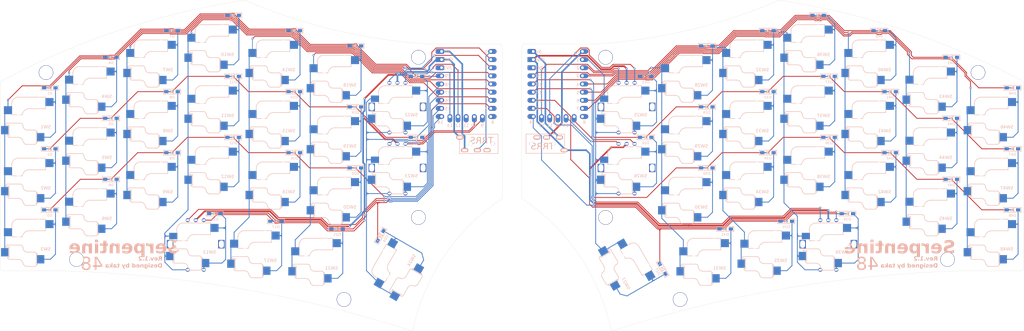
<source format=kicad_pcb>
(kicad_pcb (version 20240108) (generator "pcbnew") (generator_version "8.0")
  (layers (0 "F.Cu" signal) (31 "B.Cu" signal) (34 "B.Paste" user) (35 "F.Paste" user) (36 "B.SilkS" user "B.Silkscreen") (37 "F.SilkS" user "F.Silkscreen") (38 "B.Mask" user) (39 "F.Mask" user) (44 "Edge.Cuts" user))
  (net 0 "")
  (net 1 "Net-(D1-A)")
  (net 2 "Row0")
  (net 3 "Row1")
  (net 4 "Net-(D2-A)")
  (net 5 "Net-(D3-A)")
  (net 6 "Row2")
  (net 7 "Net-(D4-A)")
  (net 8 "Net-(D5-A)")
  (net 9 "Net-(D6-A)")
  (net 10 "Net-(D7-A)")
  (net 11 "Net-(D8-A)")
  (net 12 "Net-(D9-A)")
  (net 13 "Net-(D10-A)")
  (net 14 "Net-(D11-A)")
  (net 15 "Net-(D12-A)")
  (net 16 "Row3")
  (net 17 "Net-(D13-A)")
  (net 18 "Net-(D14-A)")
  (net 19 "Net-(D15-A)")
  (net 20 "Net-(D16-A)")
  (net 21 "Net-(D17-A)")
  (net 22 "Net-(D18-A)")
  (net 23 "Net-(D19-A)")
  (net 24 "Net-(D20-A)")
  (net 25 "Net-(D21-A)")
  (net 26 "Net-(D22-A)")
  (net 27 "Net-(D23-A)")
  (net 28 "Net-(D24-A)")
  (net 29 "Row5")
  (net 30 "Net-(D25-A)")
  (net 31 "Row6")
  (net 32 "Net-(D26-A)")
  (net 33 "Net-(D27-A)")
  (net 34 "Row7")
  (net 35 "Row4")
  (net 36 "Net-(D28-A)")
  (net 37 "Net-(D29-A)")
  (net 38 "Net-(D30-A)")
  (net 39 "Net-(D31-A)")
  (net 40 "Net-(D32-A)")
  (net 41 "Net-(D33-A)")
  (net 42 "Net-(D34-A)")
  (net 43 "Net-(D35-A)")
  (net 44 "Net-(D36-A)")
  (net 45 "Net-(D37-A)")
  (net 46 "Net-(D38-A)")
  (net 47 "Net-(D39-A)")
  (net 48 "Net-(D40-A)")
  (net 49 "Net-(D41-A)")
  (net 50 "Net-(D42-A)")
  (net 51 "Net-(D43-A)")
  (net 52 "Net-(D44-A)")
  (net 53 "Net-(D45-A)")
  (net 54 "Net-(D46-A)")
  (net 55 "Net-(D47-A)")
  (net 56 "Net-(D48-A)")
  (net 58 "+5V")
  (net 59 "DATA_L")
  (net 60 "GND")
  (net 61 "DATA_R")
  (net 62 "GNDR")
  (net 63 "+5VR")
  (net 65 "+3V3")
  (net 67 "+3V3R")
  (net 68 "Col0")
  (net 69 "Col1")
  (net 70 "Col2")
  (net 71 "Col3")
  (net 72 "Col4")
  (net 73 "Col5")
  (net 74 "Col6")
  (net 75 "Col7")
  (net 76 "Col8")
  (net 77 "Col9")
  (net 78 "Col10")
  (net 79 "Col11")
  (net 80 "Col12")
  (net 81 "Col13")
  (net 82 "RE3B")
  (net 83 "RE3A")
  (net 85 "RE5A")
  (net 86 "RE1B")
  (net 87 "RE1A")
  (net 88 "RE5B")
  (net 90 "RE2A")
  (net 91 "RE6B")
  (net 92 "RE6A")
  (net 93 "RE4A")
  (net 94 "RE2B")
  (net 95 "RE4B")
  (footprint "kbd_Parts:Diode_SMD" (layer "F.Cu") (at 132.159375 71.437497)
    (property "Reference" "D14")
    (property "Value" "D" (hide yes))
  )
  (footprint "kbd_Hole:m2_Screw_Hole" (layer "F.Cu") (at 207.16875 120.253128)
    (property "Reference" "Ref**" (hide yes))
    (property "Value" "Val**" (hide yes))
  )
  (footprint "kbd_Parts:Diode_SMD" (layer "F.Cu") (at 279.796879 90.487506)
    (property "Reference" "D33")
    (property "Value" "D" (hide yes))
  )
  (footprint "kbd_Parts:Diode_SMD" (layer "F.Cu") (at 266.461877 133.350005)
    (property "Reference" "D31")
    (property "Value" "D" (hide yes))
  )
  (footprint "kbd_Parts:Diode_SMD" (layer "F.Cu") (at 113.109376 104.774997)
    (property "Reference" "D12")
    (property "Value" "D" (hide yes))
  )
  (footprint "kbd_Parts:Diode_SMD" (layer "F.Cu") (at 317.896877 90.487504)
    (property "Reference" "D41")
    (property "Value" "D" (hide yes))
  )
  (footprint "taka_lib:Kailh FullPOM MX_Hotswap" (layer "F.Cu") (at 235.743752 145.415004 -60)
    (property "Reference" "SW27" (hide yes))
    (property "Value" "SW_Push" (hide yes))
  )
  (footprint "kbd_Parts:Diode_SMD" (layer "F.Cu") (at 241.696877 85.725005)
    (property "Reference" "D25")
    (property "Value" "D" (hide yes))
  )
  (footprint "taka_lib:Kailh FullPOM MX_Hotswap" (layer "F.Cu") (at 145.256249 85.724996)
    (property "Reference" "SW18" (hide yes))
    (property "Value" "SW_Push" (hide yes))
  )
  (footprint "kbd_Parts:Diode_SMD" (layer "F.Cu") (at 145.494374 133.349999)
    (property "Reference" "D21")
    (property "Value" "D" (hide yes))
  )
  (footprint "kbd_Parts:Diode_SMD" (layer "F.Cu") (at 295.433751 66.674997)
    (property "Reference" "D36")
    (property "Value" "D" (hide yes))
  )
  (footprint "kbd_Hole:m2_Screw_Hole" (layer "F.Cu") (at 178.593749 120.253124)
    (property "Reference" "Ref**" (hide yes))
    (property "Value" "Val**" (hide yes))
  )
  (footprint "kbd_Hole:m2_Screw_Hole" (layer "F.Cu") (at 221.45625 120.253128)
    (property "Reference" "Ref**" (hide yes))
    (property "Value" "Val**" (hide yes))
  )
  (footprint "kbd_Parts:Diode_SMD" (layer "F.Cu") (at 55.959374 127.39695)
    (property "Reference" "D3")
    (property "Value" "D" (hide yes))
  )
  (footprint "kbd_Parts:Diode_SMD" (layer "F.Cu") (at 241.696877 104.775005)
    (property "Reference" "D26")
    (property "Value" "D" (hide yes))
  )
  (footprint "taka_lib:Kailh FullPOM MX_Hotswap" (layer "F.Cu") (at 126.206248 100.0125)
    (property "Reference" "SW15" (hide yes))
    (property "Value" "SW_Push" (hide yes))
  )
  (footprint "kbd_Parts:Diode_SMD" (layer "F.Cu") (at 132.159376 109.537497)
    (property "Reference" "D16")
    (property "Value" "D" (hide yes))
  )
  (footprint "taka_lib:Kailh FullPOM MX_Hotswap_RE" (layer "F.Cu") (at 164.30625 95.25)
    (property "Reference" "SW22" (hide yes))
    (property "Value" "RotaryEncoder_Switch" (hide yes))
  )
  (footprint "kbd_Parts:Diode_SMD" (layer "F.Cu") (at 75.009375 117.871874)
    (property "Reference" "D6")
    (property "Value" "D" (hide yes))
  )
  (footprint "taka_lib:Kailh FullPOM MX_Hotswap" (layer "F.Cu") (at 311.943752 80.962501)
    (property "Reference" "SW40" (hide yes))
    (property "Value" "SW_Push" (hide yes))
  )
  (footprint "kbd_Parts:Diode_SMD" (layer "F.Cu") (at 113.109375 85.724998)
    (property "Reference" "D11")
    (property "Value" "D" (hide yes))
  )
  (footprint "taka_lib:Kailh FullPOM MX_Hotswap" (layer "F.Cu") (at 107.156248 95.249997)
    (property "Reference" "SW11" (hide yes))
    (property "Value" "SW_Push" (hide yes))
  )
  (footprint "kbd_Parts:Diode_SMD" (layer "F.Cu") (at 355.996875 127.396878)
    (property "Reference" "D48")
    (property "Value" "D" (hide yes))
  )
  (footprint "kbd_Parts:Diode_SMD" (layer "F.Cu") (at 279.79688 109.537503)
    (property "Reference" "D34")
    (property "Value" "D" (hide yes))
  )
  (footprint "kbd_Parts:Diode_SMD" (layer "F.Cu") (at 94.059375 71.437498)
    (property "Reference" "D7")
    (property "Value" "D" (hide yes))
  )
  (footprint "kbd_Hole:m2_Spacer_Hole" (layer "F.Cu") (at 229.195309 79.771876)
    (property "Reference" "Ref**" (hide yes))
    (property "Value" "Val**" (hide yes))
  )
  (footprint "taka_lib:Kailh FullPOM MX_Hotswap" (layer "F.Cu") (at 139.541249 142.875)
    (property "Reference" "SW21" (hide yes))
    (property "Value" "SW_Push" (hide yes))
  )
  (footprint "kbd_Hole:m2_Spacer_Hole" (layer "F.Cu") (at 64.293748 142.874999)
    (property "Reference" "Ref**" (hide yes))
    (property "Value" "Val**" (hide yes))
  )
  (footprint "kbd_Hole:m2_Screw_Hole" (layer "F.Cu") (at 192.881249 120.253122)
    (property "Reference" "Ref**" (hide yes))
    (property "Value" "Val**" (hide yes))
  )
  (footprint "kbd_Parts:Diode_SMD" (layer "F.Cu") (at 75.009375 98.821874)
    (property "Reference" "D5")
    (property "Value" "D" (hide yes))
  )
  (footprint "taka_lib:Kailh FullPOM MX_Hotswap" (layer "F.Cu") (at 145.25625 123.825)
    (property "Reference" "SW20" (hide yes))
    (property "Value" "SW_Push" (hide yes))
  )
  (footprint "kbd_Parts:Diode_SMD" (layer "F.Cu") (at 260.746879 95.250005)
    (property "Reference" "D29")
    (property "Value" "D" (hide yes))
  )
  (footprint "kbd_Parts:Diode_SMD" (layer "F.Cu") (at 151.209373 95.249997)
    (property "Reference" "D19")
    (property "Value" "D" (hide yes))
  )
  (footprint "kbd_Hole:m2_Spacer_Hole" (layer "F.Cu") (at 170.854693 129.778154)
    (property "Reference" "Ref**" (hide yes))
    (property "Value" "Val**" (hide yes))
  )
  (footprint "kbd_Parts:Diode_SMD" (layer "F.Cu") (at 132.159376 90.487497)
    (property "Reference" "D15")
    (property "Value" "D" (hide yes))
  )
  (footprint "kbd_Parts:Diode_SMD" (layer "F.Cu") (at 170.259373 104.774998)
    (property "Reference" "D23")
    (property "Value" "D" (hide yes))
  )
  (footprint "kbd_Hole:m2_Spacer_Hole" (layer "F.Cu") (at 335.756318 142.875034)
    (property "Reference" "Ref**" (hide yes))
    (property "Value" "Val**" (hide yes))
  )
  (footprint "kbd_Hole:m2_Spacer_Hole" (layer "F.Cu") (at 252.412449 155.376694)
    (property "Reference" "Ref**" (hide yes))
    (property "Value" "Val**" (hide yes))
  )
  (footprint "kbd_Parts:Diode_SMD" (layer "F.Cu") (at 107.394374 128.587499)
    (property "Reference" "D13")
    (property "Value" "D" (hide yes))
  )
  (footprint "kbd_Parts:Diode_SMD" (layer "F.Cu") (at 170.259372 85.725)
    (property "Reference" "D22")
    (property "Value" "D" (hide yes))
  )
  (footprint "kbd_Parts:Diode_SMD" (layer "F.Cu") (at 113.109375 66.674996)
    (property "Reference" "D10")
    (property "Value" "D" (hide yes))
  )
  (footprint "taka_lib:Kailh FullPOM MX_Hotswap" (layer "F.Cu") (at 292.893751 114.299999)
    (property "Reference" "SW38" (hide yes))
    (property "Value" "SW_Push" (hide yes))
  )
  (footprint "taka_lib:Kailh FullPOM MX_Hotswap" (layer "F.Cu") (at 292.893751 95.250001)
    (property "Reference" "SW37" (hide yes))
    (property "Value" "SW_Push" (hide yes))
  )
  (footprint "taka_lib:Kailh FullPOM MX_Hotswap" (layer "F.Cu") (at 279.55875 140.493752)
    (property "Reference" "SW35" (hide yes))
    (property "Value" "SW_Push" (hide yes))
  )
  (footprint "taka_lib:Kailh FullPOM MX_Hotswap" (layer "F.Cu") (at 145.25625 104.775)
    (property "Reference" "SW19" (hide yes))
    (property "Value" "SW_Push" (hide yes))
  )
  (footprint "taka_lib:Kailh FullPOM MX_Hotswap" (layer "F.Cu") (at 330.993752 89.296881)
    (property "Reference" "SW43" (hide yes))
    (property "Value" "SW_Push" (hide yes))
  )
  (footprint "kbd_Parts:Diode_SMD" (layer "F.Cu") (at 126.444374 130.968749)
    (property "Reference" "D17")
    (property "Value" "D" (hide yes))
  )
  (footprint "taka_lib:Kailh FullPOM MX_Hotswap" (layer "F.Cu") (at 350.043753 98.821877)
    (property "Reference" "SW46" (hide yes))
    (property "Value" "SW_Push" (hide yes))
  )
  (footprint "kbd_Parts:Diode_SMD" (layer "F.Cu") (at 317.896877 109.537504)
    (property "Reference" "D42")
    (property "Value" "D" (hide yes))
  )
  (footprint "kbd_Parts:Diode_SMD" (layer "F.Cu") (at 298.846878 104.775004)
    (property "Reference" "D38")
    (property "Value" "D" (hide yes))
  )
  (footprint "kbd_Parts:Diode_SMD" (layer "F.Cu") (at 260.746879 76.200006)
    (property "Reference" "D28")
    (property "Value" "D" (hide yes))
  )
  (footprint "kbd_Parts:Diode_SMD" (layer "F.Cu") (at 246.969205 145.808062 -60)
    (property "Reference" "D27")
    (property "Value" "D" (hide yes))
  )
  (footprint "taka_lib:Kailh FullPOM MX_Hotswap" (layer "F.Cu") (at 330.993749 127.396878)
    (property "Reference" "SW45" (hide yes))
    (property "Value" "SW_Push" (hide yes))
  )
  (footprint "taka_lib:Kailh FullPOM MX_Hotswap" (layer "F.Cu") (at 292.893751 76.2)
    (property "Reference" "SW36" (hide yes))
    (property "Value" "SW_Push" (hide yes))
  )
  (footprint "kbd_Parts:Diode_SMD" (layer "F.Cu") (at 55.959375 108.346874)
    (property "Reference" "D2")
    (property "Value" "D" (hide yes))
  )
  (footprint "taka_lib:RP2040 Zero" (layer "F.Cu") (at 214.312364 88.106297)
    (property "Reference" "U2" (hide yes))
    (property "Value" "RP2040-Zero")
  )
  (footprint "taka_lib:Kailh FullPOM MX_Hotswap" (layer "F.Cu") (at 350.04375 136.921877)
    (property "Reference" "SW48" (hide yes))
    (property "Value" "SW_Push" (hide yes))
  )
  (footprint "taka_lib:Kailh FullPOM MX_Hotswap" (layer "F.Cu") (at 107.156248 76.199995)
    (property "Reference" "SW10" (hide yes))
    (property "Value" "SW_Push" (hide yes))
  )
  (footprint "kbd_Parts:Diode_SMD" (layer "F.Cu") (at 336.946875 79.77188)
    (property "Reference" "D43")
    (property "Value" "D" (hide yes))
  )
  (footprint "taka_lib:Kailh FullPOM MX_Hotswap" (layer "F.Cu") (at 260.508751 142.875002)
    (property "Reference" "SW31" (hide yes))
    (property "Value" "SW_Push" (hide yes))
  )
  (footprint "taka_lib:Kailh FullPOM MX_Hotswap" (layer "F.Cu") (at 254.793752 104.774999)
    (property "Reference" "SW29" (hide yes))
    (property "Value" "SW_Push" (hide yes))
  )
  (footprint "kbd_Parts:Diode_SMD" (layer "F.Cu") (at 355.996875 108.34688)
    (property "Reference" "D47")
    (property "Value" "D" (hide yes))
  )
  (footprint "taka_lib:RP2040 Zero" (layer "F.Cu") (at 185.737498 88.106295)
    (property "Reference" "U1" (hide yes))
    (property "Value" "RP2040-Zero")
  )
  (footprint "taka_lib:Kailh FullPOM MX_Hotswap_RE" (layer "F.Cu") (at 101.441248 138.112501)
    (property "Reference" "SW13" (hide yes))
    (property "Value" "RotaryEncoder_Switch" (hide yes))
  )
  (footprint "taka_lib:Kailh FullPOM MX_Hotswap_RE" (layer "F.Cu") (at 235.74375 95.25)
    (property "Reference" "SW25" (hide yes))
    (property "Value" "RotaryEncoder_Switch" (hide yes))
  )
  (footprint "kbd_Parts:Diode_SMD" (layer "F.Cu") (at 94.059375 90.487498)
    (property "Reference" "D8")
    (property "Value" "D" (hide yes))
  )
  (footprint "kbd_Hole:m2_Spacer_Hole" (layer "F.Cu") (at 147.637617 155.376659)
    (property "Reference" "Ref**" (hide yes))
    (property "Value" "Val**" (hide yes))
  )
  (footprint "taka_lib:Kailh FullPOM MX_Hotswap" (layer "F.Cu") (at 330.993753 108.346877)
    (property "Reference" "SW44" (hide yes))
    (property "Value" "SW_Push" (hide yes))
  )
  (footprint "kbd_Hole:m2_Screw_Hole" (layer "F.Cu") (at 221.45625 129.778134)
    (property "Reference" "Ref**" (hide yes))
    (property "Value" "Val**" (hide yes))
  )
  (footprint "taka_lib:Kailh FullPOM MX_Hotswap" (layer "F.Cu") (at 254.793752 123.825003)
    (property "Reference" "SW30" (hide yes))
    (property "Value" "SW_Push" (hide yes))
  )
  (footprint "kbd_Parts:Diode_SMD" (layer "F.Cu") (at 336.946875 117.871878)
    (property "Reference" "D45")
    (property "Value" "D" (hide yes))
  )
  (footprint "taka_lib:Kailh FullPOM MX_Hotswap" (layer "F.Cu") (at 164.306251 145.414998 60)
    (property "Reference" "SW24" (hide yes))
    (property "Value" "SW_Push" (hide yes))
  )
  (footprint "taka_lib:Kailh FullPOM MX_Hotswap_RE" (layer "F.Cu") (at 298.608752 138.112502)
    (property "Reference" "SW39" (hide yes))
    (property "Value" "RotaryEncoder_Switch" (hide yes))
  )
  (footprint "kbd_Parts:Diode_SMD" (layer "F.Cu") (at 285.511877 130.968755)
    (property "Reference" "D35")
    (property "Value" "D" (hide yes))
  )
  (footprint "kbd_Parts:Diode_SMD" (layer "F.Cu") (at 355.996875 89.29688)
    (property "Reference" "D46")
    (property "Value" "D" (hide yes))
  )
  (footprint "kbd_Parts:Diode_SMD" (layer "F.Cu") (at 151.209376 114.299999)
    (property "Reference" "D20")
    (property "Value" "D" (hide yes))
  )
  (footprint "kbd_Parts:Diode_SMD" (layer "F.Cu") (at 304.561875 128.587503)
    (property "Reference" "D39")
    (property "Value" "D" (hide yes))
  )
  (footprint "taka_lib:Kailh FullPOM MX_Hotswap_RE" (layer "F.Cu") (at 235.743753 114.300004)
    (property "Reference" "SW26" (hide yes))
    (property "Value" "RotaryEncoder_Switch" (hide yes))
  )
  (footprint "kbd_Parts:Diode_SMD" (layer "F.Cu") (at 55.959375 89.296874)
    (property "Reference" "D1")
    (property "Value" "D" (hide yes))
  )
  (footprint "taka_lib:Kailh FullPOM MX_Hotswap" (layer "F.Cu") (at 88.106247 80.962496)
    (property "Reference" "SW7" (hide yes))
    (property "Value" "SW_Push" (hide yes))
  )
  (footprint "kbd_Parts:Diode_SMD" (layer "F.Cu") (at 260.746878 114.300004)
    (property "Reference" "D30")
    (property "Value" "D" (hide yes))
  )
  (footprint "taka_lib:Kailh FullPOM MX_Hotswap" (layer "F.Cu") (at 69.056249 108.346875)
    (property "Reference" "SW5" (hide yes))
    (property "Value" "SW_Push" (hide yes))
  )
  (footprint "taka_lib:Kailh FullPOM MX_Hotswap" (layer "F.Cu") (at 273.843752 80.962499)
    (property "Reference" "SW32" (hide yes))
    (property "Value" "SW_Push" (hide yes))
  )
  (footprint "kbd_Hole:m2_Screw_Hole" (layer "F.Cu") (at 178.593748 129.778197 180)
    (property "Reference" "Ref**" (hide yes))
    (property "Value" "Val**" (hide yes))
  )
  (footprint "kbd_Parts:Diode_SMD" (layer "F.Cu") (at 94.059375 109.537498)
    (property "Reference" "D9")
    (property "Value" "D" (hide yes))
  )
  (footprint "taka_lib:Kailh FullPOM MX_Hotswap" (layer "F.Cu") (at 350.04375 117.871877)
    (property "Reference" "SW47" (hide yes))
    (property "Value" "SW_Push" (hide yes))
  )
  (footprint "taka_lib:Kailh FullPOM MX_Hotswap" (layer "F.Cu") (at 50.006249 136.921871)
    (property "Reference" "SW3" (hide yes))
    (property "Value" "SW_Push" (hide yes))
  )
  (footprint "kbd_Parts:Diode_SMD" (layer "F.Cu") (at 75.009375 79.771874)
    (property "Reference" "D4")
    (property "Value" "D" (hide yes))
  )
  (footprint "taka_lib:Kailh FullPOM MX_Hotswap" (layer "F.Cu") (at 254.79375 85.725)
    (property "Reference" "SW28" (hide yes))
    (property "Value" "SW_Push" (hide yes))
  )
  (footprint "taka_lib:Kailh FullPOM MX_Hotswap" (layer "F.Cu") (at 311.943751 119.062501)
    (property "Reference" "SW42" (hide yes))
    (property "Value" "SW_Push" (hide yes))
  )
  (footprint "taka_lib:Kailh FullPOM MX_Hotswap" (layer "F.Cu") (at 88.106249 100.012499)
    (property "Reference" "SW8" (hide yes))
    (property "Value" "SW_Push" (hide yes))
  )
  (footprint "taka_lib:Kailh FullPOM MX_Hotswap" (layer "F.Cu") (at 50.006249 117.871875)
    (property "Reference" "SW2" (hide yes))
    (property "Value" "SW_Push" (hide yes))
  )
  (footprint "kbd_Parts:Diode_SMD" (layer "F.Cu") (at 298.846877 85.725004)
    (property "Reference" "D37")
    (property "Value" "D" (hide yes))
  )
  (footprint "kbd_Hole:m2_Spacer_Hole" (layer "F.Cu") (at 170.854693 79.771875)
    (property "Reference" "Ref**" (hide yes))
    (property "Value" "Val**" (hide yes))
  )
  (footprint "taka_lib:Kailh FullPOM MX_Hotswap" (layer "F.Cu") (at 273.843752 119.062505)
    (property "Reference" "SW34" (hide yes))
    (property "Value" "SW_Push" (hide yes))
  )
  (footprint "kbd_Parts:Diode_SMD" (layer "F.Cu") (at 159.033919 135.49694 60)
    (property "Reference" "D24")
    (property "Value" "D" (hide yes))
  )
  (footprint "taka_lib:Kailh FullPOM MX_Hotswap" (layer "F.Cu") (at 69.056246 89.296875)
    (property "Reference" "SW4" (hide yes))
    (property "Value" "SW_Push" (hide yes))
  )
  (footprint "taka_lib:Kailh FullPOM MX_Hotswap" (layer "F.Cu") (at 50.006249 98.821875)
    (property "Reference" "SW1" (hide yes))
    (property "Value" "SW_Push" (hide yes))
  )
  (footprint "taka_lib:Kailh FullPOM MX_Hotswap" (layer "F.Cu") (at 88.106249 119.062499)
    (property "Reference" "SW9" (hide yes))
    (property "Value" "SW_Push" (hide yes))
  )
  (footprint "taka_lib:Kailh FullPOM MX_Hotswap" (layer "F.Cu") (at 273.843752 100.012499)
    (property "Reference" "SW33" (hide yes))
    (property "Value" "SW_Push" (hide yes))
  )
  (footprint "taka_lib:Kailh FullPOM MX_Hotswap_RE" (layer "F.Cu") (at 164.30625 114.3)
    (property "Reference" "SW23" (hide yes))
    (property "Value" "RotaryEncoder_Switch" (hide yes))
  )
  (footprint "taka_lib:Kailh FullPOM MX_Hotswap" (layer "F.Cu") (at 120.491248 140.493751)
    (property "Reference" "SW17" (hide yes))
    (property "Value" "SW_Push" (hide yes))
  )
  (footprint "kbd_Parts:Diode_SMD" (layer "F.Cu") (at 279.796877 71.437504)
    (property "Reference" "D32")
    (property "Value" "D" (hide yes))
  )
  (footprint "kbd_Hole:m2_Spacer_Hole" (layer "F.Cu") (at 345.281316 84.53441)
    (property "Reference" "Ref**" (hide yes))
    (property "Value" "Val**" (hide yes))
  )
  (footprint "taka_lib:Kailh FullPOM MX_Hotswap" (layer "F.Cu") (at 107.15625 114.300001)
    (property "Reference" "SW12" (hide yes))
    (property "Value" "SW_Push" (hide yes))
  )
  (footprint "kbd_Parts:Diode_SMD" (layer "F.Cu") (at 151.209376 76.199999)
    (property "Reference" "D18")
    (property "Value" "D" (hide yes))
  )
  (footprint "kbd_Parts:Diode_SMD" (layer "F.Cu") (at 336.946875 98.821878)
    (property "Reference" "D44")
    (property "Value" "D" (hide yes))
  )
  (footprint "taka_lib:Kailh FullPOM MX_Hotswap" (layer "F.Cu") (at 69.056247 127.396876)
    (property "Reference" "SW6" (hide yes))
    (property "Value" "SW_Push" (hide yes))
  )
  (footprint "kbd_Parts:Diode_SMD" (layer "F.Cu") (at 314.483751 71.437506)
    (property "Reference" "D40")
    (property "Value" "D" (hide yes))
  )
  (footprint "taka_lib:Kailh FullPOM MX_Hotswap" (layer "F.Cu") (at 126.206248 80.962497)
    (property "Reference" "SW14" (hide yes))
    (property "Value" "SW_Push" (hide yes))
  )
  (footprint "taka_lib:Kailh FullPOM MX_Hotswap" (layer "F.Cu") (at 126.206251 119.0625)
    (property "Reference" "SW16" (hide yes))
    (property "Value" "SW_Push" (hide yes))
  )
  (footprint "kbd_Hole:m2_Spacer_Hole" (layer "F.Cu") (at 54.76875 84.534375)
    (property "Reference" "Ref**" (hide yes))
    (property "Value" "Val**" (hide yes))
  )
  (footprint "taka_lib:Kailh FullPOM MX_Hotswap" (layer "F.Cu") (at 311.943751 100.012501)
    (property "Reference" "SW41" (hide yes))
    (property "Value" "SW_Push" (hide yes))
  )
  (footprint "kbd_Hole:m2_Spacer_Hole" (layer "B.Cu") (at 229.195309 129.778126 180)
    (property "Reference" "Ref**" (hide yes))
    (property "Value" "Val**" (hide yes))
  )
  (footprint "taka_lib:TRRS_MJ-4PP-9_1" (layer "B.Cu") (at 210.501554 106.775006 -90)
    (property "Reference" "JACK2")
    (property "Value" "MJ-4PP-9" (hide yes))
  )
  (footprint "taka_lib:TRRS_MJ-4PP-9_1" (layer "B.Cu") (at 189.548464 106.774998 90)
    (property "Reference" "JACK1")
    (property "Value" "MJ-4PP-9" (hide yes))
  )
  (gr_arc (start 203.001589 76.795276) (mid 203.350149 75.953214) (end 204.192208 75.604648) (stroke (width 0.05)) (layer "Edge.Cuts"))
  (gr_arc (start 173.831257 75.604748) (mid 144.663164 71.234323) (end 116.681343 61.912519) (stroke (width 0.05)) (layer "Edge.Cuts"))
  (gr_arc (start 359.568817 145.256285) (mid 359.220098 146.098181) (end 358.378192 146.44691) (stroke (width 0.05)) (layer "Edge.Cuts"))
  (gr_arc (start 169.080724 165.272993) (mid 178.942345 141.767477) (end 197.048465 123.825092) (stroke (width 0.05)) (layer "Edge.Cuts"))
  (gr_arc (start 203.001601 123.825127) (mid 221.107726 141.76751) (end 230.969342 165.273028) (stroke (width 0.05)) (layer "Edge.Cuts"))
  (gr_arc (start 230.969342 165.273028) (mid 285.069815 151.936412) (end 340.518816 146.44691) (stroke (width 0.05)) (layer "Edge.Cuts"))
  (gr_line (start 203.001589 76.795276) (end 203.001555 123.825013) (stroke (width 0.05)) (layer "Edge.Cuts"))
  (gr_line (start 41.671874 146.446875) (end 59.531249 146.446875) (stroke (width 0.05)) (layer "Edge.Cuts"))
  (gr_line (start 204.192208 75.604648) (end 226.218899 75.604732) (stroke (width 0.05)) (layer "Edge.Cuts"))
  (gr_line (start 359.568817 87.407843) (end 359.568817 145.256285) (stroke (width 0.05)) (layer "Edge.Cuts"))
  (gr_arc (start 59.53125 146.446875) (mid 114.980251 151.936379) (end 169.080724 165.272993) (stroke (width 0.05)) (layer "Edge.Cuts"))
  (gr_line (start 197.048495 123.825093) (end 197.048465 76.795354) (stroke (width 0.05)) (layer "Edge.Cuts"))
  (gr_line (start 340.518817 146.44691) (end 358.378192 146.44691) (stroke (width 0.05)) (layer "Edge.Cuts"))
  (gr_arc (start 41.671874 146.446875) (mid 40.829975 146.098144) (end 40.481249 145.25625) (stroke (width 0.05)) (layer "Edge.Cuts"))
  (gr_line (start 40.481249 145.25625) (end 40.481249 87.407808) (stroke (width 0.05)) (layer "Edge.Cuts"))
  (gr_arc (start 283.368818 61.912532) (mid 322.561965 71.393005) (end 359.568817 87.407843) (stroke (width 0.05)) (layer "Edge.Cuts"))
  (gr_arc (start 195.857844 75.604728) (mid 196.699703 75.953498) (end 197.048465 76.795354) (stroke (width 0.05)) (layer "Edge.Cuts"))
  (gr_arc (start 283.368818 61.912532) (mid 255.386992 71.234322) (end 226.218901 75.60476) (stroke (width 0.05)) (layer "Edge.Cuts"))
  (gr_arc (start 40.481249 87.407808) (mid 77.488099 71.392964) (end 116.681248 61.912497) (stroke (width 0.05)) (layer "Edge.Cuts"))
  (gr_line (start 173.831255 75.604668) (end 195.857844 75.604728) (stroke (width 0.05)) (layer "Edge.Cuts"))
  (gr_text "Rev.1.2\nDesigned by taka" (at 332.768085 145.627839 0) (layer "B.SilkS") (effects (font (size 1.3 1.3) (thickness 0.25) (bold yes)) (justify left bottom mirror)))
  (gr_text "15" (at 179.987498 95.856295 0) (layer "B.SilkS") (effects (font (size 1 1)) (justify mirror)))
  (gr_text "26" (at 179.987498 93.356295 0) (layer "B.SilkS") (effects (font (size 1 1)) (justify mirror)))
  (gr_text "Serpentine" (at 320.861825 139.303129 0) (layer "B.SilkS") (effects (font (size 4 4) (thickness 0.3) (bold yes)) (justify mirror)))
  (gr_text "48" (at 314.313382 146.818465 0) (layer "B.SilkS") (effects (font (size 4 4)) (justify left bottom mirror)))
  (gr_text "14" (at 177.737498 100.106295 0) (layer "B.SilkS") (effects (font (size 1 1)) (justify mirror)))
  (gr_text "Rev.1.2\nDesigned by taka" (at 91.070994 145.627839 0) (layer "B.SilkS") (effects (font (size 1.3 1.3) (thickness 0.25) (bold yes)) (justify left bottom mirror)))
  (gr_text "Serpentine" (at 79.164734 139.303125 0) (layer "B.SilkS") (effects (font (size 4 4) (thickness 0.3) (bold yes)) (justify mirror)))
  (gr_text "48" (at 72.616291 146.818465 0) (layer "B.SilkS") (effects (font (size 4 4)) (justify left bottom mirror)))
  (segment (start 57.734375 89.296874) (end 57.734375 93.305244) (width 0.25) (layer "B.Cu") (net 1))
  (segment (start 57.734375 93.305244) (end 57.734375 94.198212) (width 0.25) (layer "B.Cu") (net 1))
  (segment (start 57.734375 103.138124) (end 56.150624 104.721874) (width 0.25) (layer "B.Cu") (net 1))
  (segment (start 55.848249 93.741875) (end 57.297745 93.741875) (width 0.25) (layer "B.Cu") (net 1))
  (segment (start 56.150624 104.721874) (end 53.106249 104.721875) (width 0.25) (layer "B.Cu") (net 1))
  (segment (start 57.734375 94.198212) (end 57.734375 103.138124) (width 0.25) (layer "B.Cu") (net 1))
  (segment (start 55.848249 93.741875) (end 57.278037 93.741875) (width 0.25) (layer "B.Cu") (net 1))
  (arc (start 57.297745 93.741875) (mid 57.606489 93.613988) (end 57.734375 93.305244) (width 0.25) (layer "B.Cu") (net 1))
  (arc (start 57.278037 93.741875) (mid 57.600716 93.875533) (end 57.734375 94.198212) (width 0.25) (layer "B.Cu") (net 1))
  (segment (start 117.871875 71.437499) (end 132.159375 71.437499) (width 0.25) (layer "F.Cu") (net 2))
  (segment (start 84.452209 71.437499) (end 94.059375 71.437499) (width 0.25) (layer "F.Cu") (net 2))
  (segment (start 157.399326 82.38995) (end 166.924321 82.38995) (width 0.25) (layer "F.Cu") (net 2))
  (segment (start 166.924321 82.38995) (end 167.282672 82.748301) (width 0.25) (layer "F.Cu") (net 2))
  (segment (start 76.117834 79.771874) (end 84.452209 71.437499) (width 0.25) (layer "F.Cu") (net 2))
  (segment (start 98.092438 71.612499) (end 103.029938 66.674999) (width 0.25) (layer "F.Cu") (net 2))
  (segment (start 136.921875 76.199999) (end 151.209375 76.199999) (width 0.25) (layer "F.Cu") (net 2))
  (segment (start 132.159375 71.437499) (end 136.921875 76.199999) (width 0.25) (layer "F.Cu") (net 2))
  (segment (start 55.959375 89.296874) (end 65.484375 79.771874) (width 0.25) (layer "F.Cu") (net 2))
  (segment (start 94.059375 71.437499) (end 94.234375 71.612499) (width 0.25) (layer "F.Cu") (net 2))
  (segment (start 151.209375 76.199999) (end 157.399326 82.38995) (width 0.25) (layer "F.Cu") (net 2))
  (segment (start 103.029938 66.674999) (end 113.109375 66.674999) (width 0.25) (layer "F.Cu") (net 2))
  (segment (start 170.25952 85.724852) (end 170.259372 85.725) (width 0.25) (layer "F.Cu") (net 2))
  (segment (start 174.213262 85.724852) (end 170.25952 85.724852) (width 0.25) (layer "F.Cu") (net 2))
  (segment (start 113.109375 66.674999) (end 117.871875 71.437499) (width 0.25) (layer "F.Cu") (net 2))
  (segment (start 94.234375 71.612499) (end 98.092438 71.612499) (width 0.25) (layer "F.Cu") (net 2))
  (segment (start 75.009375 79.771874) (end 76.117834 79.771874) (width 0.25) (layer "F.Cu") (net 2))
  (segment (start 65.484375 79.771874) (end 75.009375 79.771874) (width 0.25) (layer "F.Cu") (net 2))
  (segment (start 167.282672 82.748301) (end 170.259372 85.725) (width 0.25) (layer "F.Cu") (net 2))
  (via (at 151.209375 76.199999) (size 0.6) (drill 0.3) (layers "F.Cu" "B.Cu") (net 2))
  (via (at 113.109375 66.674999) (size 0.6) (drill 0.3) (layers "F.Cu" "B.Cu") (net 2))
  (via (at 75.009375 79.771874) (size 0.6) (drill 0.3) (layers "F.Cu" "B.Cu") (net 2))
  (via (at 94.059375 71.437499) (size 0.6) (drill 0.3) (layers "F.Cu" "B.Cu") (net 2))
  (via (at 55.959375 89.296874) (size 0.6) (drill 0.3) (layers "F.Cu" "B.Cu") (net 2))
  (via (at 132.159375 71.437499) (size 0.6) (drill 0.3) (layers "F.Cu" "B.Cu") (net 2))
  (via (at 174.213262 85.724852) (size 0.6) (drill 0.3) (layers "F.Cu" "B.Cu") (net 2))
  (via (at 170.259372 85.725) (size 0.6) (drill 0.3) (layers "F.Cu" "B.Cu") (net 2))
  (segment (start 170.259372 85.725) (end 168.484374 85.725) (width 0.25) (layer "B.Cu") (net 2))
  (segment (start 174.213262 85.724852) (end 177.908941 85.724852) (width 0.25) (layer "B.Cu") (net 2))
  (segment (start 75.009375 79.771874) (end 73.234375 79.771874) (width 0.25) (layer "B.Cu") (net 2))
  (segment (start 113.109375 66.674999) (end 111.334378 66.674999) (width 0.25) (layer "B.Cu") (net 2))
  (segment (start 151.209375 76.199999) (end 149.434376 76.199999) (width 0.25) (layer "B.Cu") (net 2))
  (segment (start 177.908941 85.724852) (end 178.067498 85.566295) (width 0.25) (layer "B.Cu") (net 2))
  (segment (start 94.059375 71.437499) (end 92.284376 71.437499) (width 0.25) (layer "B.Cu") (net 2))
  (segment (start 54.184375 89.296874) (end 55.959375 89.296874) (width 0.25) (layer "B.Cu") (net 2))
  (segment (start 132.159375 71.437499) (end 130.384377 71.437499) (width 0.25) (layer "B.Cu") (net 2))
  (segment (start 75.009375 98.821874) (end 83.34375 90.487499) (width 0.25) (layer "F.Cu") (net 3))
  (segment (start 55.959375 108.346874) (end 65.484375 98.821874) (width 0.25) (layer "F.Cu") (net 3))
  (segment (start 170.259376 104.774998) (end 170.259358 104.775016) (width 0.25) (layer "F.Cu") (net 3))
  (segment (start 132.159375 90.487499) (end 136.921875 95.249999) (width 0.25) (layer "F.Cu") (net 3))
  (segment (start 170.259358 104.775016) (end 160.734392 104.775016) (width 0.25) (layer "F.Cu") (net 3))
  (segment (start 113.109375 85.724999) (end 117.871875 90.487499) (width 0.25) (layer "F.Cu") (net 3))
  (segment (start 136.921875 95.249999) (end 151.209375 95.249999) (width 0.25) (layer "F.Cu") (net 3))
  (segment (start 83.34375 90.487499) (end 94.059375 90.487499) (width 0.25) (layer "F.Cu") (net 3))
  (segment (start 160.734392 104.775016) (end 151.209375 95.249999) (width 0.25) (layer "F.Cu") (net 3))
  (segment (start 65.484375 98.821874) (end 75.009375 98.821874) (width 0.25) (layer "F.Cu") (net 3))
  (segment (start 117.871875 90.487499) (end 132.159375 90.487499) (width 0.25) (layer "F.Cu") (net 3))
  (segment (start 94.059375 90.487499) (end 98.821875 85.724999) (width 0.25) (layer "F.Cu") (net 3))
  (segment (start 98.821875 85.724999) (end 113.109375 85.724999) (width 0.25) (layer "F.Cu") (net 3))
  (via (at 113.109375 85.724999) (size 0.6) (drill 0.3) (layers "F.Cu" "B.Cu") (net 3))
  (via (at 94.059375 90.487499) (size 0.6) (drill 0.3) (layers "F.Cu" "B.Cu") (net 3))
  (via (at 170.259376 104.774998) (size 0.6) (drill 0.3) (layers "F.Cu" "B.Cu") (net 3))
  (via (at 132.159375 90.487499) (size 0.6) (drill 0.3) (layers "F.Cu" "B.Cu") (net 3))
  (via (at 55.959375 108.346874) (size 0.6) (drill 0.3) (layers "F.Cu" "B.Cu") (net 3))
  (via (at 75.009375 98.821874) (size 0.6) (drill 0.3) (layers "F.Cu" "B.Cu") (net 3))
  (via (at 151.209375 95.249999) (size 0.6) (drill 0.3) (layers "F.Cu" "B.Cu") (net 3))
  (segment (start 170.259376 104.774998) (end 174.08125 100.953124) (width 0.25) (layer "B.Cu") (net 3))
  (segment (start 174.08125 100.953124) (end 174.08125 92.062263) (width 0.25) (layer "B.Cu") (net 3))
  (segment (start 94.059375 90.487499) (end 92.284376 90.487499) (width 0.25) (layer "B.Cu") (net 3))
  (segment (start 132.159375 90.487499) (end 130.384377 90.487499) (width 0.25) (layer "B.Cu") (net 3))
  (segment (start 174.08125 92.062263) (end 178.037218 88.106295) (width 0.25) (layer "B.Cu") (net 3))
  (segment (start 113.109375 85.724999) (end 111.334378 85.724999) (width 0.25) (layer "B.Cu") (net 3))
  (segment (start 151.209375 95.249999) (end 149.434376 95.249999) (width 0.25) (layer "B.Cu") (net 3))
  (segment (start 54.184375 108.346874) (end 55.959375 108.346874) (width 0.25) (layer "B.Cu") (net 3))
  (segment (start 170.259376 104.774998) (end 168.484373 104.774998) (width 0.25) (layer "B.Cu") (net 3))
  (segment (start 75.009375 98.821874) (end 73.234375 98.821874) (width 0.25) (layer "B.Cu") (net 3))
  (segment (start 56.150624 123.771875) (end 53.106249 123.771875) (width 0.25) (layer "B.Cu") (net 4))
  (segment (start 57.734375 113.248212) (end 57.734375 122.188124) (width 0.25) (layer "B.Cu") (net 4))
  (segment (start 57.734375 122.188124) (end 56.150624 123.771875) (width 0.25) (layer "B.Cu") (net 4))
  (segment (start 55.848249 112.791875) (end 57.278038 112.791875) (width 0.25) (layer "B.Cu") (net 4))
  (segment (start 57.734375 108.346874) (end 57.734375 112.355244) (width 0.25) (layer "B.Cu") (net 4))
  (segment (start 57.734375 112.355244) (end 57.734375 113.248212) (width 0.25) (layer "B.Cu") (net 4))
  (segment (start 55.848249 112.791875) (end 57.297745 112.791875) (width 0.25) (layer "B.Cu") (net 4))
  (arc (start 57.297745 112.791875) (mid 57.606489 112.663989) (end 57.734375 112.355244) (width 0.25) (layer "B.Cu") (net 4))
  (arc (start 57.278038 112.791875) (mid 57.600716 112.925533) (end 57.734375 113.248212) (width 0.25) (layer "B.Cu") (net 4))
  (segment (start 57.734375 131.405244) (end 57.734375 132.298212) (width 0.25) (layer "B.Cu") (net 5))
  (segment (start 55.848249 131.841875) (end 57.297745 131.841875) (width 0.25) (layer "B.Cu") (net 5))
  (segment (start 55.848249 131.841875) (end 57.278038 131.841875) (width 0.25) (layer "B.Cu") (net 5))
  (segment (start 57.734375 127.396874) (end 57.734375 131.405244) (width 0.25) (layer "B.Cu") (net 5))
  (segment (start 57.734375 141.238124) (end 56.150624 142.821875) (width 0.25) (layer "B.Cu") (net 5))
  (segment (start 56.150624 142.821875) (end 53.106249 142.821875) (width 0.25) (layer "B.Cu") (net 5))
  (segment (start 57.734375 132.298212) (end 57.734375 141.238124) (width 0.25) (layer "B.Cu") (net 5))
  (arc (start 57.297745 131.841875) (mid 57.606489 131.713989) (end 57.734375 131.405244) (width 0.25) (layer "B.Cu") (net 5))
  (arc (start 57.278038 131.841875) (mid 57.600717 131.975533) (end 57.734375 132.298212) (width 0.25) (layer "B.Cu") (net 5))
  (segment (start 83.343749 109.537575) (end 94.059374 109.537575) (width 0.25) (layer "F.Cu") (net 6))
  (segment (start 75.009374 117.87195) (end 83.343749 109.537575) (width 0.25) (layer "F.Cu") (net 6))
  (segment (start 55.959374 127.39695) (end 65.484374 117.87195) (width 0.25) (layer "F.Cu") (net 6))
  (segment (start 160.139095 123.229796) (end 151.209374 114.300075) (width 0.25) (layer "F.Cu") (net 6))
  (segment (start 94.059374 109.537575) (end 98.821874 104.775075) (width 0.25) (layer "F.Cu") (net 6))
  (segment (start 65.484374 117.87195) (end 75.009374 117.87195) (width 0.25) (layer "F.Cu") (net 6))
  (segment (start 117.871874 109.537575) (end 132.159374 109.537575) (width 0.25) (layer "F.Cu") (net 6))
  (segment (start 98.821874 104.775075) (end 113.109374 104.775075) (width 0.25) (layer "F.Cu") (net 6))
  (segment (start 136.921874 114.300075) (end 151.209374 114.300075) (width 0.25) (layer "F.Cu") (net 6))
  (segment (start 113.109374 104.775075) (end 117.871874 109.537575) (width 0.25) (layer "F.Cu") (net 6))
  (segment (start 132.159374 109.537575) (end 136.921874 114.300075) (width 0.25) (layer "F.Cu") (net 6))
  (via (at 113.109374 104.775075) (size 0.6) (drill 0.3) (layers "F.Cu" "B.Cu") (net 6))
  (via (at 151.209374 114.300075) (size 0.6) (drill 0.3) (layers "F.Cu" "B.Cu") (net 6))
  (via (at 55.959374 127.39695) (size 0.6) (drill 0.3) (layers "F.Cu" "B.Cu") (net 6))
  (via (at 94.059374 109.537575) (size 0.6) (drill 0.3) (layers "F.Cu" "B.Cu") (net 6))
  (via (at 132.159374 109.537575) (size 0.6) (drill 0.3) (layers "F.Cu" "B.Cu") (net 6))
  (via (at 75.009374 117.87195) (size 0.6) (drill 0.3) (layers "F.Cu" "B.Cu") (net 6))
  (via (at 160.139095 123.229796) (size 0.6) (drill 0.3) (layers "F.Cu" "B.Cu") (net 6))
  (segment (start 174.092049 101.578721) (end 174.53125 101.13952) (width 0.25) (layer "B.Cu") (net 6))
  (segment (start 94.059374 109.537575) (end 92.284375 109.537575) (width 0.25) (layer "B.Cu") (net 6))
  (segment (start 54.184374 127.39695) (end 55.959374 127.39695) (width 0.25) (layer "B.Cu") (net 6))
  (segment (start 132.159374 109.537575) (end 130.384376 109.537575) (width 0.25) (layer "B.Cu") (net 6))
  (segment (start 160.139095 123.229796) (end 170.111325 123.229796) (width 0.25) (layer "B.Cu") (net 6))
  (segment (start 174.092049 119.249072) (end 174.092049 101.578721) (width 0.25) (layer "B.Cu") (net 6))
  (segment (start 113.109374 104.775075) (end 111.334377 104.775075) (width 0.25) (layer "B.Cu") (net 6))
  (segment (start 174.53125 94.152263) (end 178.037218 90.646295) (width 0.25) (layer "B.Cu") (net 6))
  (segment (start 170.111325 123.229796) (end 174.092049 119.249072) (width 0.25) (layer "B.Cu") (net 6))
  (segment (start 151.209374 114.300075) (end 149.434375 114.300075) (width 0.25) (layer "B.Cu") (net 6))
  (segment (start 174.53125 101.13952) (end 174.53125 94.152263) (width 0.25) (layer "B.Cu") (net 6))
  (segment (start 75.009374 117.87195) (end 73.234374 117.87195) (width 0.25) (layer "B.Cu") (net 6))
  (segment (start 74.898249 84.216875) (end 76.328037 84.216875) (width 0.25) (layer "B.Cu") (net 7))
  (segment (start 76.784375 93.613124) (end 75.200624 95.196874) (width 0.25) (layer "B.Cu") (net 7))
  (segment (start 74.898249 84.216875) (end 76.347745 84.216875) (width 0.25) (layer "B.Cu") (net 7))
  (segment (start 76.784375 79.771874) (end 76.784375 83.780244) (width 0.25) (layer "B.Cu") (net 7))
  (segment (start 76.784375 84.673212) (end 76.784375 93.613124) (width 0.25) (layer "B.Cu") (net 7))
  (segment (start 76.784375 83.780244) (end 76.784375 84.673212) (width 0.25) (layer "B.Cu") (net 7))
  (segment (start 75.200624 95.196874) (end 72.156249 95.196875) (width 0.25) (layer "B.Cu") (net 7))
  (arc (start 76.328037 84.216875) (mid 76.650717 84.350533) (end 76.784375 84.673212) (width 0.25) (layer "B.Cu") (net 7))
  (arc (start 76.347745 84.216875) (mid 76.65649 84.088988) (end 76.784375 83.780244) (width 0.25) (layer "B.Cu") (net 7))
  (segment (start 75.200624 114.246874) (end 72.156249 114.246875) (width 0.25) (layer "B.Cu") (net 8))
  (segment (start 76.784375 102.830244) (end 76.784375 103.723212) (width 0.25) (layer "B.Cu") (net 8))
  (segment (start 74.898249 103.266875) (end 76.347745 103.266875) (width 0.25) (layer "B.Cu") (net 8))
  (segment (start 74.898249 103.266875) (end 76.328037 103.266875) (width 0.25) (layer "B.Cu") (net 8))
  (segment (start 76.784375 98.821874) (end 76.784375 102.830244) (width 0.25) (layer "B.Cu") (net 8))
  (segment (start 76.784375 112.663124) (end 75.200624 114.246874) (width 0.25) (layer "B.Cu") (net 8))
  (segment (start 76.784375 103.723212) (end 76.784375 112.663124) (width 0.25) (layer "B.Cu") (net 8))
  (arc (start 76.328037 103.266875) (mid 76.650717 103.400533) (end 76.784375 103.723212) (width 0.25) (layer "B.Cu") (net 8))
  (arc (start 76.347745 103.266875) (mid 76.656489 103.138988) (end 76.784375 102.830244) (width 0.25) (layer "B.Cu") (net 8))
  (segment (start 74.898249 122.316875) (end 76.347745 122.316875) (width 0.25) (layer "B.Cu") (net 9))
  (segment (start 75.200624 133.296875) (end 72.156249 133.296875) (width 0.25) (layer "B.Cu") (net 9))
  (segment (start 76.784375 117.871874) (end 76.784375 121.880244) (width 0.25) (layer "B.Cu") (net 9))
  (segment (start 76.784375 122.773212) (end 76.784375 131.713124) (width 0.25) (layer "B.Cu") (net 9))
  (segment (start 76.784375 121.880244) (end 76.784375 122.773212) (width 0.25) (layer "B.Cu") (net 9))
  (segment (start 76.784375 131.713124) (end 75.200624 133.296875) (width 0.25) (layer "B.Cu") (net 9))
  (segment (start 74.898249 122.316875) (end 76.328038 122.316875) (width 0.25) (layer "B.Cu") (net 9))
  (arc (start 76.328038 122.316875) (mid 76.650717 122.450533) (end 76.784375 122.773212) (width 0.25) (layer "B.Cu") (net 9))
  (arc (start 76.347745 122.316875) (mid 76.656489 122.188989) (end 76.784375 121.880244) (width 0.25) (layer "B.Cu") (net 9))
  (segment (start 95.834375 75.44587) (end 95.834375 76.338838) (width 0.25) (layer "B.Cu") (net 10))
  (segment (start 94.250624 86.862501) (end 91.206248 86.8625) (width 0.25) (layer "B.Cu") (net 10))
  (segment (start 95.834375 71.437499) (end 95.834375 75.44587) (width 0.25) (layer "B.Cu") (net 10))
  (segment (start 95.834375 85.278749) (end 94.250624 86.862501) (width 0.25) (layer "B.Cu") (net 10))
  (segment (start 93.94825 75.882499) (end 95.397744 75.8825) (width 0.25) (layer "B.Cu") (net 10))
  (segment (start 95.834375 76.338838) (end 95.834375 85.278749) (width 0.25) (layer "B.Cu") (net 10))
  (segment (start 93.94825 75.882499) (end 95.378037 75.882499) (width 0.25) (layer "B.Cu") (net 10))
  (arc (start 95.397744 75.8825) (mid 95.706489 75.754614) (end 95.834375 75.44587) (width 0.25) (layer "B.Cu") (net 10))
  (arc (start 95.378037 75.882499) (mid 95.700717 76.016158) (end 95.834375 76.338838) (width 0.25) (layer "B.Cu") (net 10))
  (segment (start 95.834375 90.487499) (end 95.834375 94.49587) (width 0.25) (layer "B.Cu") (net 11))
  (segment (start 95.834376 95.388839) (end 95.834375 104.328749) (width 0.25) (layer "B.Cu") (net 11))
  (segment (start 95.834375 94.49587) (end 95.834376 95.388839) (width 0.25) (layer "B.Cu") (net 11))
  (segment (start 93.94825 94.932499) (end 95.397744 94.9325) (width 0.25) (layer "B.Cu") (net 11))
  (segment (start 94.250624 105.912501) (end 91.206248 105.9125) (width 0.25) (layer "B.Cu") (net 11))
  (segment (start 93.94825 94.932499) (end 95.378037 94.932499) (width 0.25) (layer "B.Cu") (net 11))
  (segment (start 95.834375 104.328749) (end 94.250624 105.912501) (width 0.25) (layer "B.Cu") (net 11))
  (arc (start 95.397744 94.9325) (mid 95.706489 94.804614) (end 95.834375 94.49587) (width 0.25) (layer "B.Cu") (net 11))
  (arc (start 95.378037 94.932499) (mid 95.700717 95.066158) (end 95.834376 95.388839) (width 0.25) (layer "B.Cu") (net 11))
  (segment (start 95.834376 109.537499) (end 95.834376 113.545871) (width 0.25) (layer "B.Cu") (net 12))
  (segment (start 95.834375 123.378749) (end 94.250625 124.9625) (width 0.25) (layer "B.Cu") (net 12))
  (segment (start 93.948249 113.982499) (end 95.378037 113.982499) (width 0.25) (layer "B.Cu") (net 12))
  (segment (start 95.834376 113.545871) (end 95.834376 114.438839) (width 0.25) (layer "B.Cu") (net 12))
  (segment (start 94.250625 124.9625) (end 91.206248 124.9625) (width 0.25) (layer "B.Cu") (net 12))
  (segment (start 95.834376 114.438839) (end 95.834375 123.378749) (width 0.25) (layer "B.Cu") (net 12))
  (segment (start 93.948249 113.982499) (end 95.397744 113.9825) (width 0.25) (layer "B.Cu") (net 12))
  (arc (start 95.397744 113.9825) (mid 95.706489 113.854614) (end 95.834376 113.545871) (width 0.25) (layer "B.Cu") (net 12))
  (arc (start 95.378037 113.982499) (mid 95.700718 114.116157) (end 95.834376 114.438839) (width 0.25) (layer "B.Cu") (net 12))
  (segment (start 113.300624 82.100001) (end 110.256248 82.1) (width 0.25) (layer "B.Cu") (net 13))
  (segment (start 114.884375 80.51625) (end 113.300624 82.100001) (width 0.25) (layer "B.Cu") (net 13))
  (segment (start 112.99825 71.119999) (end 114.447744 71.119999) (width 0.25) (layer "B.Cu") (net 13))
  (segment (start 114.884376 66.674999) (end 114.884375 70.68337) (width 0.25) (layer "B.Cu") (net 13))
  (segment (start 112.99825 71.119999) (end 114.428037 71.119999) (width 0.25) (layer "B.Cu") (net 13))
  (segment (start 114.884375 71.576338) (end 114.884375 80.51625) (width 0.25) (layer "B.Cu") (net 13))
  (segment (start 114.884375 70.68337) (end 114.884375 71.576338) (width 0.25) (layer "B.Cu") (net 13))
  (arc (start 114.447744 71.119999) (mid 114.756489 70.992115) (end 114.884375 70.68337) (width 0.25) (layer "B.Cu") (net 13))
  (arc (start 114.428037 71.119999) (mid 114.750717 71.253658) (end 114.884375 71.576338) (width 0.25) (layer "B.Cu") (net 13))
  (segment (start 112.998249 90.169999) (end 114.428037 90.169999) (width 0.25) (layer "B.Cu") (net 14))
  (segment (start 114.884375 89.73337) (end 114.884375 90.626338) (width 0.25) (layer "B.Cu") (net 14))
  (segment (start 114.884375 90.626338) (end 114.884375 99.56625) (width 0.25) (layer "B.Cu") (net 14))
  (segment (start 114.884375 99.56625) (end 113.300625 101.15) (width 0.25) (layer "B.Cu") (net 14))
  (segment (start 112.998249 90.169999) (end 114.447744 90.17) (width 0.25) (layer "B.Cu") (net 14))
  (segment (start 113.300625 101.15) (end 110.256248 101.15) (width 0.25) (layer "B.Cu") (net 14))
  (segment (start 114.884376 85.724999) (end 114.884375 89.73337) (width 0.25) (layer "B.Cu") (net 14))
  (arc (start 114.447744 90.17) (mid 114.756489 90.042115) (end 114.884375 89.73337) (width 0.25) (layer "B.Cu") (net 14))
  (arc (start 114.428037 90.169999) (mid 114.750717 90.303658) (end 114.884375 90.626338) (width 0.25) (layer "B.Cu") (net 14))
  (segment (start 114.884376 118.616249) (end 113.300625 120.2) (width 0.25) (layer "B.Cu") (net 15))
  (segment (start 112.998249 109.219999) (end 114.428037 109.219999) (width 0.25) (layer "B.Cu") (net 15))
  (segment (start 114.884376 108.783371) (end 114.884376 109.676339) (width 0.25) (layer "B.Cu") (net 15))
  (segment (start 114.884376 109.676339) (end 114.884376 118.616249) (width 0.25) (layer "B.Cu") (net 15))
  (segment (start 112.998249 109.219999) (end 114.447744 109.22) (width 0.25) (layer "B.Cu") (net 15))
  (segment (start 114.884374 104.774998) (end 114.884376 108.783371) (width 0.25) (layer "B.Cu") (net 15))
  (segment (start 113.300625 120.2) (end 110.256249 120.2) (width 0.25) (layer "B.Cu") (net 15))
  (arc (start 114.447744 109.22) (mid 114.756489 109.092115) (end 114.884376 108.783371) (width 0.25) (layer "B.Cu") (net 15))
  (arc (start 114.428037 109.219999) (mid 114.750718 109.353657) (end 114.884376 109.676339) (width 0.25) (layer "B.Cu") (net 15))
  (segment (start 158.146419 137.034135) (end 158.146419 125.610825) (width 0.25) (layer "F.Cu") (net 16))
  (segment (start 158.146419 125.610825) (end 158.146419 125.2409) (width 0.25) (layer "F.Cu") (net 16))
  (segment (start 140.125625 130.968749) (end 142.506875 133.349999) (width 0.25) (layer "F.Cu") (net 16))
  (segment (start 162.152322 123.854796) (end 160.902322 125.104796) (width 0.25) (layer "F.Cu") (net 16))
  (segment (start 150.533342 133.349999) (end 145.494374 133.349999) (width 0.25) (layer "F.Cu") (net 16))
  (segment (start 126.619374 130.968749) (end 124.063124 128.412499) (width 0.25) (layer "F.Cu") (net 16))
  (segment (start 158.652448 125.104796) (end 158.877835 125.104796) (width 0.25) (layer "F.Cu") (net 16))
  (segment (start 158.282523 125.104796) (end 157.740678 125.104796) (width 0.25) (layer "F.Cu") (net 16))
  (segment (start 160.902322 125.104796) (end 158.877835 125.104796) (width 0.25) (layer "F.Cu") (net 16))
  (segment (start 158.877835 125.104796) (end 158.282523 125.104796) (width 0.25) (layer "F.Cu") (net 16))
  (segment (start 154.659376 129.223965) (end 150.533342 133.349999) (width 0.25) (layer "F.Cu") (net 16))
  (segment (start 158.146419 125.2409) (end 158.282523 125.104796) (width 0.25) (layer "F.Cu") (net 16))
  (segment (start 124.063124 128.412499) (end 107.569374 128.412499) (width 0.25) (layer "F.Cu") (net 16))
  (segment (start 158.146419 125.610825) (end 158.146419 125.510537) (width 0.25) (layer "F.Cu") (net 16))
  (segment (start 154.659376 128.186099) (end 154.659376 129.223965) (width 0.25) (layer "F.Cu") (net 16))
  (segment (start 126.619374 130.968749) (end 140.125625 130.968749) (width 0.25) (layer "F.Cu") (net 16))
  (segment (start 154.659376 128.186099) (end 157.740678 125.104796) (width 0.25) (layer "F.Cu") (net 16))
  (segment (start 142.506875 133.349999) (end 145.494374 133.349999) (width 0.25) (layer "F.Cu") (net 16))
  (segment (start 107.569374 128.412499) (end 107.394374 128.587499) (width 0.25) (layer "F.Cu") (net 16))
  (via (at 162.152322 123.854796) (size 0.6) (drill 0.3) (layers "F.Cu" "B.Cu") (net 16))
  (via (at 145.494374 133.349999) (size 0.6) (drill 0.3) (layers "F.Cu" "B.Cu") (net 16))
  (via (at 126.619374 130.968749) (size 0.6) (drill 0.3) (layers "F.Cu" "B.Cu") (net 16))
  (via (at 107.394374 128.587499) (size 0.6) (drill 0.3) (layers "F.Cu" "B.Cu") (net 16))
  (via (at 158.146419 137.034135) (size 0.6) (drill 0.3) (layers "F.Cu" "B.Cu") (net 16))
  (arc (start 158.146419 125.510537) (mid 158.02758 125.223635) (end 157.740678 125.104796) (width 0.25) (layer "F.Cu") (net 16))
  (arc (start 158.146419 125.610825) (mid 158.294631 125.253008) (end 158.652448 125.104796) (width 0.25) (layer "F.Cu") (net 16))
  (segment (start 145.494374 133.349999) (end 143.719374 133.349999) (width 0.25) (layer "B.Cu") (net 16))
  (segment (start 162.152322 123.854796) (end 170.122721 123.854796) (width 0.25) (layer "B.Cu") (net 16))
  (segment (start 174.542049 119.435468) (end 174.542049 101.765117) (width 0.25) (layer "B.Cu") (net 16))
  (segment (start 170.122721 123.854796) (end 174.542049 119.435468) (width 0.25) (layer "B.Cu") (net 16))
  (segment (start 174.542049 101.765117) (end 174.98125 101.325916) (width 0.25) (layer "B.Cu") (net 16))
  (segment (start 174.98125 101.325916) (end 174.98125 96.242263) (width 0.25) (layer "B.Cu") (net 16))
  (segment (start 174.98125 96.242263) (end 178.037218 93.186295) (width 0.25) (layer "B.Cu") (net 16))
  (segment (start 105.619374 128.587499) (end 107.394374 128.587499) (width 0.25) (layer "B.Cu") (net 16))
  (segment (start 126.619374 130.968749) (end 124.669374 130.968749) (width 0.25) (layer "B.Cu") (net 16))
  (segment (start 110.073141 133.032499) (end 110.190791 133.032499) (width 0.25) (layer "B.Cu") (net 17))
  (segment (start 110.073141 133.032499) (end 110.488447 133.032499) (width 0.25) (layer "B.Cu") (net 17))
  (segment (start 103.941253 146.112499) (end 103.941253 144.612498) (width 0.25) (layer "B.Cu") (net 17))
  (segment (start 110.766252 132.754694) (end 110.766252 133.350172) (width 0.25) (layer "B.Cu") (net 17))
  (segment (start 107.283252 133.032499) (end 110.073141 133.032499) (width 0.25) (layer "B.Cu") (net 17))
  (segment (start 109.169374 128.587499) (end 110.766252 130.184377) (width 0.25) (layer "B.Cu") (net 17))
  (segment (start 110.073141 133.032499) (end 110.448579 133.032499) (width 0.25) (layer "B.Cu") (net 17))
  (segment (start 110.766252 132.457038) (end 110.766252 132.754694) (width 0.25) (layer "B.Cu") (net 17))
  (segment (start 110.766252 133.647662) (end 110.766252 142.87518) (width 0.25) (layer "B.Cu") (net 17))
  (segment (start 110.073141 133.032499) (end 110.151089 133.032499) (width 0.25) (layer "B.Cu") (net 17))
  (segment (start 109.628933 144.012499) (end 110.766252 142.87518) (width 0.25) (layer "B.Cu") (net 17))
  (segment (start 110.766252 133.350172) (end 110.766252 133.647662) (width 0.25) (layer "B.Cu") (net 17))
  (segment (start 104.541252 144.012499) (end 109.628933 144.012499) (width 0.25) (layer "B.Cu") (net 17))
  (segment (start 110.766252 130.184377) (end 110.766252 132.457038) (width 0.25) (layer "B.Cu") (net 17))
  (arc (start 110.190791 133.032499) (mid 110.597703 132.86395) (end 110.766252 132.457038) (width 0.25) (layer "B.Cu") (net 17))
  (arc (start 110.488447 133.032499) (mid 110.684885 132.951132) (end 110.766252 132.754694) (width 0.25) (layer "B.Cu") (net 17))
  (arc (start 110.448579 133.032499) (mid 110.673208 133.125543) (end 110.766252 133.350172) (width 0.25) (layer "B.Cu") (net 17))
  (arc (start 110.151089 133.032499) (mid 110.586075 133.212676) (end 110.766252 133.647662) (width 0.25) (layer "B.Cu") (net 17))
  (segment (start 133.934375 76.338838) (end 133.934376 85.278749) (width 0.25) (layer "B.Cu") (net 18))
  (segment (start 132.048249 75.882499) (end 133.497744 75.882499) (width 0.25) (layer "B.Cu") (net 18))
  (segment (start 133.934376 71.437499) (end 133.934375 75.44587) (width 0.25) (layer "B.Cu") (net 18))
  (segment (start 132.350624 86.8625) (end 129.306249 86.8625) (width 0.25) (layer "B.Cu") (net 18))
  (segment (start 132.048249 75.882499) (end 133.478037 75.882499) (width 0.25) (layer "B.Cu") (net 18))
  (segment (start 133.934375 75.44587) (end 133.934375 76.338838) (width 0.25) (layer "B.Cu") (net 18))
  (segment (start 133.934376 85.278749) (end 132.350624 86.8625) (width 0.25) (layer "B.Cu") (net 18))
  (arc (start 133.497744 75.882499) (mid 133.806488 75.754614) (end 133.934375 75.44587) (width 0.25) (layer "B.Cu") (net 18))
  (arc (start 133.478037 75.882499) (mid 133.800717 76.016158) (end 133.934375 76.338838) (width 0.25) (layer "B.Cu") (net 18))
  (segment (start 133.934375 95.388838) (end 133.934376 104.328749) (width 0.25) (layer "B.Cu") (net 19))
  (segment (start 133.934375 94.49587) (end 133.934375 95.388838) (width 0.25) (layer "B.Cu") (net 19))
  (segment (start 133.934376 104.328749) (end 132.350625 105.9125) (width 0.25) (layer "B.Cu") (net 19))
  (segment (start 132.048249 94.932499) (end 133.478037 94.932499) (width 0.25) (layer "B.Cu") (net 19))
  (segment (start 132.048249 94.932499) (end 133.497744 94.9325) (width 0.25) (layer "B.Cu") (net 19))
  (segment (start 132.350625 105.9125) (end 129.306249 105.9125) (width 0.25) (layer "B.Cu") (net 19))
  (segment (start 133.934376 90.487499) (end 133.934375 94.49587) (width 0.25) (layer "B.Cu") (net 19))
  (arc (start 133.497744 94.9325) (mid 133.806489 94.804615) (end 133.934375 94.49587) (width 0.25) (layer "B.Cu") (net 19))
  (arc (start 133.478037 94.932499) (mid 133.800717 95.066158) (end 133.934375 95.388838) (width 0.25) (layer "B.Cu") (net 19))
  (segment (start 133.934376 123.378749) (end 132.350625 124.9625) (width 0.25) (layer "B.Cu") (net 20))
  (segment (start 133.934376 114.438839) (end 133.934376 123.378749) (width 0.25) (layer "B.Cu") (net 20))
  (segment (start 133.934375 113.54587) (end 133.934376 114.438839) (width 0.25) (layer "B.Cu") (net 20))
  (segment (start 132.048249 113.982499) (end 133.497745 113.9825) (width 0.25) (layer "B.Cu") (net 20))
  (segment (start 132.048249 113.982499) (end 133.478037 113.982499) (width 0.25) (layer "B.Cu") (net 20))
  (segment (start 132.350625 124.9625) (end 129.306249 124.9625) (width 0.25) (layer "B.Cu") (net 20))
  (segment (start 133.934374 109.537498) (end 133.934375 113.54587) (width 0.25) (layer "B.Cu") (net 20))
  (arc (start 133.497745 113.9825) (mid 133.80649 113.854614) (end 133.934375 113.54587) (width 0.25) (layer "B.Cu") (net 20))
  (arc (start 133.478037 113.982499) (mid 133.800717 114.116157) (end 133.934376 114.438839) (width 0.25) (layer "B.Cu") (net 20))
  (segment (start 128.219374 135.870088) (end 128.219374 144.809999) (width 0.25) (layer "B.Cu") (net 21))
  (segment (start 126.333248 135.41375) (end 127.763036 135.41375) (width 0.25) (layer "B.Cu") (net 21))
  (segment (start 128.219374 144.809999) (end 126.635623 146.39375) (width 0.25) (layer "B.Cu") (net 21))
  (segment (start 128.219373 130.968749) (end 128.219374 134.97712) (width 0.25) (layer "B.Cu") (net 21))
  (segment (start 128.219374 134.97712) (end 128.219374 135.870088) (width 0.25) (layer "B.Cu") (net 21))
  (segment (start 126.333248 135.41375) (end 127.782745 135.41375) (width 0.25) (layer "B.Cu") (net 21))
  (segment (start 126.635623 146.39375) (end 123.591248 146.39375) (width 0.25) (layer "B.Cu") (net 21))
  (arc (start 127.782745 135.41375) (mid 128.091487 135.285864) (end 128.219374 134.97712) (width 0.25) (layer "B.Cu") (net 21))
  (arc (start 127.763036 135.41375) (mid 128.085716 135.547408) (end 128.219374 135.870088) (width 0.25) (layer "B.Cu") (net 21))
  (segment (start 152.984376 90.041249) (end 151.400624 91.625) (width 0.25) (layer "B.Cu") (net 22))
  (segment (start 151.098249 80.644999) (end 152.528038 80.645) (width 0.25) (layer "B.Cu") (net 22))
  (segment (start 151.400624 91.625) (end 148.356249 91.625) (width 0.25) (layer "B.Cu") (net 22))
  (segment (start 151.098249 80.644999) (end 152.547745 80.644999) (width 0.25) (layer "B.Cu") (net 22))
  (segment (start 152.984376 76.199999) (end 152.984375 80.20837) (width 0.25) (layer "B.Cu") (net 22))
  (segment (start 152.984375 80.20837) (end 152.984375 81.101338) (width 0.25) (layer "B.Cu") (net 22))
  (segment (start 152.984375 81.101338) (end 152.984376 90.041249) (width 0.25) (layer "B.Cu") (net 22))
  (arc (start 152.528038 80.645) (mid 152.850717 80.778658) (end 152.984375 81.101338) (width 0.25) (layer "B.Cu") (net 22))
  (arc (start 152.547745 80.644999) (mid 152.856489 80.517114) (end 152.984375 80.20837) (width 0.25) (layer "B.Cu") (net 22))
  (segment (start 152.984375 99.25837) (end 152.984375 100.151338) (width 0.25) (layer "B.Cu") (net 23))
  (segment (start 151.098249 99.694999) (end 152.528037 99.694999) (width 0.25) (layer "B.Cu") (net 23))
  (segment (start 152.984375 100.151338) (end 152.984376 109.091249) (width 0.25) (layer "B.Cu") (net 23))
  (segment (start 152.984376 109.091249) (end 151.400625 110.675) (width 0.25) (layer "B.Cu") (net 23))
  (segment (start 151.098249 99.694999) (end 152.547745 99.695) (width 0.25) (layer "B.Cu") (net 23))
  (segment (start 151.400625 110.675) (end 148.356249 110.675) (width 0.25) (layer "B.Cu") (net 23))
  (segment (start 152.984374 95.249998) (end 152.984375 99.25837) (width 0.25) (layer "B.Cu") (net 23))
  (arc (start 152.547745 99.695) (mid 152.85649 99.567114) (end 152.984375 99.25837) (width 0.25) (layer "B.Cu") (net 23))
  (arc (start 152.528037 99.694999) (mid 152.850718 99.828657) (end 152.984375 100.151338) (width 0.25) (layer "B.Cu") (net 23))
  (segment (start 152.984375 118.30837) (end 152.984375 119.201338) (width 0.25) (layer "B.Cu") (net 24))
  (segment (start 151.400625 129.725) (end 148.356249 129.725) (width 0.25) (layer "B.Cu") (net 24))
  (segment (start 152.984374 114.299998) (end 152.984375 118.30837) (width 0.25) (layer "B.Cu") (net 24))
  (segment (start 151.098249 118.744999) (end 152.547745 118.745) (width 0.25) (layer "B.Cu") (net 24))
  (segment (start 152.984375 119.201338) (end 152.984376 128.141249) (width 0.25) (layer "B.Cu") (net 24))
  (segment (start 151.098249 118.744999) (end 152.528037 118.744999) (width 0.25) (layer "B.Cu") (net 24))
  (segment (start 152.984376 128.141249) (end 151.400625 129.725) (width 0.25) (layer "B.Cu") (net 24))
  (arc (start 152.547745 118.745) (mid 152.85649 118.617114) (end 152.984375 118.30837) (width 0.25) (layer "B.Cu") (net 24))
  (arc (start 152.528037 118.744999) (mid 152.850717 118.878657) (end 152.984375 119.201338) (width 0.25) (layer "B.Cu") (net 24))
  (segment (start 145.383248 137.795) (end 146.832745 137.795) (width 0.25) (layer "B.Cu") (net 25))
  (segment (start 147.269374 147.191249) (end 145.685623 148.775) (width 0.25) (layer "B.Cu") (net 25))
  (segment (start 145.383248 137.795) (end 146.813036 137.795) (width 0.25) (layer "B.Cu") (net 25))
  (segment (start 147.269374 138.251338) (end 147.269374 147.191249) (width 0.25) (layer "B.Cu") (net 25))
  (segment (start 145.685623 148.775) (end 142.641248 148.775001) (width 0.25) (layer "B.Cu") (net 25))
  (segment (start 147.269374 133.349999) (end 147.269374 137.35837) (width 0.25) (layer "B.Cu") (net 25))
  (segment (start 147.269374 137.35837) (end 147.269374 138.251338) (width 0.25) (layer "B.Cu") (net 25))
  (arc (start 146.813036 137.795) (mid 147.135716 137.928658) (end 147.269374 138.251338) (width 0.25) (layer "B.Cu") (net 25))
  (arc (start 146.832745 137.795) (mid 147.141488 137.667114) (end 147.269374 137.35837) (width 0.25) (layer "B.Cu") (net 25))
  (segment (start 173.63125 90.487673) (end 173.63125 90.785163) (width 0.25) (layer "B.Cu") (net 26))
  (segment (start 167.40625 101.15) (end 172.493931 101.15) (width 0.25) (layer "B.Cu") (net 26))
  (segment (start 172.938139 90.17) (end 173.055789 90.17) (width 0.25) (layer "B.Cu") (net 26))
  (segment (start 172.938139 90.17) (end 173.313577 90.17) (width 0.25) (layer "B.Cu") (net 26))
  (segment (start 173.63125 89.892195) (end 173.63125 90.487673) (width 0.25) (layer "B.Cu") (net 26))
  (segment (start 172.034372 85.725) (end 173.63125 87.321878) (width 0.25) (layer "B.Cu") (net 26))
  (segment (start 173.63125 89.594539) (end 173.63125 89.892195) (width 0.25) (layer "B.Cu") (net 26))
  (segment (start 173.63125 90.785163) (end 173.63125 100.012681) (width 0.25) (layer "B.Cu") (net 26))
  (segment (start 172.493931 101.15) (end 173.63125 100.012681) (width 0.25) (layer "B.Cu") (net 26))
  (segment (start 172.938139 90.17) (end 173.016087 90.17) (width 0.25) (layer "B.Cu") (net 26))
  (segment (start 170.14825 90.17) (end 172.938139 90.17) (width 0.25) (layer "B.Cu") (net 26))
  (segment (start 172.938139 90.17) (end 173.353445 90.17) (width 0.25) (layer "B.Cu") (net 26))
  (segment (start 166.806251 103.25) (end 166.806251 101.749999) (width 0.25) (layer "B.Cu") (net 26))
  (segment (start 173.63125 87.321878) (end 173.63125 89.594539) (width 0.25) (layer "B.Cu") (net 26))
  (arc (start 173.055789 90.17) (mid 173.462701 90.001451) (end 173.63125 89.594539) (width 0.25) (layer "B.Cu") (net 26))
  (arc (start 173.313577 90.17) (mid 173.538206 90.263044) (end 173.63125 90.487673) (width 0.25) (layer "B.Cu") (net 26))
  (arc (start 173.016087 90.17) (mid 173.451073 90.350177) (end 173.63125 90.785163) (width 0.25) (layer "B.Cu") (net 26))
  (arc (start 173.353445 90.17) (mid 173.549883 90.088633) (end 173.63125 89.892195) (width 0.25) (layer "B.Cu") (net 26))
  (segment (start 173.642049 109.835158) (end 173.642049 119.062676) (width 0.25) (layer "B.Cu") (net 27))
  (segment (start 172.948938 109.219995) (end 173.364244 109.219995) (width 0.25) (layer "B.Cu") (net 27))
  (segment (start 172.948938 109.219995) (end 173.324376 109.219995) (width 0.25) (layer "B.Cu") (net 27))
  (segment (start 170.159049 109.219995) (end 172.948938 109.219995) (width 0.25) (layer "B.Cu") (net 27))
  (segment (start 173.642049 109.537668) (end 173.642049 109.835158) (width 0.25) (layer "B.Cu") (net 27))
  (segment (start 172.948938 109.219995) (end 173.026886 109.219995) (width 0.25) (layer "B.Cu") (net 27))
  (segment (start 172.948938 109.219995) (end 173.066588 109.219995) (width 0.25) (layer "B.Cu") (net 27))
  (segment (start 167.417049 120.199995) (end 172.50473 120.199995) (width 0.25) (layer "B.Cu") (net 27))
  (segment (start 173.642049 106.371873) (end 173.642049 108.644534) (width 0.25) (layer "B.Cu") (net 27))
  (segment (start 166.81705 122.299995) (end 166.81705 120.799994) (width 0.25) (layer "B.Cu") (net 27))
  (segment (start 172.045171 104.774995) (end 173.642049 106.371873) (width 0.25) (layer "B.Cu") (net 27))
  (segment (start 172.50473 120.199995) (end 173.642049 119.062676) (width 0.25) (layer "B.Cu") (net 27))
  (segment (start 173.642049 108.644534) (end 173.642049 108.94219) (width 0.25) (layer "B.Cu") (net 27))
  (segment (start 173.642049 108.94219) (end 173.642049 109.537668) (width 0.25) (layer "B.Cu") (net 27))
  (arc (start 173.066588 109.219995) (mid 173.4735 109.051446) (end 173.642049 108.644534) (width 0.25) (layer "B.Cu") (net 27))
  (arc (start 173.026886 109.219995) (mid 173.461872 109.400172) (end 173.642049 109.835158) (width 0.25) (layer "B.Cu") (net 27))
  (arc (start 173.324376 109.219995) (mid 173.549005 109.313039) (end 173.642049 109.537668) (width 0.25) (layer "B.Cu") (net 27))
  (arc (start 173.364244 109.219995) (mid 173.560682 109.138628) (end 173.642049 108.94219) (width 0.25) (layer "B.Cu") (net 27))
  (segment (start 164.166104 136.410414) (end 171.908293 140.880369) (width 0.25) (layer "B.Cu") (net 28))
  (segment (start 171.908293 140.880369) (end 172.487986 143.043813) (width 0.25) (layer "B.Cu") (net 28))
  (segment (start 162.82784 137.815679) (end 163.542734 136.577446) (width 0.25) (layer "B.Cu") (net 28))
  (segment (start 162.82784 137.815679) (end 163.552588 136.560378) (width 0.25) (layer "B.Cu") (net 28))
  (segment (start 159.921419 133.959745) (end 163.392771 135.96393) (width 0.25) (layer "B.Cu") (net 28))
  (segment (start 163.392771 135.96393) (end 164.166104 136.410414) (width 0.25) (layer "B.Cu") (net 28))
  (segment (start 172.487986 143.043813) (end 170.965799 145.68032) (width 0.25) (layer "B.Cu") (net 28))
  (arc (start 163.542734 136.577446) (mid 163.819825 136.364825) (end 164.166104 136.410414) (width 0.25) (layer "B.Cu") (net 28))
  (arc (start 163.552588 136.560378) (mid 163.596207 136.229054) (end 163.392771 135.96393) (width 0.25) (layer "B.Cu") (net 28))
  (segment (start 241.696875 104.775004) (end 251.221875 95.250004) (width 0.25) (layer "F.Cu") (net 29))
  (segment (start 251.221875 95.250004) (end 260.746875 95.250004) (width 0.25) (layer "F.Cu") (net 29))
  (segment (start 260.746875 95.250004) (end 260.746875 95.249617) (width 0.25) (layer "F.Cu") (net 29))
  (segment (start 224.432615 86.774072) (end 207.974589 86.774072) (width 0.25) (layer "F.Cu") (net 29))
  (segment (start 336.946875 98.821878) (end 346.471875 108.346878) (width 0.25) (layer "F.Cu") (net 29))
  (segment (start 279.796876 90.487505) (end 279.796876 90.487104) (width 0.25) (layer "F.Cu") (net 29))
  (segment (start 225.471879 104.775004) (end 241.696875 104.775004) (width 0.25) (layer "F.Cu") (net 29))
  (segment (start 265.509143 90.487349) (end 267.294924 90.487349) (width 0.25) (layer "F.Cu") (net 29))
  (segment (start 298.846876 85.725004) (end 303.609376 90.487504) (width 0.25) (layer "F.Cu") (net 29))
  (segment (start 303.609376 90.487504) (end 317.896876 90.487504) (width 0.25) (layer "F.Cu") (net 29))
  (segment (start 285.154439 85.724853) (end 285.15459 85.725004) (width 0.25) (layer "F.Cu") (net 29))
  (segment (start 317.896876 90.487504) (end 326.231251 98.821879) (width 0.25) (layer "F.Cu") (net 29))
  (segment (start 326.231251 98.821879) (end 336.946875 98.821878) (width 0.25) (layer "F.Cu") (net 29))
  (segment (start 285.15459 85.725004) (end 298.846876 85.725004) (width 0.25) (layer "F.Cu") (net 29))
  (segment (start 207.974589 86.774072) (end 206.642364 88.106297) (width 0.25) (layer "F.Cu") (net 29))
  (segment (start 267.294924 90.487349) (end 267.295079 90.487504) (width 0.25) (layer "F.Cu") (net 29))
  (segment (start 267.295079 90.487504) (end 279.796876 90.487505) (width 0.25) (layer "F.Cu") (net 29))
  (segment (start 279.796876 90.487104) (end 284.559127 85.724853) (width 0.25) (layer "F.Cu") (net 29))
  (segment (start 284.559127 85.724853) (end 285.154439 85.724853) (width 0.25) (layer "F.Cu") (net 29))
  (segment (start 260.746875 95.249617) (end 265.509143 90.487349) (width 0.25) (layer "F.Cu") (net 29))
  (segment (start 346.471875 108.346878) (end 355.996875 108.34688) (width 0.25) (layer "F.Cu") (net 29))
  (via (at 279.796876 90.487505) (size 0.6) (drill 0.3) (layers "F.Cu" "B.Cu") (net 29))
  (via (at 355.996875 108.34688) (size 0.6) (drill 0.3) (layers "F.Cu" "B.Cu") (net 29))
  (via (at 298.846876 85.725004) (size 0.6) (drill 0.3) (layers "F.Cu" "B.Cu") (net 29))
  (via (at 336.946875 98.821878) (size 0.6) (drill 0.3) (layers "F.Cu" "B.Cu") (net 29))
  (via (at 224.432615 86.774072) (size 0.6) (drill 0.3) (layers "F.Cu" "B.Cu") (net 29))
  (via (at 225.471879 104.775004) (size 0.6) (drill 0.3) (layers "F.Cu" "B.Cu") (net 29))
  (via (at 317.896876 90.487504) (size 0.6) (drill 0.3) (layers "F.Cu" "B.Cu") (net 29))
  (via (at 260.746875 95.250004) (size 0.6) (drill 0.3) (layers "F.Cu" "B.Cu") (net 29))
  (via (at 241.696875 104.775004) (size 0.6) (drill 0.3) (layers "F.Cu" "B.Cu") (net 29))
  (segment (start 355.996875 108.34688) (end 354.221874 108.346879) (width 0.25) (layer "B.Cu") (net 29))
  (segment (start 260.746875 95.250004) (end 258.971879 95.250004) (width 0.25) (layer "B.Cu") (net 29))
  (segment (start 279.796876 90.487505) (end 278.021877 90.487504) (width 0.25) (layer "B.Cu") (net 29))
  (segment (start 317.896876 90.487504) (end 316.121879 90.487504) (width 0.25) (layer "B.Cu") (net 29))
  (segment (start 225.471879 87.813336) (end 225.471879 104.775004) (width 0.25) (layer "B.Cu") (net 29))
  (segment (start 239.921875 104.775004) (end 241.696875 104.775004) (width 0.25) (layer "B.Cu") (net 29))
  (segment (start 336.946875 98.821878) (end 335.171875 98.82188) (width 0.25) (layer "B.Cu") (net 29))
  (segment (start 224.432615 86.774072) (end 225.471879 87.813336) (width 0.25) (layer "B.Cu") (net 29))
  (segment (start 298.846876 85.725004) (end 297.061002 85.725004) (width 0.25) (layer "B.Cu") (net 29))
  (segment (start 245.068755 89.8922) (end 245.068755 90.487678) (width 0.25) (layer "B.Cu") (net 30))
  (segment (start 245.068755 90.487678) (end 245.068755 90.785168) (width 0.25) (layer "B.Cu") (net 30))
  (segment (start 243.471877 85.725005) (end 245.068755 87.321883) (width 0.25) (layer "B.Cu") (net 30))
  (segment (start 238.843754 101.150005) (end 243.931436 101.150005) (width 0.25) (layer "B.Cu") (net 30))
  (segment (start 244.375643 90.170006) (end 244.453591 90.170006) (width 0.25) (layer "B.Cu") (net 30))
  (segment (start 244.375643 90.170006) (end 244.751081 90.170006) (width 0.25) (layer "B.Cu") (net 30))
  (segment (start 244.375643 90.170006) (end 244.790949 90.170005) (width 0.25) (layer "B.Cu") (net 30))
  (segment (start 245.068755 90.785168) (end 245.068755 100.012686) (width 0.25) (layer "B.Cu") (net 30))
  (segment (start 241.585755 90.170005) (end 244.375643 90.170006) (width 0.25) (layer "B.Cu") (net 30))
  (segment (start 244.375643 90.170006) (end 244.493293 90.170006) (width 0.25) (layer "B.Cu") (net 30))
  (segment (start 238.243756 103.250005) (end 238.243756 101.750004) (width 0.25) (layer "B.Cu") (net 30))
  (segment (start 243.931436 101.150005) (end 245.068755 100.012686) (width 0.25) (layer "B.Cu") (net 30))
  (segment (start 245.068755 87.321883) (end 245.068755 89.594544) (width 0.25) (layer "B.Cu") (net 30))
  (segment (start 245.068755 89.594544) (end 245.068755 89.8922) (width 0.25) (layer "B.Cu") (net 30))
  (arc (start 244.751081 90.170006) (mid 244.97571 90.263049) (end 245.068755 90.487678) (width 0.25) (layer "B.Cu") (net 30))
  (arc (start 244.493293 90.170006) (mid 244.900205 90.001456) (end 245.068755 89.594544) (width 0.25) (layer "B.Cu") (net 30))
  (arc (start 244.790949 90.170005) (mid 244.987387 90.088638) (end 245.068755 89.8922) (width 0.25) (layer "B.Cu") (net 30))
  (arc (start 244.453591 90.170006) (mid 244.888577 90.350182) (end 245.068755 90.785168) (width 0.25) (layer "B.Cu") (net 30))
  (segment (start 207.717364 89.571297) (end 206.642364 90.646297) (width 0.25) (layer "F.Cu") (net 31))
  (segment (start 260.746875 114.300004) (end 265.509375 109.537504) (width 0.25) (layer "F.Cu") (net 31))
  (segment (start 298.846876 104.775005) (end 303.609376 109.537505) (width 0.25) (layer "F.Cu") (net 31))
  (segment (start 241.994374 123.527506) (end 251.221875 114.300004) (width 0.25) (layer "F.Cu") (net 31))
  (segment (start 317.896876 109.537505) (end 326.231251 117.87188) (width 0.25) (layer "F.Cu") (net 31))
  (segment (start 326.231251 117.87188) (end 336.946875 117.871878) (width 0.25) (layer "F.Cu") (net 31))
  (segment (start 251.221875 114.300004) (end 260.746875 114.300004) (width 0.25) (layer "F.Cu") (net 31))
  (segment (start 336.946875 117.871878) (end 346.471875 127.396878) (width 0.25) (layer "F.Cu") (net 31))
  (segment (start 279.796876 109.537505) (end 284.559377 104.775004) (width 0.25) (layer "F.Cu") (net 31))
  (segment (start 224.432615 89.571297) (end 207.717364 89.571297) (width 0.25) (layer "F.Cu") (net 31))
  (segment (start 225.471879 123.527506) (end 241.994374 123.527506) (width 0.25) (layer "F.Cu") (net 31))
  (segment (start 346.471875 127.396878) (end 355.996875 127.396878) (width 0.25) (layer "F.Cu") (net 31))
  (segment (start 284.559377 104.775004) (end 298.846876 104.775005) (width 0.25) (layer "F.Cu") (net 31))
  (segment (start 265.509375 109.537504) (end 279.796876 109.537505) (width 0.25) (layer "F.Cu") (net 31))
  (segment (start 303.609376 109.537505) (end 317.896876 109.537505) (width 0.25) (layer "F.Cu") (net 31))
  (via (at 224.432615 89.571297) (size 0.6) (drill 0.3) (layers "F.Cu" "B.Cu") (net 31))
  (via (at 317.896876 109.537505) (size 0.6) (drill 0.3) (layers "F.Cu" "B.Cu") (net 31))
  (via (at 225.471879 123.527506) (size 0.6) (drill 0.3) (layers "F.Cu" "B.Cu") (net 31))
  (via (at 298.846876 104.775005) (size 0.6) (drill 0.3) (layers "F.Cu" "B.Cu") (net 31))
  (via (at 336.946875 117.871878) (size 0.6) (drill 0.3) (layers "F.Cu" "B.Cu") (net 31))
  (via (at 279.796876 109.537505) (size 0.6) (drill 0.3) (layers "F.Cu" "B.Cu") (net 31))
  (via (at 355.996875 127.396878) (size 0.6) (drill 0.3) (layers "F.Cu" "B.Cu") (net 31))
  (via (at 260.746875 114.300004) (size 0.6) (drill 0.3) (layers "F.Cu" "B.Cu") (net 31))
  (segment (start 225.021879 104.34112) (end 224.846879 104.51612) (width 0.25) (layer "B.Cu") (net 31))
  (segment (start 224.846879 104.51612) (end 224.846879 105.033888) (width 0.25) (layer "B.Cu") (net 31))
  (segment (start 224.846879 105.033888) (end 225.471879 105.658888) (width 0.25) (layer "B.Cu") (net 31))
  (segment (start 224.432615 89.571297) (end 225.021879 90.160561) (width 0.25) (layer "B.Cu") (net 31))
  (segment (start 298.846876 104.775005) (end 297.061002 104.775004) (width 0.25) (layer "B.Cu") (net 31))
  (segment (start 317.896876 109.537505) (end 316.121879 109.537504) (width 0.25) (layer "B.Cu") (net 31))
  (segment (start 260.746875 114.300004) (end 258.971879 114.300004) (width 0.25) (layer "B.Cu") (net 31))
  (segment (start 225.021879 90.160561) (end 225.021879 104.34112) (width 0.25) (layer "B.Cu") (net 31))
  (segment (start 355.996875 127.396878) (end 354.221874 127.396879) (width 0.25) (layer "B.Cu") (net 31))
  (segment (start 336.946875 117.871878) (end 335.171875 117.87188) (width 0.25) (layer "B.Cu") (net 31))
  (segment (start 225.471879 105.658888) (end 225.471879 123.527506) (width 0.25) (layer "B.Cu") (net 31))
  (segment (start 279.796876 109.537505) (end 278.021877 109.537504) (width 0.25) (layer "B.Cu") (net 31))
  (segment (start 245.068755 106.371883) (end 245.068755 108.644544) (width 0.25) (layer "B.Cu") (net 32))
  (segment (start 244.375644 109.220005) (end 244.751082 109.220005) (width 0.25) (layer "B.Cu") (net 32))
  (segment (start 238.843754 120.200005) (end 243.931435 120.200005) (width 0.25) (layer "B.Cu") (net 32))
  (segment (start 245.068755 108.644544) (end 245.068755 108.9422) (width 0.25) (layer "B.Cu") (net 32))
  (segment (start 238.243756 122.300005) (end 238.243756 120.800004) (width 0.25) (layer "B.Cu") (net 32))
  (segment (start 241.585755 109.220005) (end 244.375644 109.220005) (width 0.25) (layer "B.Cu") (net 32))
  (segment (start 244.375644 109.220005) (end 244.790951 109.220005) (width 0.25) (layer "B.Cu") (net 32))
  (segment (start 244.375644 109.220005) (end 244.453592 109.220005) (width 0.25) (layer "B.Cu") (net 32))
  (segment (start 244.375644 109.220005) (end 244.493294 109.220005) (width 0.25) (layer "B.Cu") (net 32))
  (segment (start 245.068755 108.9422) (end 245.068755 109.537678) (width 0.25) (layer "B.Cu") (net 32))
  (segment (start 243.471877 104.775005) (end 245.068755 106.371883) (width 0.25) (layer "B.Cu") (net 32))
  (segment (start 245.068755 109.537678) (end 245.068755 109.835168) (width 0.25) (layer "B.Cu") (net 32))
  (segment (start 245.068755 109.835168) (end 245.068755 119.062686) (width 0.25) (layer "B.Cu") (net 32))
  (segment (start 243.931435 120.200005) (end 245.068755 119.062686) (width 0.25) (layer "B.Cu") (net 32))
  (arc (start 244.751082 109.220005) (mid 244.97571 109.31305) (end 245.068755 109.537678) (width 0.25) (layer "B.Cu") (net 32))
  (arc (start 244.453592 109.220005) (mid 244.888577 109.400183) (end 245.068755 109.835168) (width 0.25) (layer "B.Cu") (net 32))
  (arc (start 244.790951 109.220005) (mid 244.987387 109.138638) (end 245.068755 108.9422) (width 0.25) (layer "B.Cu") (net 32))
  (arc (start 244.493294 109.220005) (mid 244.900205 109.051456) (end 245.068755 108.644544) (width 0.25) (layer "B.Cu") (net 32))
  (segment (start 235.869832 154.265882) (end 233.706387 153.68619) (width 0.25) (layer "B.Cu") (net 33))
  (segment (start 233.706387 153.68619) (end 232.184199 151.049683) (width 0.25) (layer "B.Cu") (net 33))
  (segment (start 244.385354 149.349443) (end 243.612021 149.795927) (width 0.25) (layer "B.Cu") (net 33))
  (segment (start 243.064158 147.934327) (end 243.779052 149.172558) (width 0.25) (layer "B.Cu") (net 33))
  (segment (start 243.064158 147.934327) (end 243.788906 149.189627) (width 0.25) (layer "B.Cu") (net 33))
  (segment (start 247.856706 147.345258) (end 244.385354 149.349443) (width 0.25) (layer "B.Cu") (net 33))
  (segment (start 243.612021 149.795927) (end 235.869832 154.265882) (width 0.25) (layer "B.Cu") (net 33))
  (arc (start 243.779052 149.172558) (mid 243.824642 149.518836) (end 243.612021 149.795927) (width 0.25) (layer "B.Cu") (net 33))
  (arc (start 243.788906 149.189627) (mid 244.054031 149.393063) (end 244.385354 149.349443) (width 0.25) (layer "B.Cu") (net 33))
  (segment (start 268.595826 130.968565) (end 266.461875 133.102516) (width 0.25) (layer "F.Cu") (net 34))
  (segment (start 285.511875 130.652213) (end 285.511875 130.968753) (width 0.25) (layer "F.Cu") (net 34))
  (segment (start 246.081705 133.797984) (end 246.081705 133.79499) (width 0.25) (layer "F.Cu") (net 34))
  (segment (start 224.205487 125.610842) (end 224.205487 117.562823) (width 0.25) (layer "F.Cu") (net 34))
  (segment (start 246.081705 133.945209) (end 246.081705 133.500328) (width 0.25) (layer "F.Cu") (net 34))
  (segment (start 245.339168 133.350004) (end 238.54168 126.552515) (width 0.25) (layer "F.Cu") (net 34))
  (segment (start 246.081705 144.270869) (end 246.081705 133.945209) (width 0.25) (layer "F.Cu") (net 34))
  (segment (start 224.205487 117.562823) (end 218.317364 111.6747) (width 0.25) (layer "F.Cu") (net 34))
  (segment (start 304.561875 128.587503) (end 287.576585 128.587503) (width 0.25) (layer "F.Cu") (net 34))
  (segment (start 287.576585 128.587503) (end 285.511875 130.652213) (width 0.25) (layer "F.Cu") (net 34))
  (segment (start 225.147159 126.552515) (end 224.205487 125.610842) (width 0.25) (layer "F.Cu") (net 34))
  (segment (start 285.511875 130.968753) (end 285.511687 130.968565) (width 0.25) (layer "F.Cu") (net 34))
  (segment (start 266.461875 133.102516) (end 266.461875 133.350003) (width 0.25) (layer "F.Cu") (net 34))
  (segment (start 245.636719 133.350003) (end 245.339168 133.350004) (width 0.25) (layer "F.Cu") (net 34))
  (segment (start 246.081705 133.945209) (end 246.081705 133.797984) (width 0.25) (layer "F.Cu") (net 34))
  (segment (start 218.317364 111.6747) (end 218.317364 98.211016) (width 0.25) (layer "F.Cu") (net 34))
  (segment (start 238.54168 126.552515) (end 225.147159 126.552515) (width 0.25) (layer "F.Cu") (net 34))
  (segment (start 218.317364 98.211016) (end 213.292644 93.186297) (width 0.25) (layer "F.Cu") (net 34))
  (segment (start 246.23203 133.350004) (end 245.636719 133.350003) (width 0.25) (layer "F.Cu") (net 34))
  (segment (start 246.529687 133.350003) (end 246.23203 133.350004) (width 0.25) (layer "F.Cu") (net 34))
  (segment (start 285.511687 130.968565) (end 268.595826 130.968565) (width 0.25) (layer "F.Cu") (net 34))
  (segment (start 213.292644 93.186297) (end 206.642364 93.186297) (width 0.25) (layer "F.Cu") (net 34))
  (segment (start 266.461875 133.350003) (end 246.529687 133.350003) (width 0.25) (layer "F.Cu") (net 34))
  (segment (start 246.081705 133.500328) (end 246.23203 133.350004) (width 0.25) (layer "F.Cu") (net 34))
  (via (at 285.511875 130.968753) (size 0.6) (drill 0.3) (layers "F.Cu" "B.Cu") (net 34))
  (via (at 246.081705 144.270869) (size 0.6) (drill 0.3) (layers "F.Cu" "B.Cu") (net 34))
  (via (at 266.461875 133.350003) (size 0.6) (drill 0.3) (layers "F.Cu" "B.Cu") (net 34))
  (via (at 304.561875 128.587503) (size 0.6) (drill 0.3) (layers "F.Cu" "B.Cu") (net 34))
  (arc (start 246.081705 133.79499) (mid 245.951371 133.480338) (end 245.636719 133.350003) (width 0.25) (layer "F.Cu") (net 34))
  (arc (start 246.081705 133.797984) (mid 246.212916 133.481214) (end 246.529687 133.350003) (width 0.25) (layer "F.Cu") (net 34))
  (segment (start 302.786875 128.587503) (end 304.561875 128.587503) (width 0.25) (layer "B.Cu") (net 34))
  (segment (start 266.461875 133.350003) (end 264.686878 133.350004) (width 0.25) (layer "B.Cu") (net 34))
  (segment (start 285.511875 130.968753) (end 283.736878 130.968754) (width 0.25) (layer "B.Cu") (net 34))
  (segment (start 224.102644 85.116297) (end 223.477644 84.491297) (width 0.25) (layer "F.Cu") (net 35))
  (segment (start 317.896876 71.437506) (end 324.508978 78.049608) (width 0.25) (layer "F.Cu") (net 35))
  (segment (start 295.433751 66.674997) (end 298.846868 66.674997) (width 0.25) (layer "F.Cu") (net 35))
  (segment (start 341.69779 84.522795) (end 341.69779 85.501226) (width 0.25) (layer "F.Cu") (net 35))
  (segment (start 264.544369 76.025006) (end 269.131869 71.437505) (width 0.25) (layer "F.Cu") (net 35))
  (segment (start 282.410327 71.437506) (end 282.648454 71.199379) (width 0.25) (layer "F.Cu") (net 35))
  (segment (start 324.508978 78.049608) (end 324.508978 79.180978) (width 0.25) (layer "F.Cu") (net 35))
  (segment (start 314.483751 71.437506) (end 317.896876 71.437506) (width 0.25) (layer "F.Cu") (net 35))
  (segment (start 223.477644 84.491297) (end 207.717364 84.491297) (width 0.25) (layer "F.Cu") (net 35))
  (segment (start 288.304201 66.675004) (end 295.433744 66.675004) (width 0.25) (layer "F.Cu") (net 35))
  (segment (start 243.051726 84.370155) (end 251.221877 76.200005) (width 0.25) (layer "F.Cu") (net 35))
  (segment (start 303.609376 71.437504) (end 314.483751 71.437506) (width 0.25) (layer "F.Cu") (net 35))
  (segment (start 260.746877 76.200005) (end 263.237997 76.200006) (width 0.25) (layer "F.Cu") (net 35))
  (segment (start 345.493445 89.296881) (end 355.996876 89.296881) (width 0.25) (layer "F.Cu") (net 35))
  (segment (start 231.251342 85.116297) (end 224.102644 85.116297) (width 0.25) (layer "F.Cu") (net 35))
  (segment (start 298.926247 66.754376) (end 303.609376 71.437504) (width 0.25) (layer "F.Cu") (net 35))
  (segment (start 242.792232 84.382161) (end 231.985478 84.382161) (width 0.25) (layer "F.Cu") (net 35))
  (segment (start 283.779826 71.199379) (end 288.304201 66.675004) (width 0.25) (layer "F.Cu") (net 35))
  (segment (start 282.648454 71.199379) (end 283.779826 71.199379) (width 0.25) (layer "F.Cu") (net 35))
  (segment (start 269.131869 71.437505) (end 279.796877 71.437505) (width 0.25) (layer "F.Cu") (net 35))
  (segment (start 324.508978 79.180978) (end 325.099881 79.771881) (width 0.25) (layer "F.Cu") (net 35))
  (segment (start 263.237997 76.200006) (end 263.412998 76.025005) (width 0.25) (layer "F.Cu") (net 35))
  (segment (start 251.221877 76.200005) (end 260.746877 76.200005) (width 0.25) (layer "F.Cu") (net 35))
  (segment (start 279.796877 71.437505) (end 282.410327 71.437506) (width 0.25) (layer "F.Cu") (net 35))
  (segment (start 325.099881 79.771881) (end 336.946876 79.771881) (width 0.25) (layer "F.Cu") (net 35))
  (segment (start 295.433744 66.675004) (end 295.433751 66.674997) (width 0.25) (layer "F.Cu") (net 35))
  (segment (start 207.717364 84.491297) (end 206.642364 85.566297) (width 0.25) (layer "F.Cu") (net 35))
  (segment (start 242.804238 84.370155) (end 242.792232 84.382161) (width 0.25) (layer "F.Cu") (net 35))
  (segment (start 336.946876 79.771881) (end 341.69779 84.522795) (width 0.25) (layer "F.Cu") (net 35))
  (segment (start 231.985478 84.382161) (end 231.251342 85.116297) (width 0.25) (layer "F.Cu") (net 35))
  (segment (start 341.69779 85.501226) (end 345.493445 89.296881) (width 0.25) (layer "F.Cu") (net 35))
  (segment (start 242.804238 84.370155) (end 243.051726 84.370155) (width 0.25) (layer "F.Cu") (net 35))
  (segment (start 263.412998 76.025005) (end 264.544369 76.025006) (width 0.25) (layer "F.Cu") (net 35))
  (segment (start 298.846868 66.674997) (end 298.926247 66.754376) (width 0.25) (layer "F.Cu") (net 35))
  (via (at 355.996876 89.296881) (size 0.6) (drill 0.3) (layers "F.Cu" "B.Cu") (net 35))
  (via (at 279.796877 71.437505) (size 0.6) (drill 0.3) (layers "F.Cu" "B.Cu") (net 35))
  (via (at 242.804238 84.370155) (size 0.6) (drill 0.3) (layers "F.Cu" "B.Cu") (net 35))
  (via (at 260.746877 76.200005) (size 0.6) (drill 0.3) (layers "F.Cu" "B.Cu") (net 35))
  (via (at 295.433751 66.674997) (size 0.6) (drill 0.3) (layers "F.Cu" "B.Cu") (net 35))
  (via (at 336.946876 79.771881) (size 0.6) (drill 0.3) (layers "F.Cu" "B.Cu") (net 35))
  (via (at 314.483751 71.437506) (size 0.6) (drill 0.3) (layers "F.Cu" "B.Cu") (net 35))
  (segment (start 336.946876 79.771881) (end 335.171876 79.77188) (width 0.25) (layer "B.Cu") (net 35))
  (segment (start 295.433751 66.674997) (end 293.658751 66.674997) (width 0.25) (layer "B.Cu") (net 35))
  (segment (start 241.449389 85.725005) (end 239.921877 85.725005) (width 0.25) (layer "B.Cu") (net 35))
  (segment (start 312.708751 71.437506) (end 314.483751 71.437506) (width 0.25) (layer "B.Cu") (net 35))
  (segment (start 242.804238 84.370155) (end 241.449389 85.725005) (width 0.25) (layer "B.Cu") (net 35))
  (segment (start 279.796877 71.437505) (end 278.021877 71.437505) (width 0.25) (layer "B.Cu") (net 35))
  (segment (start 355.996876 89.296881) (end 354.221876 89.29688) (width 0.25) (layer "B.Cu") (net 35))
  (segment (start 260.746877 76.200005) (end 258.97188 76.200006) (width 0.25) (layer "B.Cu") (net 35))
  (segment (start 262.521878 80.208378) (end 262.521878 81.101344) (width 0.25) (layer "B.Cu") (net 36))
  (segment (start 262.521878 81.101344) (end 262.521878 90.041256) (width 0.25) (layer "B.Cu") (net 36))
  (segment (start 260.938126 91.625007) (end 257.893752 91.625007) (width 0.25) (layer "B.Cu") (net 36))
  (segment (start 260.635751 80.645006) (end 262.065539 80.645006) (width 0.25) (layer "B.Cu") (net 36))
  (segment (start 262.521878 76.200006) (end 262.521878 80.208378) (width 0.25) (layer "B.Cu") (net 36))
  (segment (start 262.521878 90.041256) (end 260.938126 91.625007) (width 0.25) (layer "B.Cu") (net 36))
  (segment (start 260.635751 80.645006) (end 262.085249 80.645007) (width 0.25) (layer "B.Cu") (net 36))
  (arc (start 262.085249 80.645007) (mid 262.393991 80.517121) (end 262.521878 80.208378) (width 0.25) (layer "B.Cu") (net 36))
  (arc (start 262.065539 80.645006) (mid 262.388219 80.778664) (end 262.521878 81.101344) (width 0.25) (layer "B.Cu") (net 36))
  (segment (start 262.521878 100.151345) (end 262.521878 109.091256) (width 0.25) (layer "B.Cu") (net 37))
  (segment (start 262.521878 109.091256) (end 260.938127 110.675007) (width 0.25) (layer "B.Cu") (net 37))
  (segment (start 260.938127 110.675007) (end 257.893752 110.675007) (width 0.25) (layer "B.Cu") (net 37))
  (segment (start 260.635752 99.695006) (end 262.085248 99.695007) (width 0.25) (layer "B.Cu") (net 37))
  (segment (start 262.521878 99.258376) (end 262.521878 100.151345) (width 0.25) (layer "B.Cu") (net 37))
  (segment (start 260.635752 99.695006) (end 262.065539 99.695006) (width 0.25) (layer "B.Cu") (net 37))
  (segment (start 262.521878 95.250006) (end 262.521878 99.258376) (width 0.25) (layer "B.Cu") (net 37))
  (arc (start 262.085248 99.695007) (mid 262.393992 99.56712) (end 262.521878 99.258376) (width 0.25) (layer "B.Cu") (net 37))
  (arc (start 262.065539 99.695006) (mid 262.388219 99.828664) (end 262.521878 100.151345) (width 0.25) (layer "B.Cu") (net 37))
  (segment (start 262.521878 114.300006) (end 262.521878 118.308377) (width 0.25) (layer "B.Cu") (net 38))
  (segment (start 260.938127 129.725007) (end 257.893752 129.725007) (width 0.25) (layer "B.Cu") (net 38))
  (segment (start 262.521878 118.308377) (end 262.521878 119.201345) (width 0.25) (layer "B.Cu") (net 38))
  (segment (start 260.635751 118.745006) (end 262.065539 118.745006) (width 0.25) (layer "B.Cu") (net 38))
  (segment (start 262.521878 128.141257) (end 260.938127 129.725007) (width 0.25) (layer "B.Cu") (net 38))
  (segment (start 262.521878 119.201345) (end 262.521878 128.141257) (width 0.25) (layer "B.Cu") (net 38))
  (segment (start 260.635751 118.745006) (end 262.085248 118.745007) (width 0.25) (layer "B.Cu") (net 38))
  (arc (start 262.065539 118.745006) (mid 262.388219 118.878664) (end 262.521878 119.201345) (width 0.25) (layer "B.Cu") (net 38))
  (arc (start 262.085248 118.745007) (mid 262.393992 118.617121) (end 262.521878 118.308377) (width 0.25) (layer "B.Cu") (net 38))
  (segment (start 268.236876 147.191255) (end 266.653125 148.775006) (width 0.25) (layer "B.Cu") (net 39))
  (segment (start 266.35075 137.795005) (end 267.800247 137.795006) (width 0.25) (layer "B.Cu") (net 39))
  (segment (start 266.35075 137.795005) (end 267.780537 137.795005) (width 0.25) (layer "B.Cu") (net 39))
  (segment (start 268.236875 137.358375) (end 268.236875 138.251343) (width 0.25) (layer "B.Cu") (net 39))
  (segment (start 268.236876 133.350005) (end 268.236875 137.358375) (width 0.25) (layer "B.Cu") (net 39))
  (segment (start 268.236875 138.251343) (end 268.236876 147.191255) (width 0.25) (layer "B.Cu") (net 39))
  (segment (start 266.653125 148.775006) (end 263.60875 148.775007) (width 0.25) (layer "B.Cu") (net 39))
  (arc (start 267.780537 137.795005) (mid 268.103217 137.928663) (end 268.236875 138.251343) (width 0.25) (layer "B.Cu") (net 39))
  (arc (start 267.800247 137.795006) (mid 268.108989 137.66712) (end 268.236875 137.358375) (width 0.25) (layer "B.Cu") (net 39))
  (segment (start 279.685751 75.882506) (end 281.115539 75.882506) (width 0.25) (layer "B.Cu") (net 40))
  (segment (start 279.685751 75.882506) (end 281.135249 75.882507) (width 0.25) (layer "B.Cu") (net 40))
  (segment (start 281.571877 76.338844) (end 281.571878 85.278756) (width 0.25) (layer "B.Cu") (net 40))
  (segment (start 281.571878 85.278756) (end 279.988126 86.862507) (width 0.25) (layer "B.Cu") (net 40))
  (segment (start 281.571877 75.445876) (end 281.571877 76.338844) (width 0.25) (layer "B.Cu") (net 40))
  (segment (start 281.571878 71.437506) (end 281.571877 75.445876) (width 0.25) (layer "B.Cu") (net 40))
  (segment (start 279.988126 86.862507) (end 276.943752 86.862508) (width 0.25) (layer "B.Cu") (net 40))
  (arc (start 281.135249 75.882507) (mid 281.443991 75.754621) (end 281.571877 75.445876) (width 0.25) (layer "B.Cu") (net 40))
  (arc (start 281.115539 75.882506) (mid 281.438219 76.016164) (end 281.571877 76.338844) (width 0.25) (layer "B.Cu") (net 40))
  (segment (start 281.571877 95.388844) (end 281.571878 104.328756) (width 0.25) (layer "B.Cu") (net 41))
  (segment (start 281.571877 94.495876) (end 281.571877 95.388844) (width 0.25) (layer "B.Cu") (net 41))
  (segment (start 281.571878 104.328756) (end 279.988127 105.912507) (width 0.25) (layer "B.Cu") (net 41))
  (segment (start 279.685752 94.932506) (end 281.135249 94.932507) (width 0.25) (layer "B.Cu") (net 41))
  (segment (start 279.685752 94.932506) (end 281.115539 94.932505) (width 0.25) (layer "B.Cu") (net 41))
  (segment (start 281.571878 90.487506) (end 281.571877 94.495876) (width 0.25) (layer "B.Cu") (net 41))
  (segment (start 279.988127 105.912507) (end 276.943752 105.912508) (width 0.25) (layer "B.Cu") (net 41))
  (arc (start 281.135249 94.932507) (mid 281.443991 94.804621) (end 281.571877 94.495876) (width 0.25) (layer "B.Cu") (net 41))
  (arc (start 281.115539 94.932505) (mid 281.438219 95.066164) (end 281.571877 95.388844) (width 0.25) (layer "B.Cu") (net 41))
  (segment (start 281.571877 113.545876) (end 281.571877 114.438844) (width 0.25) (layer "B.Cu") (net 42))
  (segment (start 281.571878 123.378756) (end 279.988127 124.962507) (width 0.25) (layer "B.Cu") (net 42))
  (segment (start 279.988127 124.962507) (end 276.943752 124.962507) (width 0.25) (layer "B.Cu") (net 42))
  (segment (start 279.685751 113.982508) (end 281.115539 113.982505) (width 0.25) (layer "B.Cu") (net 42))
  (segment (start 281.571878 109.537506) (end 281.571877 113.545876) (width 0.25) (layer "B.Cu") (net 42))
  (segment (start 281.571877 114.438844) (end 281.571878 123.378756) (width 0.25) (layer "B.Cu") (net 42))
  (segment (start 279.685751 113.982508) (end 281.135248 113.982508) (width 0.25) (layer "B.Cu") (net 42))
  (arc (start 281.115539 113.982505) (mid 281.438219 114.116164) (end 281.571877 114.438844) (width 0.25) (layer "B.Cu") (net 42))
  (arc (start 281.135248 113.982508) (mid 281.443992 113.854621) (end 281.571877 113.545876) (width 0.25) (layer "B.Cu") (net 42))
  (segment (start 285.400749 135.413755) (end 286.850247 135.413757) (width 0.25) (layer "B.Cu") (net 43))
  (segment (start 287.286877 130.968755) (end 287.286875 134.977125) (width 0.25) (layer "B.Cu") (net 43))
  (segment (start 287.286875 135.870093) (end 287.286876 144.810005) (width 0.25) (layer "B.Cu") (net 43))
  (segment (start 285.703125 146.393756) (end 282.65875 146.393757) (width 0.25) (layer "B.Cu") (net 43))
  (segment (start 287.286875 134.977125) (end 287.286875 135.870093) (width 0.25) (layer "B.Cu") (net 43))
  (segment (start 285.400749 135.413755) (end 286.830537 135.413754) (width 0.25) (layer "B.Cu") (net 43))
  (segment (start 287.286876 144.810005) (end 285.703125 146.393756) (width 0.25) (layer "B.Cu") (net 43))
  (arc (start 286.850247 135.413757) (mid 287.158989 135.28587) (end 287.286875 134.977125) (width 0.25) (layer "B.Cu") (net 43))
  (arc (start 286.830537 135.413754) (mid 287.153217 135.547413) (end 287.286875 135.870093) (width 0.25) (layer "B.Cu") (net 43))
  (segment (start 300.621877 70.683376) (end 300.621877 71.576344) (width 0.25) (layer "B.Cu") (net 44))
  (segment (start 300.621878 69.184204) (end 299.005646 67.567971) (width 0.25) (layer "B.Cu") (net 44))
  (segment (start 300.621878 80.516256) (end 299.038126 82.100007) (width 0.25) (layer "B.Cu") (net 44))
  (segment (start 299.038126 82.100007) (end 295.993753 82.100008) (width 0.25) (layer "B.Cu") (net 44))
  (segment (start 299.005646 67.567971) (end 298.112671 66.674997) (width 0.25) (layer "B.Cu") (net 44))
  (segment (start 297.208751 66.674997) (end 298.112672 66.674997) (width 0.25) (layer "B.Cu") (net 44))
  (segment (start 298.735751 71.120006) (end 300.185249 71.120007) (width 0.25) (layer "B.Cu") (net 44))
  (segment (start 298.735751 71.120006) (end 300.165539 71.120005) (width 0.25) (layer "B.Cu") (net 44))
  (segment (start 298.112672 66.674997) (end 299.005646 67.567971) (width 0.25) (layer "B.Cu") (net 44))
  (segment (start 300.621877 70.683376) (end 300.621878 69.184204) (width 0.25) (layer "B.Cu") (net 44))
  (segment (start 300.621877 71.576344) (end 300.621878 80.516256) (width 0.25) (layer "B.Cu") (net 44))
  (arc (start 300.185249 71.120007) (mid 300.493991 70.992121) (end 300.621877 70.683376) (width 0.25) (layer "B.Cu") (net 44))
  (arc (start 300.165539 71.120005) (mid 300.488219 71.253664) (end 300.621877 71.576344) (width 0.25) (layer "B.Cu") (net 44))
  (segment (start 300.621879 85.725006) (end 300.621877 89.733376) (width 0.25) (layer "B.Cu") (net 45))
  (segment (start 298.735751 90.170006) (end 300.185249 90.170008) (width 0.25) (layer "B.Cu") (net 45))
  (segment (start 298.735751 90.170006) (end 300.165539 90.170005) (width 0.25) (layer "B.Cu") (net 45))
  (segment (start 299.038127 101.150007) (end 295.993752 101.150008) (width 0.25) (layer "B.Cu") (net 45))
  (segment (start 300.621877 89.733376) (end 300.621877 90.626344) (width 0.25) (layer "B.Cu") (net 45))
  (segment (start 300.621877 90.626344) (end 300.621878 99.566256) (width 0.25) (layer "B.Cu") (net 45))
  (segment (start 300.621878 99.566256) (end 299.038127 101.150007) (width 0.25) (layer "B.Cu") (net 45))
  (arc (start 300.165539 90.170005) (mid 300.488219 90.303664) (end 300.621877 90.626344) (width 0.25) (layer "B.Cu") (net 45))
  (arc (start 300.185249 90.170008) (mid 300.493991 90.042121) (end 300.621877 89.733376) (width 0.25) (layer "B.Cu") (net 45))
  (segment (start 298.735751 109.220008) (end 300.185248 109.220008) (width 0.25) (layer "B.Cu") (net 46))
  (segment (start 300.621877 108.783376) (end 300.621877 109.676344) (width 0.25) (layer "B.Cu") (net 46))
  (segment (start 300.621879 118.616256) (end 299.038127 120.200007) (width 0.25) (layer "B.Cu") (net 46))
  (segment (start 298.735751 109.220008) (end 300.165539 109.220006) (width 0.25) (layer "B.Cu") (net 46))
  (segment (start 299.038127 120.200007) (end 295.993752 120.200008) (width 0.25) (layer "B.Cu") (net 46))
  (segment (start 300.621877 109.676344) (end 300.621879 118.616256) (width 0.25) (layer "B.Cu") (net 46))
  (segment (start 300.621879 104.775006) (end 300.621877 108.783376) (width 0.25) (layer "B.Cu") (net 46))
  (arc (start 300.185248 109.220008) (mid 300.493992 109.092121) (end 300.621877 108.783376) (width 0.25) (layer "B.Cu") (net 46))
  (arc (start 300.165539 109.220006) (mid 300.488219 109.353664) (end 300.621877 109.676344) (width 0.25) (layer "B.Cu") (net 46))
  (segment (start 304.450752 133.032504) (end 307.240641 133.032503) (width 0.25) (layer "B.Cu") (net 47))
  (segment (start 307.240641 133.032503) (end 307.358292 133.032504) (width 0.25) (layer "B.Cu") (net 47))
  (segment (start 301.708753 144.012503) (end 306.796433 144.012504) (width 0.25) (layer "B.Cu") (net 47))
  (segment (start 301.108753 146.112503) (end 301.108754 144.612502) (width 0.25) (layer "B.Cu") (net 47))
  (segment (start 307.240641 133.032503) (end 307.61608 133.032504) (width 0.25) (layer "B.Cu") (net 47))
  (segment (start 307.240641 133.032503) (end 307.655947 133.032504) (width 0.25) (layer "B.Cu") (net 47))
  (segment (start 307.933752 133.350175) (end 307.933752 133.647666) (width 0.25) (layer "B.Cu") (net 47))
  (segment (start 306.336875 128.587503) (end 307.933753 130.184381) (width 0.25) (layer "B.Cu") (net 47))
  (segment (start 307.240641 133.032503) (end 307.31859 133.032504) (width 0.25) (layer "B.Cu") (net 47))
  (segment (start 306.796433 144.012504) (end 307.933752 142.875184) (width 0.25) (layer "B.Cu") (net 47))
  (segment (start 307.933753 130.184381) (end 307.933752 132.457042) (width 0.25) (layer "B.Cu") (net 47))
  (segment (start 307.933752 133.647666) (end 307.933752 142.875184) (width 0.25) (layer "B.Cu") (net 47))
  (segment (start 307.933752 132.457042) (end 307.933752 132.754698) (width 0.25) (layer "B.Cu") (net 47))
  (segment (start 307.933752 132.754698) (end 307.933752 133.350175) (width 0.25) (layer "B.Cu") (net 47))
  (arc (start 307.61608 133.032504) (mid 307.840708 133.125547) (end 307.933752 133.350175) (width 0.25) (layer "B.Cu") (net 47))
  (arc (start 307.31859 133.032504) (mid 307.753576 133.212681) (end 307.933752 133.647666) (width 0.25) (layer "B.Cu") (net 47))
  (arc (start 307.655947 133.032504) (mid 307.852386 132.951137) (end 307.933752 132.754698) (width 0.25) (layer "B.Cu") (net 47))
  (arc (start 307.358292 133.032504) (mid 307.765204 132.863954) (end 307.933752 132.457042) (width 0.25) (layer "B.Cu") (net 47))
  (segment (start 319.671878 85.278756) (end 318.088126 86.862507) (width 0.25) (layer "B.Cu") (net 48))
  (segment (start 316.258751 71.437506) (end 317.460311 71.437506) (width 0.25) (layer "B.Cu") (net 48))
  (segment (start 317.785751 75.882506) (end 319.21554 75.882506) (width 0.25) (layer "B.Cu") (net 48))
  (segment (start 319.671877 75.445876) (end 319.671878 73.649073) (width 0.25) (layer "B.Cu") (net 48))
  (segment (start 317.785751 75.882506) (end 319.235249 75.882507) (width 0.25) (layer "B.Cu") (net 48))
  (segment (start 319.671877 76.338844) (end 319.671878 85.278756) (width 0.25) (layer "B.Cu") (net 48))
  (segment (start 317.460311 71.437506) (end 319.671878 73.649073) (width 0.25) (layer "B.Cu") (net 48))
  (segment (start 319.671877 75.445876) (end 319.671877 76.338844) (width 0.25) (layer "B.Cu") (net 48))
  (segment (start 318.088126 86.862507) (end 315.043753 86.862508) (width 0.25) (layer "B.Cu") (net 48))
  (arc (start 319.21554 75.882506) (mid 319.538219 76.016165) (end 319.671877 76.338844) (width 0.25) (layer "B.Cu") (net 48))
  (arc (start 319.235249 75.882507) (mid 319.543991 75.754621) (end 319.671877 75.445876) (width 0.25) (layer "B.Cu") (net 48))
  (segment (start 317.785751 94.932506) (end 319.21554 94.932505) (width 0.25) (layer "B.Cu") (net 49))
  (segment (start 317.785751 94.932506) (end 319.235249 94.932508) (width 0.25) (layer "B.Cu") (net 49))
  (segment (start 319.671877 94.495876) (end 319.671877 95.388844) (width 0.25) (layer "B.Cu") (net 49))
  (segment (start 319.671879 90.487506) (end 319.671877 94.495876) (width 0.25) (layer "B.Cu") (net 49))
  (segment (start 319.671877 95.388844) (end 319.671879 104.328756) (width 0.25) (layer "B.Cu") (net 49))
  (segment (start 318.088128 105.912506) (end 315.043753 105.912508) (width 0.25) (layer "B.Cu") (net 49))
  (segment (start 319.671879 104.328756) (end 318.088128 105.912506) (width 0.25) (layer "B.Cu") (net 49))
  (arc (start 319.235249 94.932508) (mid 319.543991 94.804621) (end 319.671877 94.495876) (width 0.25) (layer "B.Cu") (net 49))
  (arc (start 319.21554 94.932505) (mid 319.538219 95.066164) (end 319.671877 95.388844) (width 0.25) (layer "B.Cu") (net 49))
  (segment (start 319.671879 123.378756) (end 318.088128 124.962507) (width 0.25) (layer "B.Cu") (net 50))
  (segment (start 318.088128 124.962507) (end 315.043753 124.962506) (width 0.25) (layer "B.Cu") (net 50))
  (segment (start 319.671877 113.545876) (end 319.671877 114.438844) (width 0.25) (layer "B.Cu") (net 50))
  (segment (start 317.785751 113.982506) (end 319.21554 113.982505) (width 0.25) (layer "B.Cu") (net 50))
  (segment (start 317.785751 113.982506) (end 319.235249 113.982508) (width 0.25) (layer "B.Cu") (net 50))
  (segment (start 319.671879 109.537506) (end 319.671877 113.545876) (width 0.25) (layer "B.Cu") (net 50))
  (segment (start 319.671877 114.438844) (end 319.671879 123.378756) (width 0.25) (layer "B.Cu") (net 50))
  (arc (start 319.21554 113.982505) (mid 319.538219 114.116164) (end 319.671877 114.438844) (width 0.25) (layer "B.Cu") (net 50))
  (arc (start 319.235249 113.982508) (mid 319.543992 113.854621) (end 319.671877 113.545876) (width 0.25) (layer "B.Cu") (net 50))
  (segment (start 336.835751 84.216882) (end 338.265539 84.216882) (width 0.25) (layer "B.Cu") (net 51))
  (segment (start 338.721877 93.613132) (end 337.138126 95.19688) (width 0.25) (layer "B.Cu") (net 51))
  (segment (start 338.721878 83.780252) (end 338.721878 84.67322) (width 0.25) (layer "B.Cu") (net 51))
  (segment (start 337.138126 95.19688) (end 334.093752 95.196881) (width 0.25) (layer "B.Cu") (net 51))
  (segment (start 338.721878 79.77188) (end 338.721878 83.780252) (width 0.25) (layer "B.Cu") (net 51))
  (segment (start 338.721878 84.67322) (end 338.721877 93.613132) (width 0.25) (layer "B.Cu") (net 51))
  (segment (start 336.835751 84.216882) (end 338.285246 84.216883) (width 0.25) (layer "B.Cu") (net 51))
  (arc (start 338.285246 84.216883) (mid 338.593991 84.088995) (end 338.721878 83.780252) (width 0.25) (layer "B.Cu") (net 51))
  (arc (start 338.265539 84.216882) (mid 338.588221 84.350539) (end 338.721878 84.67322) (width 0.25) (layer "B.Cu") (net 51))
  (segment (start 338.721877 112.663132) (end 337.138126 114.24688) (width 0.25) (layer "B.Cu") (net 52))
  (segment (start 337.138126 114.24688) (end 334.093752 114.246881) (width 0.25) (layer "B.Cu") (net 52))
  (segment (start 338.721878 103.72322) (end 338.721877 112.663132) (width 0.25) (layer "B.Cu") (net 52))
  (segment (start 338.721878 98.82188) (end 338.721878 102.830252) (width 0.25) (layer "B.Cu") (net 52))
  (segment (start 336.835751 103.266882) (end 338.285246 103.266883) (width 0.25) (layer "B.Cu") (net 52))
  (segment (start 338.721878 102.830252) (end 338.721878 103.72322) (width 0.25) (layer "B.Cu") (net 52))
  (segment (start 336.835751 103.266882) (end 338.265539 103.266882) (width 0.25) (layer "B.Cu") (net 52))
  (arc (start 338.285246 103.266883) (mid 338.593991 103.138995) (end 338.721878 102.830252) (width 0.25) (layer "B.Cu") (net 52))
  (arc (start 338.265539 103.266882) (mid 338.588222 103.40054) (end 338.721878 103.72322) (width 0.25) (layer "B.Cu") (net 52))
  (segment (start 338.721878 122.77322) (end 338.721878 131.71313) (width 0.25) (layer "B.Cu") (net 53))
  (segment (start 336.835753 122.316881) (end 338.285248 122.316881) (width 0.25) (layer "B.Cu") (net 53))
  (segment (start 338.721878 117.87188) (end 338.721878 121.880252) (width 0.25) (layer "B.Cu") (net 53))
  (segment (start 338.721878 121.880252) (end 338.721878 122.77322) (width 0.25) (layer "B.Cu") (net 53))
  (segment (start 338.721878 131.71313) (end 337.138128 133.296882) (width 0.25) (layer "B.Cu") (net 53))
  (segment (start 336.835753 122.316881) (end 338.265539 122.316881) (width 0.25) (layer "B.Cu") (net 53))
  (segment (start 337.138128 133.296882) (end 334.093751 133.296882) (width 0.25) (layer "B.Cu") (net 53))
  (arc (start 338.265539 122.316881) (mid 338.58822 122.45054) (end 338.721878 122.77322) (width 0.25) (layer "B.Cu") (net 53))
  (arc (start 338.285248 122.316881) (mid 338.593991 122.188997) (end 338.721878 121.880252) (width 0.25) (layer "B.Cu") (net 53))
  (segment (start 357.771878 103.138131) (end 356.188126 104.721881) (width 0.25) (layer "B.Cu") (net 54))
  (segment (start 355.885751 93.741882) (end 357.31554 93.741881) (width 0.25) (layer "B.Cu") (net 54))
  (segment (start 355.885751 93.741882) (end 357.335246 93.741883) (width 0.25) (layer "B.Cu") (net 54))
  (segment (start 356.188126 104.721881) (end 353.143752 104.721881) (width 0.25) (layer "B.Cu") (net 54))
  (segment (start 357.771878 89.296882) (end 357.771878 93.305252) (width 0.25) (layer "B.Cu") (net 54))
  (segment (start 357.771878 93.305252) (end 357.771878 94.19822) (width 0.25) (layer "B.Cu") (net 54))
  (segment (start 357.771878 94.19822) (end 357.771878 103.138131) (width 0.25) (layer "B.Cu") (net 54))
  (arc (start 357.31554 93.741881) (mid 357.638221 93.875539) (end 357.771878 94.19822) (width 0.25) (layer "B.Cu") (net 54))
  (arc (start 357.335246 93.741883) (mid 357.643991 93.613995) (end 357.771878 93.305252) (width 0.25) (layer "B.Cu") (net 54))
  (segment (start 356.188126 123.771881) (end 353.143752 123.771882) (width 0.25) (layer "B.Cu") (net 55))
  (segment (start 357.771878 113.24822) (end 357.771878 122.188131) (width 0.25) (layer "B.Cu") (net 55))
  (segment (start 357.771878 122.188131) (end 356.188126 123.771881) (width 0.25) (layer "B.Cu") (net 55))
  (segment (start 355.885753 112.791881) (end 357.335248 112.791881) (width 0.25) (layer "B.Cu") (net 55))
  (segment (start 357.771878 112.355252) (end 357.771878 113.24822) (width 0.25) (layer "B.Cu") (net 55))
  (segment (start 357.771878 108.34688) (end 357.771878 112.355252) (width 0.25) (layer "B.Cu") (net 55))
  (segment (start 355.885753 112.791881) (end 357.315539 112.791881) (width 0.25) (layer "B.Cu") (net 55))
  (arc (start 357.335248 112.791881) (mid 357.643991 112.663994) (end 357.771878 112.355252) (width 0.25) (layer "B.Cu") (net 55))
  (arc (start 357.315539 112.791881) (mid 357.63822 112.92554) (end 357.771878 113.24822) (width 0.25) (layer "B.Cu") (net 55))
  (segment (start 357.771878 127.39688) (end 357.771878 131.405252) (width 0.25) (layer "B.Cu") (net 56))
  (segment (start 357.771878 131.405252) (end 357.771878 132.29822) (width 0.25) (layer "B.Cu") (net 56))
  (segment (start 357.771878 132.29822) (end 357.771878 141.238132) (width 0.25) (layer "B.Cu") (net 56))
  (segment (start 355.885753 131.841882) (end 357.335248 131.841882) (width 0.25) (layer "B.Cu") (net 56))
  (segment (start 355.885753 131.841882) (end 357.315539 131.841881) (width 0.25) (layer "B.Cu") (net 56))
  (segment (start 357.771878 141.238132) (end 356.188128 142.821882) (width 0.25) (layer "B.Cu") (net 56))
  (segment (start 356.188128 142.821882) (end 353.143752 142.821882) (width 0.25) (layer "B.Cu") (net 56))
  (arc (start 357.335248 131.841882) (mid 357.643993 131.713996) (end 357.771878 131.405252) (width 0.25) (layer "B.Cu") (net 56))
  (arc (start 357.315539 131.841881) (mid 357.63822 131.97554) (end 357.771878 132.29822) (width 0.25) (layer "B.Cu") (net 56))
  (segment (start 185.248464 104.340074) (end 185.248464 108.774998) (width 0.5) (layer "B.Cu") (net 58))
  (segment (start 180.567312 77.946295) (end 184.537498 81.916481) (width 0.5) (layer "B.Cu") (net 58))
  (segment (start 184.537498 81.916481) (end 184.537498 103.629108) (width 0.5) (layer "B.Cu") (net 58))
  (segment (start 178.067498 77.946295) (end 180.567312 77.946295) (width 0.5) (layer "B.Cu") (net 58))
  (segment (start 184.537498 103.629108) (end 185.248464 104.340074) (width 0.5) (layer "B.Cu") (net 58))
  (segment (start 191.892498 79.461295) (end 191.892498 106.130964) (width 0.25) (layer "B.Cu") (net 59))
  (segment (start 193.407498 77.946295) (end 191.892498 79.461295) (width 0.25) (layer "B.Cu") (net 59))
  (segment (start 191.892498 106.130964) (end 189.248464 108.774998) (width 0.25) (layer "B.Cu") (net 59))
  (segment (start 153.609374 98.533882) (end 153.680086 98.533882) (width 0.5) (layer "F.Cu") (net 60))
  (segment (start 140.363798 130.393749) (end 142.570047 132.599999) (width 0.5) (layer "F.Cu") (net 60))
  (segment (start 149.423321 132.599999) (end 142.570047 132.599999) (width 0.5) (layer "F.Cu") (net 60))
  (segment (start 161.475007 85.26495) (end 154.084373 92.655584) (width 0.5) (layer "F.Cu") (net 60))
  (segment (start 162.876579 105.370329) (end 164.30625 106.8) (width 0.5) (layer "F.Cu") (net 60))
  (segment (start 164.30625 85.26495) (end 161.475007 85.26495) (width 0.5) (layer "F.Cu") (net 60))
  (segment (start 160.516533 105.370329) (end 162.876579 105.370329) (width 0.5) (layer "F.Cu") (net 60))
  (segment (start 127.105035 130.393749) (end 124.548785 127.837499) (width 0.5) (layer "F.Cu") (net 60))
  (segment (start 140.363798 130.393749) (end 127.105035 130.393749) (width 0.5) (layer "F.Cu") (net 60))
  (segment (start 104.21625 127.837499) (end 101.441248 130.612501) (width 0.5) (layer "F.Cu") (net 60))
  (segment (start 124.548785 127.837499) (end 104.21625 127.837499) (width 0.5) (layer "F.Cu") (net 60))
  (segment (start 153.680086 98.533882) (end 160.516533 105.370329) (width 0.5) (layer "F.Cu") (net 60))
  (via (at 149.423321 132.599999) (size 0.6) (drill 0.3) (layers "F.Cu" "B.Cu") (net 60))
  (via (at 154.084373 92.655584) (size 0.6) (drill 0.3) (layers "F.Cu" "B.Cu") (net 60))
  (via (at 153.609374 98.533882) (size 0.6) (drill 0.3) (layers "F.Cu" "B.Cu") (net 60))
  (via (at 164.30625 85.26495) (size 0.6) (drill 0.3) (layers "F.Cu" "B.Cu") (net 60))
  (segment (start 154.084376 113.109475) (end 153.609376 112.634475) (width 0.5) (layer "B.Cu") (net 60))
  (segment (start 149.423321 132.515477) (end 154.084376 127.854422) (width 0.5) (layer "B.Cu") (net 60))
  (segment (start 164.30625 85.26495) (end 164.30625 87.75) (width 0.5) (layer "B.Cu") (net 60))
  (segment (start 153.609376 112.634475) (end 153.609376 98.533884) (width 0.5) (layer "B.Cu") (net 60))
  (segment (start 181.997497 81.985042) (end 181.997497 103.024031) (width 0.5) (layer "B.Cu") (net 60))
  (segment (start 149.423321 132.599999) (end 149.423321 132.515477) (width 0.5) (layer "B.Cu") (net 60))
  (segment (start 174.258288 82.618773) (end 174.258288 83.461417) (width 0.5) (layer "B.Cu") (net 60))
  (segment (start 181.997497 103.024031) (end 183.748464 104.774998) (width 0.5) (layer "B.Cu") (net 60))
  (segment (start 154.084373 96.440711) (end 154.084373 92.655584) (width 0.5) (layer "B.Cu") (net 60))
  (segment (start 153.609374 98.533882) (end 153.609376 98.53388) (width 0.5) (layer "B.Cu") (net 60))
  (segment (start 174.258288 83.461417) (end 173.369705 84.35) (width 0.5) (layer "B.Cu") (net 60))
  (segment (start 167.249321 84.35) (end 166.334371 85.26495) (width 0.5) (layer "B.Cu") (net 60))
  (segment (start 153.609376 98.533884) (end 153.609374 98.533882) (width 0.5) (layer "B.Cu") (net 60))
  (segment (start 153.609376 98.53388) (end 153.609376 96.915708) (width 0.5) (layer "B.Cu") (net 60))
  (segment (start 174.258288 82.618773) (end 176.390766 80.486295) (width 0.5) (layer "B.Cu") (net 60))
  (segment (start 176.390766 80.486295) (end 178.067498 80.486295) (width 0.5) (layer "B.Cu") (net 60))
  (segment (start 166.334371 85.26495) (end 164.30625 85.26495) (width 0.5) (layer "B.Cu") (net 60))
  (segment (start 154.084376 127.854422) (end 154.084376 113.109475) (width 0.5) (layer "B.Cu") (net 60))
  (segment (start 180.49875 80.486295) (end 181.997497 81.985042) (width 0.5) (layer "B.Cu") (net 60))
  (segment (start 153.609376 96.915708) (end 154.084373 96.440711) (width 0.5) (layer "B.Cu") (net 60))
  (segment (start 173.369705 84.35) (end 167.249321 84.35) (width 0.5) (layer "B.Cu") (net 60))
  (segment (start 178.067498 80.486295) (end 180.49875 80.486295) (width 0.5) (layer "B.Cu") (net 60))
  (segment (start 211.109135 104.775006) (end 215.573843 100.310299) (width 0.5) (layer "F.Cu") (net 61))
  (via (at 215.573843 100.310299) (size 0.6) (drill 0.3) (layers "F.Cu" "B.Cu") (net 61))
  (segment (start 215.573843 100.310299) (end 215.573843 84.354818) (width 0.5) (layer "B.Cu") (net 61))
  (segment (start 215.573843 84.354818) (end 221.982364 77.946297) (width 0.5) (layer "B.Cu") (net 61))
  (segment (start 223.529419 79.286297) (end 207.842363 79.286297) (width 0.5) (layer "F.Cu") (net 62))
  (segment (start 225.471879 125.127512) (end 225.732537 125.127512) (width 0.5) (layer "F.Cu") (net 62))
  (segment (start 287.202015 127.512504) (end 298.608751 127.512504) (width 0.5) (layer "F.Cu") (net 62))
  (segment (start 230.993753 107.850004) (end 224.271879 114.571878) (width 0.5) (layer "F.Cu") (net 62))
  (segment (start 268.171257 129.943565) (end 284.770954 129.943565) (width 0.5) (layer "F.Cu") (net 62))
  (segment (start 284.770954 129.943565) (end 287.202015 127.512504) (width 0.5) (layer "F.Cu") (net 62))
  (segment (start 225.732537 125.127512) (end 226.132539 125.527515) (width 0.5) (layer "F.Cu") (net 62))
  (segment (start 226.132539 125.527515) (end 238.966248 125.527515) (width 0.5) (layer "F.Cu") (net 62))
  (segment (start 265.789819 132.325003) (end 268.171257 129.943565) (width 0.5) (layer "F.Cu") (net 62))
  (segment (start 235.743749 83.307162) (end 234.993748 82.557161) (width 0.5) (layer "F.Cu") (net 62))
  (segment (start 255.091184 132.325004) (end 265.789819 132.325003) (width 0.5) (layer "F.Cu") (net 62))
  (segment (start 207.842363 79.286297) (end 206.642364 80.486297) (width 0.5) (layer "F.Cu") (net 62))
  (segment (start 224.271879 114.571878) (end 224.271879 116.745331) (width 0.5) (layer "F.Cu") (net 62))
  (segment (start 231.724514 82.557161) (end 230.772295 83.50938) (width 0.5) (layer "F.Cu") (net 62))
  (segment (start 245.763736 132.325003) (end 255.091183 132.325003) (width 0.5) (layer "F.Cu") (net 62))
  (segment (start 234.693753 107.850004) (end 230.993753 107.850004) (width 0.5) (layer "F.Cu") (net 62))
  (segment (start 235.743753 106.800005) (end 234.693753 107.850004) (width 0.5) (layer "F.Cu") (net 62))
  (segment (start 255.091183 132.325003) (end 255.091184 132.325004) (width 0.5) (layer "F.Cu") (net 62))
  (segment (start 238.966248 125.527515) (end 245.763736 132.325003) (width 0.5) (layer "F.Cu") (net 62))
  (segment (start 234.993748 82.557161) (end 231.724514 82.557161) (width 0.5) (layer "F.Cu") (net 62))
  (segment (start 227.752502 83.50938) (end 223.529419 79.286297) (width 0.5) (layer "F.Cu") (net 62))
  (segment (start 230.772295 83.50938) (end 227.752502 83.50938) (width 0.5) (layer "F.Cu") (net 62))
  (via (at 298.608751 127.512504) (size 0.6) (drill 0.3) (layers "F.Cu" "B.Cu") (net 62))
  (via (at 235.743749 83.307162) (size 0.6) (drill 0.3) (layers "F.Cu" "B.Cu") (net 62))
  (via (at 224.271879 116.745331) (size 0.6) (drill 0.3) (layers "F.Cu" "B.Cu") (net 62))
  (via (at 225.471879 125.127512) (size 0.6) (drill 0.3) (layers "F.Cu" "B.Cu") (net 62))
  (segment (start 216.301554 108.775006) (end 216.301554 108.269371) (width 0.5) (layer "B.Cu") (net 62))
  (segment (start 224.271878 109.901466) (end 224.271879 116.745331) (width 0.5) (layer "B.Cu") (net 62))
  (segment (start 224.271879 116.745331) (end 224.271879 124.18817) (width 0.5) (layer "B.Cu") (net 62))
  (segment (start 223.145418 108.775006) (end 224.271878 109.901466) (width 0.5) (layer "B.Cu") (net 62))
  (segment (start 207.892364 99.860181) (end 207.892364 81.736297) (width 0.5) (layer "B.Cu") (net 62))
  (segment (start 235.743749 83.307162) (end 235.74375 87.75) (width 0.5) (layer "B.Cu") (net 62))
  (segment (start 216.301554 108.775006) (end 223.145418 108.775006) (width 0.5) (layer "B.Cu") (net 62))
  (segment (start 225.211221 125.127512) (end 225.471879 125.127512) (width 0.5) (layer "B.Cu") (net 62))
  (segment (start 207.892364 81.736297) (end 206.642364 80.486297) (width 0.5) (layer "B.Cu") (net 62))
  (segment (start 224.271879 124.18817) (end 225.211221 125.127512) (width 0.5) (layer "B.Cu") (net 62))
  (segment (start 216.301554 108.269371) (end 207.892364 99.860181) (width 0.5) (layer "B.Cu") (net 62))
  (segment (start 298.608751 127.512504) (end 298.608752 130.612502) (width 0.5) (layer "B.Cu") (net 62))
  (segment (start 206.642364 77.946297) (end 210.432364 81.736297) (width 0.5) (layer "B.Cu") (net 63))
  (segment (start 210.432364 100.405816) (end 214.801553 104.775007) (width 0.5) (layer "B.Cu") (net 63))
  (segment (start 210.432364 81.736297) (end 210.432364 100.405816) (width 0.5) (layer "B.Cu") (net 63))
  (segment (start 113.734375 66.663603) (end 113.734375 66.416115) (width 0.25) (layer "F.Cu") (net 68))
  (segment (start 132.898854 71.293095) (end 132.418259 70.812499) (width 0.25) (layer "F.Cu") (net 68))
  (segment (start 84.265812 70.987499) (end 76.106438 79.146874) (width 0.25) (layer "F.Cu") (net 68))
  (segment (start 74.750491 79.146874) (end 74.575491 79.321874) (width 0.25) (layer "F.Cu") (net 68))
  (segment (start 93.625491 70.987499) (end 84.265812 70.987499) (width 0.25) (layer "F.Cu") (net 68))
  (segment (start 151.845632 76.19986) (end 151.845632 75.913718) (width 0.25) (layer "F.Cu") (net 68))
  (segment (start 112.675491 66.224999) (end 102.843542 66.224999) (width 0.25) (layer "F.Cu") (net 68))
  (segment (start 131.725491 70.987499) (end 118.058271 70.987499) (width 0.25) (layer "F.Cu") (net 68))
  (segment (start 97.906042 71.162499) (end 94.668259 71.162499) (width 0.25) (layer "F.Cu") (net 68))
  (segment (start 65.297979 79.321874) (end 55.947979 88.671874) (width 0.25) (layer "F.Cu") (net 68))
  (segment (start 150.775491 75.749999) (end 137.108271 75.749999) (width 0.25) (layer "F.Cu") (net 68))
  (segment (start 150.950491 75.574999) (end 150.775491 75.749999) (width 0.25) (layer "F.Cu") (net 68))
  (segment (start 131.900491 70.812499) (end 131.725491 70.987499) (width 0.25) (layer "F.Cu") (net 68))
  (segment (start 102.843542 66.224999) (end 97.906042 71.162499) (width 0.25) (layer "F.Cu") (net 68))
  (segment (start 55.947979 88.671874) (end 47.356851 88.671874) (width 0.25) (layer "F.Cu") (net 68))
  (segment (start 167.110717 81.93995) (end 157.585722 81.93995) (width 0.25) (layer "F.Cu") (net 68))
  (segment (start 168.51452 83.343753) (end 167.110717 81.93995) (width 0.25) (layer "F.Cu") (net 68))
  (segment (start 94.318259 70.812499) (end 93.800491 70.812499) (width 0.25) (layer "F.Cu") (net 68))
  (segment (start 175.021737 78.202106) (end 175.021737 80.6647) (width 0.25) (layer "F.Cu") (net 68))
  (segment (start 132.898854 71.540582) (end 132.898854 71.293095) (width 0.25) (layer "F.Cu") (net 68))
  (segment (start 151.845632 75.913718) (end 151.506913 75.574999) (width 0.25) (layer "F.Cu") (net 68))
  (segment (start 193.407498 80.486295) (end 189.792498 76.871295) (width 0.25) (layer "F.Cu") (net 68))
  (segment (start 47.356851 88.671874) (end 42.921249 93.107476) (width 0.25) (layer "F.Cu") (net 68))
  (segment (start 172.342684 83.343753) (end 168.51452 83.343753) (width 0.25) (layer "F.Cu") (net 68))
  (segment (start 94.668259 71.162499) (end 94.318259 70.812499) (width 0.25) (layer "F.Cu") (net 68))
  (segment (start 176.352548 76.871295) (end 175.021737 78.202106) (width 0.25) (layer "F.Cu") (net 68))
  (segment (start 133.668079 72.309806) (end 132.898854 71.540582) (width 0.25) (layer "F.Cu") (net 68))
  (segment (start 112.850491 66.049999) (end 112.675491 66.224999) (width 0.25) (layer "F.Cu") (net 68))
  (segment (start 157.585722 81.93995) (end 151.845632 76.19986) (width 0.25) (layer "F.Cu") (net 68))
  (segment (start 113.734375 66.416115) (end 113.368259 66.049999) (width 0.25) (layer "F.Cu") (net 68))
  (segment (start 151.506913 75.574999) (end 150.950491 75.574999) (width 0.25) (layer "F.Cu") (net 68))
  (segment (start 137.108271 75.749999) (end 133.668079 72.309806) (width 0.25) (layer "F.Cu") (net 68))
  (segment (start 76.106438 79.146874) (end 74.750491 79.146874) (width 0.25) (layer "F.Cu") (net 68))
  (segment (start 74.575491 79.321874) (end 65.297979 79.321874) (width 0.25) (layer "F.Cu") (net 68))
  (segment (start 113.368259 66.049999) (end 112.850491 66.049999) (width 0.25) (layer "F.Cu") (net 68))
  (segment (start 93.800491 70.812499) (end 93.625491 70.987499) (width 0.25) (layer "F.Cu") (net 68))
  (segment (start 189.792498 76.871295) (end 176.352548 76.871295) (width 0.25) (layer "F.Cu") (net 68))
  (segment (start 118.058271 70.987499) (end 113.734375 66.663603) (width 0.25) (layer "F.Cu") (net 68))
  (segment (start 175.021737 80.6647) (end 172.342684 83.343753) (width 0.25) (layer "F.Cu") (net 68))
  (segment (start 132.418259 70.812499) (end 131.900491 70.812499) (width 0.25) (layer "F.Cu") (net 68))
  (via (at 42.921249 93.107476) (size 0.6) (drill 0.3) (layers "F.Cu" "B.Cu") (net 68))
  (segment (start 41.906249 121.571876) (end 41.906248 133.366871) (width 0.25) (layer "B.Cu") (net 68))
  (segment (start 42.921249 93.107476) (end 42.921249 96.281875) (width 0.25) (layer "B.Cu") (net 68))
  (segment (start 41.906249 102.521876) (end 41.906248 97.296875) (width 0.25) (layer "B.Cu") (net 68))
  (segment (start 41.906249 121.571876) (end 41.906248 116.346875) (width 0.25) (layer "B.Cu") (net 68))
  (segment (start 41.906249 102.521876) (end 41.906248 114.316874) (width 0.25) (layer "B.Cu") (net 68))
  (segment (start 41.906248 140.621871) (end 41.90625 135.396871) (width 0.25) (layer "B.Cu") (net 68))
  (segment (start 117.685479 71.887499) (end 131.725491 71.887499) (width 0.25) (layer "F.Cu") (net 69))
  (segment (start 98.278834 72.062499) (end 103.216334 67.124999) (width 0.25) (layer "F.Cu") (net 69))
  (segment (start 175.914548 79.176419) (end 189.557622 79.176419) (width 0.25) (layer "F.Cu") (net 69))
  (segment (start 150.775491 76.649999) (end 150.950491 76.824999) (width 0.25) (layer "F.Cu") (net 69))
  (segment (start 65.670771 80.221874) (end 74.575491 80.221874) (width 0.25) (layer "F.Cu") (net 69))
  (segment (start 112.675491 67.124999) (end 112.850491 67.299999) (width 0.25) (layer "F.Cu") (net 69))
  (segment (start 75.268259 80.396874) (end 75.443259 80.221874) (width 0.25) (layer "F.Cu") (net 69))
  (segment (start 112.850491 67.299999) (end 113.097979 67.299999) (width 0.25) (layer "F.Cu") (net 69))
  (segment (start 61.971246 83.921399) (end 65.670771 80.221874) (width 0.25) (layer "F.Cu") (net 69))
  (segment (start 93.625491 71.887499) (end 93.800491 72.062499) (width 0.25) (layer "F.Cu") (net 69))
  (segment (start 103.216334 67.124999) (end 112.675491 67.124999) (width 0.25) (layer "F.Cu") (net 69))
  (segment (start 132.147979 72.062499) (end 136.735479 76.649999) (width 0.25) (layer "F.Cu") (net 69))
  (segment (start 166.079506 82.83995) (end 166.389556 83.15) (width 0.25) (layer "F.Cu") (net 69))
  (segment (start 74.750491 80.396874) (end 75.268259 80.396874) (width 0.25) (layer "F.Cu") (net 69))
  (segment (start 150.950491 76.824999) (end 151.197979 76.824999) (width 0.25) (layer "F.Cu") (net 69))
  (segment (start 113.097979 67.299999) (end 117.685479 71.887499) (width 0.25) (layer "F.Cu") (net 69))
  (segment (start 74.575491 80.221874) (end 74.750491 80.396874) (width 0.25) (layer "F.Cu") (net 69))
  (segment (start 151.197979 76.824999) (end 157.21293 82.83995) (width 0.25) (layer "F.Cu") (net 69))
  (segment (start 75.443259 80.221874) (end 76.30423 80.221874) (width 0.25) (layer "F.Cu") (net 69))
  (segment (start 189.557622 79.176419) (end 193.407498 83.026295) (width 0.25) (layer "F.Cu") (net 69))
  (segment (start 131.900491 72.062499) (end 132.147979 72.062499) (width 0.25) (layer "F.Cu") (net 69))
  (segment (start 157.21293 82.83995) (end 166.079506 82.83995) (width 0.25) (layer "F.Cu") (net 69))
  (segment (start 84.638605 71.887499) (end 93.625491 71.887499) (width 0.25) (layer "F.Cu") (net 69))
  (segment (start 131.725491 71.887499) (end 131.900491 72.062499) (width 0.25) (layer "F.Cu") (net 69))
  (segment (start 61.971246 84.534228) (end 61.971246 83.921399) (width 0.25) (layer "F.Cu") (net 69))
  (segment (start 76.30423 80.221874) (end 84.638605 71.887499) (width 0.25) (layer "F.Cu") (net 69))
  (segment (start 93.800491 72.062499) (end 98.278834 72.062499) (width 0.25) (layer "F.Cu") (net 69))
  (segment (start 136.735479 76.649999) (end 150.775491 76.649999) (width 0.25) (layer "F.Cu") (net 69))
  (via (at 61.971246 84.534228) (size 0.6) (drill 0.3) (layers "F.Cu" "B.Cu") (net 69))
  (via (at 175.914548 79.176419) (size 0.6) (drill 0.3) (layers "F.Cu" "B.Cu") (net 69))
  (via (at 166.389556 83.15) (size 0.6) (drill 0.3) (layers "F.Cu" "B.Cu") (net 69))
  (segment (start 60.956249 112.046876) (end 60.956248 106.821875) (width 0.25) (layer "B.Cu") (net 69))
  (segment (start 60.956247 92.996875) (end 60.956247 87.771874) (width 0.25) (layer "B.Cu") (net 69))
  (segment (start 60.956247 104.791873) (end 60.956247 92.996875) (width 0.25) (layer "B.Cu") (net 69))
  (segment (start 166.389556 83.15) (end 171.940967 83.15) (width 0.25) (layer "B.Cu") (net 69))
  (segment (start 60.956247 131.096877) (end 60.956247 125.871876) (width 0.25) (layer "B.Cu") (net 69))
  (segment (start 60.956249 112.046876) (end 60.956249 123.841878) (width 0.25) (layer "B.Cu") (net 69))
  (segment (start 171.940967 83.15) (end 175.914548 79.176419) (width 0.25) (layer "B.Cu") (net 69))
  (segment (start 61.971246 86.756875) (end 61.971246 84.534228) (width 0.2) (layer "B.Cu") (net 69))
  (segment (start 176.330702 84.491295) (end 174.472145 86.349852) (width 0.25) (layer "F.Cu") (net 70))
  (segment (start 103.40273 67.574999) (end 98.46523 72.512499) (width 0.25) (layer "F.Cu") (net 70))
  (segment (start 131.714095 72.512499) (end 131.539094 72.337499) (width 0.25) (layer "F.Cu") (net 70))
  (segment (start 192.332498 84.491295) (end 176.330702 84.491295) (width 0.25) (layer "F.Cu") (net 70))
  (segment (start 93.614095 72.512499) (end 93.439095 72.337499) (width 0.25) (layer "F.Cu") (net 70))
  (segment (start 112.671866 67.75777) (end 112.489095 67.574999) (width 0.25) (layer "F.Cu") (net 70))
  (segment (start 93.439095 72.337499) (end 84.825001 72.337499) (width 0.25) (layer "F.Cu") (net 70))
  (segment (start 150.764095 77.274999) (end 150.589094 77.099999) (width 0.25) (layer "F.Cu") (net 70))
  (segment (start 117.499083 72.337499) (end 112.919354 67.75777) (width 0.25) (layer "F.Cu") (net 70))
  (segment (start 151.011583 77.274999) (end 150.764095 77.274999) (width 0.25) (layer "F.Cu") (net 70))
  (segment (start 84.825001 72.337499) (end 81.021247 76.141253) (width 0.25) (layer "F.Cu") (net 70))
  (segment (start 136.549083 77.099999) (end 131.961583 72.512499) (width 0.25) (layer "F.Cu") (net 70))
  (segment (start 112.489095 67.574999) (end 103.40273 67.574999) (width 0.25) (layer "F.Cu") (net 70))
  (segment (start 193.407498 85.566295) (end 192.332498 84.491295) (width 0.25) (layer "F.Cu") (net 70))
  (segment (start 81.021247 76.141253) (end 81.021247 76.497516) (width 0.25) (layer "F.Cu") (net 70))
  (segment (start 131.539094 72.337499) (end 117.499083 72.337499) (width 0.25) (layer "F.Cu") (net 70))
  (segment (start 98.46523 72.512499) (end 93.614095 72.512499) (width 0.25) (layer "F.Cu") (net 70))
  (segment (start 131.961583 72.512499) (end 131.714095 72.512499) (width 0.25) (layer "F.Cu") (net 70))
  (segment (start 174.472145 86.349852) (end 168.705523 86.349852) (width 0.25) (layer "F.Cu") (net 70))
  (segment (start 168.705523 86.349852) (end 165.645621 83.28995) (width 0.25) (layer "F.Cu") (net 70))
  (segment (start 157.026534 83.28995) (end 151.011583 77.274999) (width 0.25) (layer "F.Cu") (net 70))
  (segment (start 150.589094 77.099999) (end 136.549083 77.099999) (width 0.25) (layer "F.Cu") (net 70))
  (segment (start 165.645621 83.28995) (end 157.026534 83.28995) (width 0.25) (layer "F.Cu") (net 70))
  (segment (start 112.919354 67.75777) (end 112.671866 67.75777) (width 0.25) (layer "F.Cu") (net 70))
  (via (at 81.021247 76.497516) (size 0.6) (drill 0.3) (layers "F.Cu" "B.Cu") (net 70))
  (segment (start 80.006247 79.437496) (end 80.006247 84.662496) (width 0.25) (layer "B.Cu") (net 70))
  (segment (start 80.006247 84.662496) (end 80.006247 96.457497) (width 0.25) (layer "B.Cu") (net 70))
  (segment (start 80.006248 103.712498) (end 80.006249 115.507499) (width 0.25) (layer "B.Cu") (net 70))
  (segment (start 81.021247 78.422496) (end 81.021247 76.497516) (width 0.2) (layer "B.Cu") (net 70))
  (segment (start 80.006248 122.762498) (end 80.00625 117.537499) (width 0.25) (layer "B.Cu") (net 70))
  (segment (start 80.006248 103.712498) (end 80.00625 98.487499) (width 0.25) (layer "B.Cu") (net 70))
  (segment (start 136.362687 77.549999) (end 150.402699 77.549999) (width 0.25) (layer "F.Cu") (net 71))
  (segment (start 168.519128 86.799852) (end 192.101055 86.799852) (width 0.25) (layer "F.Cu") (net 71))
  (segment (start 131.352699 72.787499) (end 131.552486 72.987286) (width 0.25) (layer "F.Cu") (net 71))
  (segment (start 131.552486 72.987286) (end 131.799974 72.987286) (width 0.25) (layer "F.Cu") (net 71))
  (segment (start 192.101055 86.799852) (end 193.407498 88.106295) (width 0.25) (layer "F.Cu") (net 71))
  (segment (start 156.840138 83.73995) (end 165.459226 83.73995) (width 0.25) (layer "F.Cu") (net 71))
  (segment (start 165.459226 83.73995) (end 168.519128 86.799852) (width 0.25) (layer "F.Cu") (net 71))
  (segment (start 100.071248 71.542877) (end 103.589126 68.024999) (width 0.25) (layer "F.Cu") (net 71))
  (segment (start 117.312687 72.787499) (end 131.352699 72.787499) (width 0.25) (layer "F.Cu") (net 71))
  (segment (start 112.302699 68.024999) (end 112.48547 68.20777) (width 0.25) (layer "F.Cu") (net 71))
  (segment (start 100.071248 71.973853) (end 100.071248 71.542877) (width 0.25) (layer "F.Cu") (net 71))
  (segment (start 131.799974 72.987286) (end 136.362687 77.549999) (width 0.25) (layer "F.Cu") (net 71))
  (segment (start 150.577699 77.724999) (end 150.825187 77.724999) (width 0.25) (layer "F.Cu") (net 71))
  (segment (start 150.825187 77.724999) (end 156.840138 83.73995) (width 0.25) (layer "F.Cu") (net 71))
  (segment (start 112.48547 68.20777) (end 112.732958 68.20777) (width 0.25) (layer "F.Cu") (net 71))
  (segment (start 150.402699 77.549999) (end 150.577699 77.724999) (width 0.25) (layer "F.Cu") (net 71))
  (segment (start 112.732958 68.20777) (end 117.312687 72.787499) (width 0.25) (layer "F.Cu") (net 71))
  (segment (start 103.589126 68.024999) (end 112.302699 68.024999) (width 0.25) (layer "F.Cu") (net 71))
  (via (at 100.071248 71.973853) (size 0.6) (drill 0.3) (layers "F.Cu" "B.Cu") (net 71))
  (segment (start 92.655312 135.572501) (end 92.389686 135.572501) (width 0.25) (layer "B.Cu") (net 71))
  (segment (start 91.794374 136.167813) (end 91.794374 141.386627) (width 0.25) (layer "B.Cu") (net 71))
  (segment (start 94.441248 135.572501) (end 92.655312 135.572501) (width 0.25) (layer "B.Cu") (net 71))
  (segment (start 92.655312 135.572501) (end 91.794374 135.572501) (width 0.25) (layer "B.Cu") (net 71))
  (segment (start 93.341248 141.812501) (end 92.261468 141.812501) (width 0.25) (layer "B.Cu") (net 71))
  (segment (start 99.056251 118.000001) (end 99.05625 127.385624) (width 0.25) (layer "B.Cu") (net 71))
  (segment (start 91.794374 134.6475) (end 99.05625 127.385624) (width 0.25) (layer "B.Cu") (net 71))
  (segment (start 91.794374 141.386627) (end 91.794374 142.279595) (width 0.25) (layer "B.Cu") (net 71))
  (segment (start 91.794374 135.572501) (end 91.794374 136.167813) (width 0.25) (layer "B.Cu") (net 71))
  (segment (start 99.056247 86.37706) (end 99.056247 98.949997) (width 0.25) (layer "B.Cu") (net 71))
  (segment (start 91.794374 142.279595) (end 91.794374 143.731251) (width 0.25) (layer "B.Cu") (net 71))
  (segment (start 99.056249 79.899995) (end 99.056248 74.674996) (width 0.25) (layer "B.Cu") (net 71))
  (segment (start 99.056249 86.32294) (end 99.056249 79.899995) (width 0.25) (layer "B.Cu") (net 71))
  (segment (start 99.056247 98.949997) (end 99.056249 110.744999) (width 0.25) (layer "B.Cu") (net 71))
  (segment (start 93.341248 141.812501) (end 92.220248 141.812501) (width 0.25) (layer "B.Cu") (net 71))
  (segment (start 99.083308 86.349999) (end 99.056249 86.32294) (width 0.25) (layer "B.Cu") (net 71))
  (segment (start 98.941247 146.112501) (end 94.175624 146.112501) (width 0.25) (layer "B.Cu") (net 71))
  (segment (start 99.083308 86.349999) (end 99.056247 86.37706) (width 0.25) (layer "B.Cu") (net 71))
  (segment (start 91.794374 134.977189) (end 91.794374 135.572501) (width 0.25) (layer "B.Cu") (net 71))
  (segment (start 91.794374 134.6475) (end 91.794374 134.977189) (width 0.25) (layer "B.Cu") (net 71))
  (segment (start 99.05625 112.775001) (end 99.056251 118.000001) (width 0.25) (layer "B.Cu") (net 71))
  (segment (start 100.071248 73.659995) (end 100.071248 71.973853) (width 0.2) (layer "B.Cu") (net 71))
  (segment (start 94.175624 146.112501) (end 91.794374 143.731251) (width 0.25) (layer "B.Cu") (net 71))
  (arc (start 92.261468 141.812501) (mid 91.931183 141.94931) (end 91.794374 142.279595) (width 0.25) (layer "B.Cu") (net 71))
  (arc (start 92.220248 141.812501) (mid 91.91911 141.687765) (end 91.794374 141.386627) (width 0.25) (layer "B.Cu") (net 71))
  (arc (start 92.389686 135.572501) (mid 91.968737 135.746864) (end 91.794374 136.167813) (width 0.25) (layer "B.Cu") (net 71))
  (arc (start 92.389686 135.572501) (mid 91.968737 135.398138) (end 91.794374 134.977189) (width 0.25) (layer "B.Cu") (net 71))
  (segment (start 131.066518 73.237499) (end 131.266305 73.437286) (width 0.25) (layer "F.Cu") (net 72))
  (segment (start 119.121248 73.98762) (end 119.871369 73.237499) (width 0.25) (layer "F.Cu") (net 72))
  (segment (start 150.638791 78.174999) (end 156.653742 84.18995) (width 0.25) (layer "F.Cu") (net 72))
  (segment (start 150.216303 77.999999) (end 150.391303 78.174999) (width 0.25) (layer "F.Cu") (net 72))
  (segment (start 176.784588 89.571295) (end 192.332498 89.571295) (width 0.25) (layer "F.Cu") (net 72))
  (segment (start 131.613578 73.437286) (end 136.176291 77.999999) (width 0.25) (layer "F.Cu") (net 72))
  (segment (start 192.332498 89.571295) (end 193.407498 90.646295) (width 0.25) (layer "F.Cu") (net 72))
  (segment (start 156.653742 84.18995) (end 165.27283 84.18995) (width 0.25) (layer "F.Cu") (net 72))
  (segment (start 174.463145 87.249852) (end 176.784588 89.571295) (width 0.25) (layer "F.Cu") (net 72))
  (segment (start 136.176291 77.999999) (end 150.216303 77.999999) (width 0.25) (layer "F.Cu") (net 72))
  (segment (start 131.266305 73.437286) (end 131.613578 73.437286) (width 0.25) (layer "F.Cu") (net 72))
  (segment (start 168.332732 87.249852) (end 174.463145 87.249852) (width 0.25) (layer "F.Cu") (net 72))
  (segment (start 150.391303 78.174999) (end 150.638791 78.174999) (width 0.25) (layer "F.Cu") (net 72))
  (segment (start 165.27283 84.18995) (end 168.332732 87.249852) (width 0.25) (layer "F.Cu") (net 72))
  (segment (start 119.871369 73.237499) (end 131.066518 73.237499) (width 0.25) (layer "F.Cu") (net 72))
  (via (at 119.121248 73.98762) (size 0.6) (drill 0.3) (layers "F.Cu" "B.Cu") (net 72))
  (segment (start 118.106249 103.712499) (end 118.106249 115.507497) (width 0.25) (layer "B.Cu") (net 72))
  (segment (start 118.106251 129.681873) (end 118.10625 122.7625) (width 0.25) (layer "B.Cu") (net 72))
  (segment (start 113.406249 134.381876) (end 118.106251 129.681873) (width 0.25) (layer "B.Cu") (net 72))
  (segment (start 112.391248 144.193751) (end 112.391248 138.968751) (width 0.25) (layer "B.Cu") (net 72))
  (segment (start 118.106247 84.662497) (end 118.106249 96.457499) (width 0.25) (layer "B.Cu") (net 72))
  (segment (start 119.121248 78.422497) (end 119.121248 73.98762) (width 0.2) (layer "B.Cu") (net 72))
  (segment (start 118.106247 84.662497) (end 118.106249 79.437497) (width 0.25) (layer "B.Cu") (net 72))
  (segment (start 113.406248 137.953751) (end 113.406249 134.381876) (width 0.25) (layer "B.Cu") (net 72))
  (segment (start 118.10625 122.7625) (end 118.106252 117.5375) (width 0.25) (layer "B.Cu") (net 72))
  (segment (start 118.106249 103.712499) (end 118.106249 98.4875) (width 0.25) (layer "B.Cu") (net 72))
  (segment (start 138.838656 78.449999) (end 150.029907 78.449999) (width 0.25) (layer "F.Cu") (net 73))
  (segment (start 150.204907 78.624999) (end 150.452395 78.624999) (width 0.25) (layer "F.Cu") (net 73))
  (segment (start 165.086434 84.63995) (end 168.146336 87.699852) (width 0.25) (layer "F.Cu") (net 73))
  (segment (start 138.171249 79.117406) (end 138.838656 78.449999) (width 0.25) (layer "F.Cu") (net 73))
  (segment (start 176.962218 92.111295) (end 192.332498 92.111295) (width 0.25) (layer "F.Cu") (net 73))
  (segment (start 150.452395 78.624999) (end 156.467346 84.63995) (width 0.25) (layer "F.Cu") (net 73))
  (segment (start 175.443688 90.611799) (end 175.462722 90.611799) (width 0.25) (layer "F.Cu") (net 73))
  (segment (start 172.531741 87.699852) (end 175.443688 90.611799) (width 0.25) (layer "F.Cu") (net 73))
  (segment (start 156.467346 84.63995) (end 165.086434 84.63995) (width 0.25) (layer "F.Cu") (net 73))
  (segment (start 175.462722 90.611799) (end 176.962218 92.111295) (width 0.25) (layer "F.Cu") (net 73))
  (segment (start 192.332498 92.111295) (end 193.407498 93.186295) (width 0.25) (layer "F.Cu") (net 73))
  (segment (start 150.029907 78.449999) (end 150.204907 78.624999) (width 0.25) (layer "F.Cu") (net 73))
  (segment (start 168.146336 87.699852) (end 172.531741 87.699852) (width 0.25) (layer "F.Cu") (net 73))
  (via (at 138.171249 79.117406) (size 0.6) (drill 0.3) (layers "F.Cu" "B.Cu") (net 73))
  (segment (start 137.15625 127.525) (end 137.15625 122.299999) (width 0.25) (layer "B.Cu") (net 73))
  (segment (start 137.156251 132.063124) (end 137.15625 127.525) (width 0.25) (layer "B.Cu") (net 73))
  (segment (start 131.441248 146.575) (end 131.441248 141.349999) (width 0.25) (layer "B.Cu") (net 73))
  (segment (start 132.45625 140.335) (end 132.456249 136.763124) (width 0.25) (layer "B.Cu") (net 73))
  (segment (start 132.456249 136.763124) (end 137.156251 132.063124) (width 0.25) (layer "B.Cu") (net 73))
  (segment (start 137.156249 89.424996) (end 137.156249 84.199995) (width 0.25) (layer "B.Cu") (net 73))
  (segment (start 137.15625 108.475) (end 137.156251 120.27) (width 0.25) (layer "B.Cu") (net 73))
  (segment (start 138.171249 79.117406) (end 138.171249 83.184996) (width 0.25) (layer "B.Cu") (net 73))
  (segment (start 137.156249 103.249998) (end 137.156249 89.424996) (width 0.25) (layer "B.Cu") (net 73))
  (segment (start 137.15625 103.249999) (end 137.15625 108.475) (width 0.25) (layer "B.Cu") (net 73))
  (segment (start 174.98125 96.242263) (end 176.962218 94.261295) (width 0.25) (layer "F.Cu") (net 74))
  (segment (start 170.259372 105.749998) (end 172.077448 105.749998) (width 0.25) (layer "F.Cu") (net 74))
  (segment (start 191.942498 94.261295) (end 193.407498 95.726295) (width 0.25) (layer "F.Cu") (net 74))
  (segment (start 174.98125 102.846196) (end 174.98125 96.242263) (width 0.25) (layer "F.Cu") (net 74))
  (segment (start 176.962218 94.261295) (end 191.942498 94.261295) (width 0.25) (layer "F.Cu") (net 74))
  (segment (start 172.077448 105.749998) (end 174.98125 102.846196) (width 0.25) (layer "F.Cu") (net 74))
  (via (at 170.259372 105.749998) (size 0.6) (drill 0.3) (layers "F.Cu" "B.Cu") (net 74))
  (segment (start 154.659376 146.376118) (end 158.564046 150.280788) (width 0.25) (layer "B.Cu") (net 74))
  (segment (start 154.659376 104.884469) (end 154.659376 104.774905) (width 0.25) (layer "B.Cu") (net 74))
  (segment (start 154.659376 93.831874) (end 154.659376 98.524126) (width 0.25) (layer "B.Cu") (net 74))
  (segment (start 154.659376 118.169422) (end 154.659376 118.764734) (width 0.25) (layer "B.Cu") (net 74))
  (segment (start 154.659376 105.965529) (end 154.659376 111.323334) (width 0.25) (layer "B.Cu") (net 74))
  (segment (start 155.305963 105.424999) (end 154.90225 105.424999) (width 0.25) (layer "B.Cu") (net 74))
  (segment (start 155.305963 105.424999) (end 155.011814 105.424999) (width 0.25) (layer "B.Cu") (net 74))
  (segment (start 163.460545 154.279803) (end 158.935563 151.667303) (width 0.25) (layer "B.Cu") (net 74))
  (segment (start 154.659376 105.667873) (end 154.659376 105.965529) (width 0.25) (layer "B.Cu") (net 74))
  (segment (start 157.30625 111.76) (end 155.115678 111.76) (width 0.25) (layer "B.Cu") (net 74))
  (segment (start 154.659376 122.931918) (end 154.659376 146.376118) (width 0.25) (layer "B.Cu") (net 74))
  (segment (start 154.659376 112.216302) (end 154.659376 117.57411) (width 0.25) (layer "B.Cu") (net 74))
  (segment (start 154.659376 103.881934) (end 154.659376 104.774905) (width 0.25) (layer "B.Cu") (net 74))
  (segment (start 154.659376 122.3) (end 154.659376 122.634374) (width 0.25) (layer "B.Cu") (net 74))
  (segment (start 156.20625 118) (end 154.828798 118) (width 0.25) (layer "B.Cu") (net 74))
  (segment (start 155.316906 103.25) (end 154.695998 103.25) (width 0.25) (layer "B.Cu") (net 74))
  (segment (start 170.259372 105.749998) (end 167.700793 105.749998) (width 0.25) (layer "B.Cu") (net 74))
  (segment (start 155.316906 103.25) (end 155.29131 103.25) (width 0.25) (layer "B.Cu") (net 74))
  (segment (start 155.316906 122.3) (end 154.659376 122.3) (width 0.25) (layer "B.Cu") (net 74))
  (segment (start 154.659376 121.741294) (end 154.659376 122.634374) (width 0.25) (layer "B.Cu") (net 74))
  (segment (start 154.659376 117.57411) (end 154.659376 118.169422) (width 0.25) (layer "B.Cu") (net 74))
  (segment (start 154.659376 111.323334) (end 154.659376 112.216302) (width 0.25) (layer "B.Cu") (net 74))
  (segment (start 155.305963 105.424999) (end 155.199906 105.424999) (width 0.25) (layer "B.Cu") (net 74))
  (segment (start 167.375794 105.424999) (end 155.305963 105.424999) (width 0.25) (layer "B.Cu") (net 74))
  (segment (start 155.29131 103.25) (end 155.218066 103.25) (width 0.25) (layer "B.Cu") (net 74))
  (segment (start 154.659376 103.286622) (end 154.659376 103.881934) (width 0.25) (layer "B.Cu") (net 74))
  (segment (start 154.90225 105.424999) (end 154.659376 105.667873) (width 0.25) (layer "B.Cu") (net 74))
  (segment (start 157.360666 92.71) (end 155.78125 92.71) (width 0.25) (layer "B.Cu") (net 74))
  (segment (start 161.806249 122.3) (end 155.316906 122.3) (width 0.25) (layer "B.Cu") (net 74))
  (segment (start 156.20625 118) (end 155.085266 118) (width 0.25) (layer "B.Cu") (net 74))
  (segment (start 161.806249 103.25) (end 155.316906 103.25) (width 0.25) (layer "B.Cu") (net 74))
  (segment (start 154.659376 105.072561) (end 154.659376 105.667873) (width 0.25) (layer "B.Cu") (net 74))
  (segment (start 155.316906 122.3) (end 155.218082 122.3) (width 0.25) (layer "B.Cu") (net 74))
  (segment (start 167.700793 105.749998) (end 167.375794 105.424999) (width 0.25) (layer "B.Cu") (net 74))
  (segment (start 154.659376 98.524126) (end 154.659376 99.417094) (width 0.25) (layer "B.Cu") (net 74))
  (segment (start 154.659376 102.69131) (end 154.659376 103.286622) (width 0.25) (layer "B.Cu") (net 74))
  (segment (start 157.30625 111.76) (end 155.096042 111.76) (width 0.25) (layer "B.Cu") (net 74))
  (segment (start 155.78125 92.71) (end 154.659376 93.831874) (width 0.25) (layer "B.Cu") (net 74))
  (segment (start 156.20625 98.95) (end 155.08525 98.95) (width 0.25) (layer "B.Cu") (net 74))
  (segment (start 154.659376 122.634374) (end 154.659376 122.931918) (width 0.25) (layer "B.Cu") (net 74))
  (segment (start 154.659376 104.774905) (end 154.659376 105.072561) (width 0.25) (layer "B.Cu") (net 74))
  (segment (start 154.659376 99.417094) (end 154.659376 102.69131) (width 0.25) (layer "B.Cu") (net 74))
  (segment (start 154.659376 122.858706) (end 154.659376 122.931918) (width 0.25) (layer "B.Cu") (net 74))
  (segment (start 156.20625 98.95) (end 155.12647 98.95) (width 0.25) (layer "B.Cu") (net 74))
  (segment (start 154.659376 118.764734) (end 154.659376 121.741294) (width 0.25) (layer "B.Cu") (net 74))
  (arc (start 154.695998 103.25) (mid 154.670102 103.260726) (end 154.659376 103.286622) (width 0.25) (layer "B.Cu") (net 74))
  (arc (start 155.096042 111.76) (mid 154.787273 111.632103) (end 154.659376 111.323334) (width 0.25) (layer "B.Cu") (net 74))
  (arc (start 155.115678 111.76) (mid 154.793024 111.893648) (end 154.659376 112.216302) (width 0.25) (layer "B.Cu") (net 74))
  (arc (start 155.218082 122.3) (mid 154.823017 122.463641) (end 154.659376 122.858706) (width 0.25) (layer "B.Cu") (net 74))
  (arc (start 154.828798 118) (mid 154.708999 118.049623) (end 154.659376 118.169422) (width 0.25) (layer "B.Cu") (net 74))
  (arc (start 155.218082 122.3) (mid 154.823017 122.136359) (end 154.659376 121.741294) (width 0.25) (layer "B.Cu") (net 74))
  (arc (start 155.199906 105.424999) (mid 154.817694 105.266681) (end 154.659376 104.884469) (width 0.25) (layer "B.Cu") (net 74))
  (arc (start 155.085266 118) (mid 154.784116 117.87526) (end 154.659376 117.57411) (width 0.25) (layer "B.Cu") (net 74))
  (arc (start 155.29131 103.25) (mid 154.844465 103.435089) (end 154.659376 103.881934) (width 0.25) (layer "B.Cu") (net 74))
  (arc (start 155.08525 98.95) (mid 154.784112 98.825264) (end 154.659376 98.524126) (width 0.25) (layer "B.Cu") (net 74))
  (arc (start 155.42411 118) (mid 154.883361 118.223985) (end 154.659376 118.764734) (width 0.25) (layer "B.Cu") (net 74))
  (arc (start 155.011814 105.424999) (mid 154.762603 105.321772) (end 154.659376 105.072561) (width 0.25) (layer "B.Cu") (net 74))
  (arc (start 155.199906 105.424999) (mid 154.817694 105.583317) (end 154.659376 105.965529) (width 0.25) (layer "B.Cu") (net 74))
  (arc (start 155.12647 98.95) (mid 154.796185 99.086809) (end 154.659376 99.417094) (width 0.25) (layer "B.Cu") (net 74))
  (arc (start 155.218066 103.25) (mid 154.823013 103.086363) (end 154.659376 102.69131) (width 0.25) (layer "B.Cu") (net 74))
  (segment (start 227.371876 92.710004) (end 226.096879 93.985002) (width 0.25) (layer "B.Cu") (net 75))
  (segment (start 226.096878 117.574116) (end 226.096879 118.169426) (width 0.25) (layer "B.Cu") (net 75))
  (segment (start 228.489458 140.250198) (end 233.014439 137.637698) (width 0.25) (layer "B.Cu") (net 75))
  (segment (start 226.096879 102.691315) (end 226.096879 103.286626) (width 0.25) (layer "B.Cu") (net 75))
  (segment (start 226.096879 121.741298) (end 226.096879 122.634379) (width 0.25) (layer "B.Cu") (net 75))
  (segment (start 226.096879 99.417098) (end 226.096879 102.691315) (width 0.25) (layer "B.Cu") (net 75))
  (segment (start 226.754408 103.250004) (end 226.728813 103.250004) (width 0.25) (layer "B.Cu") (net 75))
  (segment (start 226.754408 122.300005) (end 226.096879 122.300004) (width 0.25) (layer "B.Cu") (net 75))
  (segment (start 223.80285 80.486297) (end 228.74375 85.427197) (width 0.25) (layer "B.Cu") (net 75))
  (segment (start 226.754408 122.300005) (end 226.655584 122.300005) (width 0.25) (layer "B.Cu") (net 75))
  (segment (start 226.096879 122.85871) (end 226.096879 122.931922) (width 0.25) (layer "B.Cu") (net 75))
  (segment (start 227.643753 118.000004) (end 226.522769 118.000004) (width 0.25) (layer "B.Cu") (net 75))
  (segment (start 233.243752 122.300004) (end 226.754408 122.300005) (width 0.25) (layer "B.Cu") (net 75))
  (segment (start 226.728813 103.250004) (end 226.655568 103.250004) (width 0.25) (layer "B.Cu") (net 75))
  (segment (start 233.243752 103.250004) (end 226.754408 103.250004) (width 0.25) (layer "B.Cu") (net 75))
  (segment (start 227.643753 98.950004) (end 226.522752 98.950005) (width 0.25) (layer "B.Cu") (net 75))
  (segment (start 226.096879 103.286626) (end 226.096879 103.881938) (width 0.25) (layer "B.Cu") (net 75))
  (segment (start 228.743752 111.760005) (end 226.55318 111.760005) (width 0.25) (layer "B.Cu") (net 75))
  (segment (start 227.643753 118.000004) (end 226.2663 118.000005) (width 0.25) (layer "B.Cu") (net 75))
  (segment (start 228.74375 85.427197) (end 228.74375 92.71) (width 0.25) (layer "B.Cu") (net 75))
  (segment (start 226.096879 122.300004) (end 226.096879 122.634379) (width 0.25) (layer "B.Cu") (net 75))
  (segment (start 227.643753 98.950004) (end 226.563973 98.950004) (width 0.25) (layer "B.Cu") (net 75))
  (segment (start 226.096879 122.634379) (end 226.096879 122.931922) (width 0.25) (layer "B.Cu") (net 75))
  (segment (start 226.096879 122.300004) (end 226.096879 137.857619) (width 0.25) (layer "B.Cu") (net 75))
  (segment (start 228.743752 92.710005) (end 227.371876 92.710004) (width 0.25) (layer "B.Cu") (net 75))
  (segment (start 226.754408 103.250004) (end 226.1335 103.250005) (width 0.25) (layer "B.Cu") (net 75))
  (segment (start 226.096879 111.323339) (end 226.096879 112.216307) (width 0.25) (layer "B.Cu") (net 75))
  (segment (start 221.982364 80.486297) (end 223.80285 80.486297) (width 0.25) (layer "B.Cu") (net 75))
  (segment (start 226.096879 118.169426) (end 226.096879 118.764738) (width 0.25) (layer "B.Cu") (net 75))
  (segment (start 226.096879 93.985002) (end 226.096879 98.52413) (width 0.25) (layer "B.Cu") (net 75))
  (segment (start 226.096879 98.52413) (end 226.096879 99.417098) (width 0.25) (layer "B.Cu") (net 75))
  (segment (start 228.743752 111.760005) (end 226.533544 111.760004) (width 0.25) (layer "B.Cu") (net 75))
  (segment (start 226.096879 112.216307) (end 226.096878 117.574116) (width 0.25) (layer "B.Cu") (net 75))
  (segment (start 226.096879 137.857619) (end 228.489458 140.250198) (width 0.25) (layer "B.Cu") (net 75))
  (segment (start 226.096879 118.764738) (end 226.096879 121.741298) (width 0.25) (layer "B.Cu") (net 75))
  (segment (start 226.096879 103.881938) (end 226.096879 111.323339) (width 0.25) (layer "B.Cu") (net 75))
  (arc (start 226.728813 103.250004) (mid 226.281968 103.435093) (end 226.096879 103.881938) (width 0.25) (layer "B.Cu") (net 75))
  (arc (start 226.655584 122.300005) (mid 226.260519 122.463646) (end 226.096879 122.85871) (width 0.25) (layer "B.Cu") (net 75))
  (arc (start 226.2663 118.000005) (mid 226.146502 118.049627) (end 226.096879 118.169426) (width 0.25) (layer "B.Cu") (net 75))
  (arc (start 226.861613 118.000004) (mid 226.320864 118.223989) (end 226.096879 118.764738) (width 0.25) (layer "B.Cu") (net 75))
  (arc (start 226.55318 111.760005) (mid 226.230527 111.893652) (end 226.096879 112.216307) (width 0.25) (layer "B.Cu") (net 75))
  (arc (start 226.522752 98.950005) (mid 226.221615 98.825269) (end 226.096879 98.52413) (width 0.25) (layer "B.Cu") (net 75))
  (arc (start 226.522769 118.000004) (mid 226.221619 117.875264) (end 226.096878 117.574116) (width 0.25) (layer "B.Cu") (net 75))
  (arc (start 226.655584 122.300005) (mid 226.260519 122.136363) (end 226.096879 121.741298) (width 0.25) (layer "B.Cu") (net 75))
  (arc (start 226.533544 111.760004) (mid 226.224776 111.632107) (end 226.096879 111.323339) (width 0.25) (layer "B.Cu") (net 75))
  (arc (start 226.1335 103.250005) (mid 226.107605 103.26073) (end 226.096879 103.286626) (width 0.25) (layer "B.Cu") (net 75))
  (arc (start 226.655568 103.250004) (mid 226.260516 103.086367) (end 226.096879 102.691315) (width 0.25) (layer "B.Cu") (net 75))
  (arc (start 226.563973 98.950004) (mid 226.233688 99.086813) (end 226.096879 99.417098) (width 0.25) (layer "B.Cu") (net 75))
  (segment (start 221.982364 83.026297) (end 223.94706 83.026297) (width 0.25) (layer "F.Cu") (net 76))
  (segment (start 225.455143 84.53438) (end 231.196863 84.53438) (width 0.25) (layer "F.Cu") (net 76))
  (segment (start 223.94706 83.026297) (end 225.455143 84.53438) (width 0.25) (layer "F.Cu") (net 76))
  (segment (start 242.358348 83.932161) (end 243.275176 83.015333) (width 0.25) (layer "F.Cu") (net 76))
  (segment (start 231.196863 84.53438) (end 231.799082 83.932161) (width 0.25) (layer "F.Cu") (net 76))
  (segment (start 243.275176 83.015333) (end 243.522664 83.015333) (width 0.25) (layer "F.Cu") (net 76))
  (segment (start 231.799082 83.932161) (end 242.358348 83.932161) (width 0.25) (layer "F.Cu") (net 76))
  (via (at 243.522664 83.015333) (size 0.6) (drill 0.3) (layers "F.Cu" "B.Cu") (net 76))
  (segment (start 246.69375 89.425) (end 246.693751 101.22) (width 0.25) (layer "B.Cu") (net 76))
  (segment (start 253.423752 136.763128) (end 246.693751 130.033128) (width 0.25) (layer "B.Cu") (net 76))
  (segment (start 246.693751 130.033128) (end 246.693752 127.525004) (width 0.25) (layer "B.Cu") (net 76))
  (segment (start 243.522664 83.015333) (end 247.539082 83.015333) (width 0.25) (layer "B.Cu") (net 76))
  (segment (start 246.693752 127.525004) (end 246.693751 122.300004) (width 0.25) (layer "B.Cu") (net 76))
  (segment (start 252.40875 146.575003) (end 252.408751 141.350003) (width 0.25) (layer "B.Cu") (net 76))
  (segment (start 253.423751 140.335002) (end 253.423752 136.763128) (width 0.25) (layer "B.Cu") (net 76))
  (segment (start 246.69375 89.425) (end 246.69375 84.200001) (width 0.25) (layer "B.Cu") (net 76))
  (segment (start 246.693751 108.475002) (end 246.693753 120.270004) (width 0.25) (layer "B.Cu") (net 76))
  (segment (start 246.693751 108.475002) (end 246.693751 103.25) (width 0.25) (layer "B.Cu") (net 76))
  (segment (start 242.545354 84.995155) (end 242.38236 84.832161) (width 0.25) (layer "F.Cu") (net 77))
  (segment (start 260.312993 76.650006) (end 251.408272 76.650005) (width 0.25) (layer "F.Cu") (net 77))
  (segment (start 251.408272 76.650005) (end 243.063122 84.995155) (width 0.25) (layer "F.Cu") (net 77))
  (segment (start 260.487992 76.825005) (end 260.312993 76.650006) (width 0.25) (layer "F.Cu") (net 77))
  (segment (start 231.437738 85.566297) (end 232.171874 84.832161) (width 0.25) (layer "F.Cu") (net 77))
  (segment (start 261.005761 76.825005) (end 260.487992 76.825005) (width 0.25) (layer "F.Cu") (net 77))
  (segment (start 221.982364 85.566297) (end 231.437738 85.566297) (width 0.25) (layer "F.Cu") (net 77))
  (segment (start 243.063122 84.995155) (end 242.545354 84.995155) (width 0.25) (layer "F.Cu") (net 77))
  (segment (start 242.38236 84.832161) (end 232.171874 84.832161) (width 0.25) (layer "F.Cu") (net 77))
  (segment (start 261.18076 76.650005) (end 261.005761 76.825005) (width 0.25) (layer "F.Cu") (net 77))
  (segment (start 263.671882 76.650005) (end 261.18076 76.650005) (width 0.25) (layer "F.Cu") (net 77))
  (via (at 263.671882 76.650005) (size 0.6) (drill 0.3) (layers "F.Cu" "B.Cu") (net 77))
  (segment (start 266.758752 77.006646) (end 266.402111 76.650005) (width 0.25) (layer "B.Cu") (net 77))
  (segment (start 265.743751 127.651878) (end 265.743753 122.762504) (width 0.25) (layer "B.Cu") (net 77))
  (segment (start 266.402111 76.650005) (end 263.671882 76.650005) (width 0.25) (layer "B.Cu") (net 77))
  (segment (start 265.743752 103.712501) (end 265.743753 115.507504) (width 0.25) (layer "B.Cu") (net 77))
  (segment (start 266.758752 78.422499) (end 266.758752 77.006646) (width 0.25) (layer "B.Cu") (net 77))
  (segment (start 265.743751 84.6625) (end 265.743751 79.4375) (width 0.25) (layer "B.Cu") (net 77))
  (segment (start 272.473751 134.381878) (end 265.743751 127.651878) (width 0.25) (layer "B.Cu") (net 77))
  (segment (start 272.47375 137.953752) (end 272.473751 134.381878) (width 0.25) (layer "B.Cu") (net 77))
  (segment (start 265.743753 122.762504) (end 265.743752 117.537504) (width 0.25) (layer "B.Cu") (net 77))
  (segment (start 265.743752 103.712501) (end 265.743751 98.4875) (width 0.25) (layer "B.Cu") (net 77))
  (segment (start 265.743751 84.6625) (end 265.743752 96.4575) (width 0.25) (layer "B.Cu") (net 77))
  (segment (start 271.458752 144.193752) (end 271.458751 138.968753) (width 0.25) (layer "B.Cu") (net 77))
  (segment (start 260.301597 77.275005) (end 263.930765 77.275005) (width 0.25) (layer "F.Cu") (net 78))
  (segment (start 251.594669 77.100005) (end 260.126596 77.100006) (width 0.25) (layer "F.Cu") (net 78))
  (segment (start 269.318264 71.887505) (end 279.362993 71.887506) (width 0.25) (layer "F.Cu") (net 78))
  (segment (start 221.982364 88.106297) (end 229.667334 88.106297) (width 0.25) (layer "F.Cu") (net 78))
  (segment (start 229.667334 88.106297) (end 232.491471 85.28216) (width 0.25) (layer "F.Cu") (net 78))
  (segment (start 242.195965 85.282161) (end 242.358958 85.445155) (width 0.25) (layer "F.Cu") (net 78))
  (segment (start 232.491471 85.28216) (end 242.195965 85.282161) (width 0.25) (layer "F.Cu") (net 78))
  (segment (start 260.126596 77.100006) (end 260.301597 77.275005) (width 0.25) (layer "F.Cu") (net 78))
  (segment (start 243.249519 85.445155) (end 251.594669 77.100005) (width 0.25) (layer "F.Cu") (net 78))
  (segment (start 279.537992 72.062505) (end 280.055761 72.062505) (width 0.25) (layer "F.Cu") (net 78))
  (segment (start 242.358958 85.445155) (end 243.249519 85.445155) (width 0.25) (layer "F.Cu") (net 78))
  (segment (start 279.362993 71.887506) (end 279.537992 72.062505) (width 0.25) (layer "F.Cu") (net 78))
  (segment (start 280.055761 72.062505) (end 280.230761 71.887506) (width 0.25) (layer "F.Cu") (net 78))
  (segment (start 263.930765 77.275005) (end 269.318264 71.887505) (width 0.25) (layer "F.Cu") (net 78))
  (segment (start 280.230761 71.887506) (end 282.844212 71.887505) (width 0.25) (layer "F.Cu") (net 78))
  (via (at 282.844212 71.887505) (size 0.6) (drill 0.3) (layers "F.Cu" "B.Cu") (net 78))
  (segment (start 288.961878 135.992055) (end 288.961878 136.587502) (width 0.25) (layer "B.Cu") (net 78))
  (segment (start 288.961878 136.587502) (end 288.961877 134.801432) (width 0.25) (layer "B.Cu") (net 78))
  (segment (start 290.508752 141.812502) (end 289.387751 141.812502) (width 0.25) (layer "B.Cu") (net 78))
  (segment (start 284.793751 118) (end 284.79375 112.775) (width 0.25) (layer "B.Cu") (net 78))
  (segment (start 291.343128 146.112502) (end 288.961878 143.731252) (width 0.25) (layer "B.Cu") (net 78))
  (segment (start 282.844212 71.887505) (end 285.452095 71.887505) (width 0.25) (layer "B.Cu") (net 78))
  (segment (start 288.961878 134.974328) (end 288.961877 134.801432) (width 0.25) (layer "B.Cu") (net 78))
  (segment (start 288.961878 136.587502) (end 288.961878 141.386628) (width 0.25) (layer "B.Cu") (net 78))
  (segment (start 284.79375 79.9) (end 284.793751 74.675) (width 0.25) (layer "B.Cu") (net 78))
  (segment (start 288.961878 141.386628) (end 288.961878 142.279596) (width 0.25) (layer "B.Cu") (net 78))
  (segment (start 285.808751 72.244161) (end 285.452095 71.887505) (width 0.25) (layer "B.Cu") (net 78))
  (segment (start 290.508752 141.812502) (end 289.428972 141.812502) (width 0.25) (layer "B.Cu") (net 78))
  (segment (start 289.560052 135.572502) (end 289.38143 135.572502) (width 0.25) (layer "B.Cu") (net 78))
  (segment (start 288.961878 142.279596) (end 288.961878 143.731252) (width 0.25) (layer "B.Cu") (net 78))
  (segment (start 296.10875 146.112502) (end 291.343128 146.112502) (width 0.25) (layer "B.Cu") (net 78))
  (segment (start 288.961877 134.801432) (end 288.961877 129.353755) (width 0.25) (layer "B.Cu") (net 78))
  (segment (start 284.793752 91.695) (end 284.79375 79.9) (width 0.25) (layer "B.Cu") (net 78))
  (segment (start 284.79375 125.185626) (end 284.793751 118) (width 0.25) (layer "B.Cu") (net 78))
  (segment (start 288.961877 129.353755) (end 284.79375 125.185626) (width 0.25) (layer "B.Cu") (net 78))
  (segment (start 291.608752 135.572502) (end 289.560052 135.572502) (width 0.25) (layer "B.Cu") (net 78))
  (segment (start 284.79375 98.95) (end 284.793751 93.725) (width 0.25) (layer "B.Cu") (net 78))
  (segment (start 285.808751 73.66) (end 285.808751 72.244161) (width 0.25) (layer "B.Cu") (net 78))
  (segment (start 284.793752 110.745) (end 284.79375 98.95) (width 0.25) (layer "B.Cu") (net 78))
  (arc (start 289.428972 141.812502) (mid 289.098686 141.949311) (end 288.961878 142.279596) (width 0.25) (layer "B.Cu") (net 78))
  (arc (start 289.560052 135.572502) (mid 289.137079 135.397301) (end 288.961878 134.974328) (width 0.25) (layer "B.Cu") (net 78))
  (arc (start 289.387751 141.812502) (mid 289.086613 141.687767) (end 288.961878 141.386628) (width 0.25) (layer "B.Cu") (net 78))
  (arc (start 289.38143 135.572502) (mid 289.084761 135.695386) (end 288.961878 135.992055) (width 0.25) (layer "B.Cu") (net 78))
  (segment (start 232.677867 85.73216) (end 242.009568 85.73216) (width 0.25) (layer "F.Cu") (net 79))
  (segment (start 287.126926 68.488674) (end 288.490596 67.125004) (width 0.25) (layer "F.Cu") (net 79))
  (segment (start 288.490596 67.125004) (end 294.838179 67.125004) (width 0.25) (layer "F.Cu") (net 79))
  (segment (start 294.838179 67.125004) (end 295.013172 67.299997) (width 0.25) (layer "F.Cu") (net 79))
  (segment (start 251.781065 77.550005) (end 259.940201 77.550005) (width 0.25) (layer "F.Cu") (net 79))
  (segment (start 223.451905 90.646297) (end 227.76373 90.646297) (width 0.25) (layer "F.Cu") (net 79))
  (segment (start 279.176597 72.337505) (end 279.351597 72.512505) (width 0.25) (layer "F.Cu") (net 79))
  (segment (start 264.117161 77.725005) (end 269.504659 72.337505) (width 0.25) (layer "F.Cu") (net 79))
  (segment (start 295.853803 67.299997) (end 296.028803 67.124997) (width 0.25) (layer "F.Cu") (net 79))
  (segment (start 298.660473 67.124997) (end 303.59798 72.062504) (width 0.25) (layer "F.Cu") (net 79))
  (segment (start 283.103096 72.512505) (end 287.126926 68.488676) (width 0.25) (layer "F.Cu") (net 79))
  (segment (start 243.435915 85.895155) (end 251.781065 77.550005) (width 0.25) (layer "F.Cu") (net 79))
  (segment (start 227.76373 90.646297) (end 232.677867 85.73216) (width 0.25) (layer "F.Cu") (net 79))
  (segment (start 287.126926 68.488676) (end 287.126926 68.488674) (width 0.25) (layer "F.Cu") (net 79))
  (segment (start 303.59798 72.062504) (end 304.858752 72.062504) (width 0.25) (layer "F.Cu") (net 79))
  (segment (start 242.172563 85.895155) (end 243.435915 85.895155) (width 0.25) (layer "F.Cu") (net 79))
  (segment (start 242.009568 85.73216) (end 242.172563 85.895155) (width 0.25) (layer "F.Cu") (net 79))
  (segment (start 296.028803 67.124997) (end 298.660473 67.124997) (width 0.25) (layer "F.Cu") (net 79))
  (segment (start 259.940201 77.550005) (end 260.115201 77.725005) (width 0.25) (layer "F.Cu") (net 79))
  (segment (start 279.351597 72.512505) (end 283.103096 72.512505) (width 0.25) (layer "F.Cu") (net 79))
  (segment (start 295.013172 67.299997) (end 295.853803 67.299997) (width 0.25) (layer "F.Cu") (net 79))
  (segment (start 269.504659 72.337505) (end 279.176597 72.337505) (width 0.25) (layer "F.Cu") (net 79))
  (segment (start 260.115201 77.725005) (end 264.117161 77.725005) (width 0.25) (layer "F.Cu") (net 79))
  (via (at 304.858752 72.062504) (size 0.6) (drill 0.3) (layers "F.Cu" "B.Cu") (net 79))
  (segment (start 303.843751 84.6625) (end 303.84375 96.457502) (width 0.25) (layer "B.Cu") (net 79))
  (segment (start 303.84375 103.7125) (end 303.843752 115.5075) (width 0.25) (layer "B.Cu") (net 79))
  (segment (start 304.858752 72.062504) (end 304.858752 78.422501) (width 0.25) (layer "B.Cu") (net 79))
  (segment (start 303.84375 103.7125) (end 303.843751 98.4875) (width 0.25) (layer "B.Cu") (net 79))
  (segment (start 303.843751 84.6625) (end 303.843751 79.4375) (width 0.25) (layer "B.Cu") (net 79))
  (segment (start 303.843752 122.762499) (end 303.843751 117.5375) (width 0.25) (layer "B.Cu") (net 79))
  (segment (start 314.063439 72.062506) (end 313.888439 71.887506) (width 0.25) (layer "F.Cu") (net 80))
  (segment (start 225.860126 93.186297) (end 221.982364 93.186297) (width 0.25) (layer "F.Cu") (net 80))
  (segment (start 303.586584 72.687504) (end 298.474077 67.574997) (width 0.25) (layer "F.Cu") (net 80))
  (segment (start 251.96746 78.000005) (end 243.62231 86.345155) (width 0.25) (layer "F.Cu") (net 80))
  (segment (start 288.676992 67.575004) (end 283.289492 72.962505) (width 0.25) (layer "F.Cu") (net 80))
  (segment (start 296.2909 67.574997) (end 296.028803 67.837094) (width 0.25) (layer "F.Cu") (net 80))
  (segment (start 296.028803 67.837094) (end 294.838179 67.837094) (width 0.25) (layer "F.Cu") (net 80))
  (segment (start 323.908751 78.556336) (end 323.908751 78.085777) (width 0.25) (layer "F.Cu") (net 80))
  (segment (start 314.904063 72.062506) (end 314.063439 72.062506) (width 0.25) (layer "F.Cu") (net 80))
  (segment (start 259.753805 78.000005) (end 251.96746 78.000005) (width 0.25) (layer "F.Cu") (net 80))
  (segment (start 259.928804 78.175005) (end 259.753805 78.000005) (width 0.25) (layer "F.Cu") (net 80))
  (segment (start 279.165201 72.962505) (end 278.990201 72.787505) (width 0.25) (layer "F.Cu") (net 80))
  (segment (start 283.289492 72.962505) (end 279.165201 72.962505) (width 0.25) (layer "F.Cu") (net 80))
  (segment (start 313.888439 71.887506) (end 305.917637 71.887504) (width 0.25) (layer "F.Cu") (net 80))
  (segment (start 294.576089 67.575004) (end 288.676992 67.575004) (width 0.25) (layer "F.Cu") (net 80))
  (segment (start 323.883978 78.581109) (end 323.908751 78.556336) (width 0.25) (layer "F.Cu") (net 80))
  (segment (start 232.864263 86.18216) (end 225.860126 93.186297) (width 0.25) (layer "F.Cu") (net 80))
  (segment (start 269.691056 72.787505) (end 264.303557 78.175005) (width 0.25) (layer "F.Cu") (net 80))
  (segment (start 317.710481 71.887506) (end 315.079063 71.887506) (width 0.25) (layer "F.Cu") (net 80))
  (segment (start 294.838179 67.837094) (end 294.576089 67.575004) (width 0.25) (layer "F.Cu") (net 80))
  (segment (start 298.474077 67.574997) (end 296.2909 67.574997) (width 0.25) (layer "F.Cu") (net 80))
  (segment (start 315.079063 71.887506) (end 314.904063 72.062506) (width 0.25) (layer "F.Cu") (net 80))
  (segment (start 305.917637 71.887504) (end 305.117637 72.687504) (width 0.25) (layer "F.Cu") (net 80))
  (segment (start 241.986167 86.345155) (end 241.823173 86.182161) (width 0.25) (layer "F.Cu") (net 80))
  (segment (start 264.303557 78.175005) (end 259.928804 78.175005) (width 0.25) (layer "F.Cu") (net 80))
  (segment (start 278.990201 72.787505) (end 269.691056 72.787505) (width 0.25) (layer "F.Cu") (net 80))
  (segment (start 305.117637 72.687504) (end 303.586584 72.687504) (width 0.25) (layer "F.Cu") (net 80))
  (segment (start 243.62231 86.345155) (end 241.986167 86.345155) (width 0.25) (layer "F.Cu") (net 80))
  (segment (start 241.823173 86.182161) (end 232.864263 86.18216) (width 0.25) (layer "F.Cu") (net 80))
  (segment (start 323.908751 78.085777) (end 317.710481 71.887506) (width 0.25) (layer "F.Cu") (net 80))
  (via (at 323.883978 78.581109) (size 0.6) (drill 0.3) (layers "F.Cu" "B.Cu") (net 80))
  (segment (start 323.908752 78.605883) (end 323.908752 86.756881) (width 0.25) (layer "B.Cu") (net 80))
  (segment (start 322.893751 123.841881) (end 322.893751 112.046878) (width 0.25) (layer "B.Cu") (net 80))
  (segment (start 322.893751 112.046878) (end 322.893752 106.821876) (width 0.25) (layer "B.Cu") (net 80))
  (segment (start 322.893752 92.996881) (end 322.893752 87.771881) (width 0.25) (layer "B.Cu") (net 80))
  (segment (start 323.883978 78.581109) (end 323.908752 78.605883) (width 0.25) (layer "B.Cu") (net 80))
  (segment (start 322.893752 92.996881) (end 322.893752 104.791877) (width 0.25) (layer "B.Cu") (net 80))
  (segment (start 322.893749 131.09688) (end 322.893749 125.871878) (width 0.25) (layer "B.Cu") (net 80))
  (segment (start 313.888439 72.62813) (end 313.597813 72.337504) (width 0.25) (layer "F.Cu") (net 81))
  (segment (start 241.79977 86.795156) (end 241.636776 86.63216) (width 0.25) (layer "F.Cu") (net 81))
  (segment (start 341.24779 84.709191) (end 337.105916 80.567317) (width 0.25) (layer "F.Cu") (net 81))
  (segment (start 283.475887 73.412505) (end 278.978804 73.412505) (width 0.25) (layer "F.Cu") (net 81))
  (segment (start 243.808707 86.795155) (end 241.79977 86.795156) (width 0.25) (layer "F.Cu") (net 81))
  (segment (start 259.567408 78.450006) (end 252.153857 78.450005) (width 0.25) (layer "F.Cu") (net 81))
  (segment (start 294.540523 68.287094) (end 294.278433 68.025004) (width 0.25) (layer "F.Cu") (net 81))
  (segment (start 296.624115 68.024997) (end 296.362018 68.287094) (width 0.25) (layer "F.Cu") (net 81))
  (segment (start 288.863388 68.025004) (end 283.475887 73.412505) (width 0.25) (layer "F.Cu") (net 81))
  (segment (start 324.597522 80.22188) (end 323.258979 78.883337) (width 0.25) (layer "F.Cu") (net 81))
  (segment (start 323.258979 78.883337) (end 323.258979 78.072399) (width 0.25) (layer "F.Cu") (net 81))
  (segment (start 305.304033 73.137504) (end 303.400189 73.137504) (width 0.25) (layer "F.Cu") (net 81))
  (segment (start 341.24779 85.687623) (end 341.24779 84.709191) (width 0.25) (layer "F.Cu") (net 81))
  (segment (start 336.763881 80.567317) (end 336.418444 80.22188) (width 0.25) (layer "F.Cu") (net 81))
  (segment (start 337.105916 80.567317) (end 336.763881 80.567317) (width 0.25) (layer "F.Cu") (net 81))
  (segment (start 259.742409 78.625005) (end 259.567408 78.450006) (width 0.25) (layer "F.Cu") (net 81))
  (segment (start 252.153857 78.450005) (end 243.808707 86.795155) (width 0.25) (layer "F.Cu") (net 81))
  (segment (start 233.050659 86.63216) (end 223.956522 95.726297) (width 0.25) (layer "F.Cu") (net 81))
  (segment (start 306.104033 72.337504) (end 305.304033 73.137504) (width 0.25) (layer "F.Cu") (net 81))
  (segment (start 298.287681 68.024997) (end 296.624115 68.024997) (width 0.25) (layer "F.Cu") (net 81))
  (segment (start 294.278433 68.025004) (end 288.863388 68.025004) (width 0.25) (layer "F.Cu") (net 81))
  (segment (start 296.362018 68.287094) (end 294.540523 68.287094) (width 0.25) (layer "F.Cu") (net 81))
  (segment (start 313.597813 72.337504) (end 306.104033 72.337504) (width 0.25) (layer "F.Cu") (net 81))
  (segment (start 278.978804 73.412505) (end 278.803805 73.237505) (width 0.25) (layer "F.Cu") (net 81))
  (segment (start 315.369687 72.337506) (end 315.079063 72.62813) (width 0.25) (layer "F.Cu") (net 81))
  (segment (start 317.524085 72.337506) (end 315.369687 72.337506) (width 0.25) (layer "F.Cu") (net 81))
  (segment (start 269.877453 73.237506) (end 264.489952 78.625005) (width 0.25) (layer "F.Cu") (net 81))
  (segment (start 303.400189 73.137504) (end 298.287681 68.024997) (width 0.25) (layer "F.Cu") (net 81))
  (segment (start 223.956522 95.726297) (end 221.982364 95.726297) (width 0.25) (layer "F.Cu") (net 81))
  (segment (start 264.489952 78.625005) (end 259.742409 78.625005) (width 0.25) (layer "F.Cu") (net 81))
  (segment (start 323.258979 78.072399) (end 317.524085 72.337506) (width 0.25) (layer "F.Cu") (net 81))
  (segment (start 336.418444 80.22188) (end 324.597522 80.22188) (width 0.25) (layer "F.Cu") (net 81))
  (segment (start 278.803805 73.237505) (end 269.877453 73.237506) (width 0.25) (layer "F.Cu") (net 81))
  (segment (start 315.079063 72.62813) (end 313.888439 72.62813) (width 0.25) (layer "F.Cu") (net 81))
  (segment (start 342.958753 87.398586) (end 341.24779 85.687623) (width 0.25) (layer "F.Cu") (net 81))
  (segment (start 241.636776 86.63216) (end 233.050659 86.63216) (width 0.25) (layer "F.Cu") (net 81))
  (segment (start 342.958753 89.296725) (end 342.958753 87.398586) (width 0.25) (layer "F.Cu") (net 81))
  (via (at 342.958753 89.296725) (size 0.6) (drill 0.3) (layers "F.Cu" "B.Cu") (net 81))
  (segment (start 341.943752 102.521877) (end 341.943752 114.316881) (width 0.25) (layer "B.Cu") (net 81))
  (segment (start 341.943749 121.57188) (end 341.943749 116.346878) (width 0.25) (layer "B.Cu") (net 81))
  (segment (start 341.943749 140.62188) (end 341.943749 135.396878) (width 0.25) (layer "B.Cu") (net 81))
  (segment (start 341.943752 102.521877) (end 341.943751 97.296877) (width 0.25) (layer "B.Cu") (net 81))
  (segment (start 342.958753 89.296725) (end 342.958753 96.281877) (width 0.25) (layer "B.Cu") (net 81))
  (segment (start 341.943749 121.57188) (end 341.94375 133.366878) (width 0.25) (layer "B.Cu") (net 81))
  (segment (start 175.740291 102.723551) (end 186.555512 102.723551) (width 0.25) (layer "F.Cu") (net 82))
  (segment (start 186.555512 102.723551) (end 188.277498 101.001565) (width 0.25) (layer "F.Cu") (net 82))
  (segment (start 171.011547 106.374998) (end 172.088844 106.374998) (width 0.25) (layer "F.Cu") (net 82))
  (segment (start 188.277498 101.001565) (end 188.277498 98.316294) (width 0.25) (layer "F.Cu") (net 82))
  (segment (start 172.088844 106.374998) (end 175.740291 102.723551) (width 0.25) (layer "F.Cu") (net 82))
  (via (at 171.011547 106.374998) (size 0.6) (drill 0.3) (layers "F.Cu" "B.Cu") (net 82))
  (segment (start 167.689397 106.374998) (end 167.189398 105.874999) (width 0.25) (layer "B.Cu") (net 82))
  (segment (start 162.73125 105.874999) (end 161.806249 106.8) (width 0.25) (layer "B.Cu") (net 82))
  (segment (start 167.189398 105.874999) (end 162.73125 105.874999) (width 0.25) (layer "B.Cu") (net 82))
  (segment (start 171.011547 106.374998) (end 167.689397 106.374998) (width 0.25) (layer "B.Cu") (net 82))
  (segment (start 170.752663 106.999998) (end 171.270431 106.999998) (width 0.25) (layer "F.Cu") (net 83))
  (segment (start 170.552664 106.799999) (end 170.752663 106.999998) (width 0.25) (layer "F.Cu") (net 83))
  (segment (start 171.445431 106.824998) (end 172.27524 106.824998) (width 0.25) (layer "F.Cu") (net 83))
  (segment (start 172.27524 106.824998) (end 175.926687 103.173551) (width 0.25) (layer "F.Cu") (net 83))
  (segment (start 175.926687 103.173551) (end 186.741908 103.173551) (width 0.25) (layer "F.Cu") (net 83))
  (segment (start 186.741908 103.173551) (end 190.817498 99.097961) (width 0.25) (layer "F.Cu") (net 83))
  (segment (start 166.80625 106.799999) (end 170.552664 106.799999) (width 0.25) (layer "F.Cu") (net 83))
  (segment (start 171.270431 106.999998) (end 171.445431 106.824998) (width 0.25) (layer "F.Cu") (net 83))
  (segment (start 219.814551 78.430905) (end 221.374159 76.871297) (width 0.25) (layer "F.Cu") (net 85))
  (segment (start 224.107364 79.05107) (end 227.990674 82.93438) (width 0.25) (layer "F.Cu") (net 85))
  (segment (start 221.374159 76.871297) (end 223.477644 76.871297) (width 0.25) (layer "F.Cu") (net 85))
  (segment (start 223.477644 76.871297) (end 224.107364 77.501017) (width 0.25) (layer "F.Cu") (net 85))
  (segment (start 227.990674 82.93438) (end 230.534122 82.93438) (width 0.25) (layer "F.Cu") (net 85))
  (segment (start 231.486341 81.982161) (end 236.91875 81.982161) (width 0.25) (layer "F.Cu") (net 85))
  (segment (start 230.534122 82.93438) (end 231.486341 81.982161) (width 0.25) (layer "F.Cu") (net 85))
  (segment (start 236.91875 81.982161) (end 238.24375 83.307161) (width 0.25) (layer "F.Cu") (net 85))
  (segment (start 224.107364 77.501017) (end 224.107364 79.05107) (width 0.25) (layer "F.Cu") (net 85))
  (via (at 219.814551 78.430905) (size 0.6) (drill 0.3) (layers "F.Cu" "B.Cu") (net 85))
  (via (at 238.24375 83.307161) (size 0.6) (drill 0.3) (layers "F.Cu" "B.Cu") (net 85))
  (segment (start 238.24375 83.307161) (end 238.24375 87.749999) (width 0.25) (layer "B.Cu") (net 85))
  (segment (start 211.772362 86.473094) (end 211.772362 98.316297) (width 0.25) (layer "B.Cu") (net 85))
  (segment (start 219.814551 78.430905) (end 211.772362 86.473094) (width 0.25) (layer "B.Cu") (net 85))
  (segment (start 151.27723 131.969715) (end 142.752937 131.969715) (width 0.25) (layer "F.Cu") (net 86))
  (segment (start 153.409376 128.163306) (end 157.717886 123.854796) (width 0.25) (layer "F.Cu") (net 86))
  (segment (start 124.786958 127.262499) (end 102.291249 127.262499) (width 0.25) (layer "F.Cu") (net 86))
  (segment (start 127.343208 129.818749) (end 124.786958 127.262499) (width 0.25) (layer "F.Cu") (net 86))
  (segment (start 161.268437 123.854796) (end 157.717886 123.854796) (width 0.25) (layer "F.Cu") (net 86))
  (segment (start 102.291249 127.262499) (end 98.941247 130.612501) (width 0.25) (layer "F.Cu") (net 86))
  (segment (start 153.409376 129.837569) (end 151.27723 131.969715) (width 0.25) (layer "F.Cu") (net 86))
  (segment (start 153.409376 128.163306) (end 153.409376 129.837569) (width 0.25) (layer "F.Cu") (net 86))
  (segment (start 142.752937 131.969715) (end 140.601971 129.818749) (width 0.25) (layer "F.Cu") (net 86))
  (segment (start 140.601971 129.818749) (end 127.343208 129.818749) (width 0.25) (layer "F.Cu") (net 86))
  (via (at 161.268437 123.854796) (size 0.6) (drill 0.3) (layers "F.Cu" "B.Cu") (net 86))
  (segment (start 175.43125 98.044609) (end 177.749563 95.726295) (width 0.25) (layer "B.Cu") (net 86))
  (segment (start 175.43125 101.512312) (end 175.43125 98.044609) (width 0.25) (layer "B.Cu") (net 86))
  (segment (start 170.309117 124.304796) (end 174.992049 119.621864) (width 0.25) (layer "B.Cu") (net 86))
  (segment (start 162.411206 124.479796) (end 162.586206 124.304796) (width 0.25) (layer "B.Cu") (net 86))
  (segment (start 174.992049 101.951513) (end 175.43125 101.512312) (width 0.25) (layer "B.Cu") (net 86))
  (segment (start 161.268438 123.854796) (end 161.893438 124.479796) (width 0.25) (layer "B.Cu") (net 86))
  (segment (start 161.268437 123.854796) (end 161.268438 123.854796) (width 0.25) (layer "B.Cu") (net 86))
  (segment (start 161.893438 124.479796) (end 162.411206 124.479796) (width 0.25) (layer "B.Cu") (net 86))
  (segment (start 162.586206 124.304796) (end 170.309117 124.304796) (width 0.25) (layer "B.Cu") (net 86))
  (segment (start 174.992049 119.621864) (end 174.992049 101.951513) (width 0.25) (layer "B.Cu") (net 86))
  (segment (start 154.034377 130.732848) (end 150.792226 133.974999) (width 0.25) (layer "F.Cu") (net 87))
  (segment (start 142.495479 133.974999) (end 139.939229 131.418749) (width 0.25) (layer "F.Cu") (net 87))
  (segment (start 127.053258 131.418749) (end 126.878258 131.593749) (width 0.25) (layer "F.Cu") (net 87))
  (segment (start 106.286609 130.6125) (end 103.941248 130.6125) (width 0.25) (layer "F.Cu") (net 87))
  (segment (start 108.03661 128.862499) (end 106.286609 130.6125) (width 0.25) (layer "F.Cu") (net 87))
  (segment (start 123.62924 128.862499) (end 108.03661 128.862499) (width 0.25) (layer "F.Cu") (net 87))
  (segment (start 139.939229 131.418749) (end 127.053258 131.418749) (width 0.25) (layer "F.Cu") (net 87))
  (segment (start 126.36049 131.593749) (end 123.62924 128.862499) (width 0.25) (layer "F.Cu") (net 87))
  (segment (start 154.034376 128.965081) (end 154.034376 128.174702) (width 0.25) (layer "F.Cu") (net 87))
  (segment (start 157.729282 124.479796) (end 160.165182 124.479796) (width 0.25) (layer "F.Cu") (net 87))
  (segment (start 126.878258 131.593749) (end 126.36049 131.593749) (width 0.25) (layer "F.Cu") (net 87))
  (segment (start 150.792226 133.974999) (end 142.495479 133.974999) (width 0.25) (layer "F.Cu") (net 87))
  (segment (start 154.034376 128.174702) (end 157.729282 124.479796) (width 0.25) (layer "F.Cu") (net 87))
  (via (at 160.165182 124.479796) (size 0.6) (drill 0.3) (layers "F.Cu" "B.Cu") (net 87))
  (via (at 154.034377 130.732848) (size 0.6) (drill 0.3) (layers "F.Cu" "B.Cu") (net 87))
  (via (at 154.034376 128.965081) (size 0.6) (drill 0.3) (layers "F.Cu" "B.Cu") (net 87))
  (segment (start 161.257042 124.479796) (end 161.707042 124.929796) (width 0.25) (layer "B.Cu") (net 87))
  (segment (start 154.034376 130.732847) (end 154.034376 128.965081) (width 0.25) (layer "B.Cu") (net 87))
  (segment (start 175.442049 102.137909) (end 175.88125 101.698708) (width 0.25) (layer "B.Cu") (net 87))
  (segment (start 175.88125 101.698708) (end 175.88125 100.452543) (width 0.25) (layer "B.Cu") (net 87))
  (segment (start 162.597602 124.929796) (end 162.772602 124.754796) (width 0.25) (layer "B.Cu") (net 87))
  (segment (start 170.495513 124.754796) (end 175.442049 119.80826) (width 0.25) (layer "B.Cu") (net 87))
  (segment (start 175.88125 100.452543) (end 178.067498 98.266295) (width 0.25) (layer "B.Cu") (net 87))
  (segment (start 154.034377 130.732848) (end 154.034376 130.732847) (width 0.25) (layer "B.Cu") (net 87))
  (segment (start 175.442049 119.80826) (end 175.442049 102.137909) (width 0.25) (layer "B.Cu") (net 87))
  (segment (start 161.707042 124.929796) (end 162.597602 124.929796) (width 0.25) (layer "B.Cu") (net 87))
  (segment (start 160.165182 124.479796) (end 161.257042 124.479796) (width 0.25) (layer "B.Cu") (net 87))
  (segment (start 162.772602 124.754796) (end 170.495513 124.754796) (width 0.25) (layer "B.Cu") (net 87))
  (segment (start 209.232364 83.662214) (end 210.943281 81.951297) (width 0.25) (layer "F.Cu") (net 88))
  (segment (start 225.641538 84.08438) (end 231.010467 84.08438) (width 0.25) (layer "F.Cu") (net 88))
  (segment (start 231.787686 83.307161) (end 233.243749 83.307161) (width 0.25) (layer "F.Cu") (net 88))
  (segment (start 231.010467 84.08438) (end 231.787686 83.307161) (width 0.25) (layer "F.Cu") (net 88))
  (segment (start 210.943281 81.951297) (end 223.508456 81.951298) (width 0.25) (layer "F.Cu") (net 88))
  (segment (start 223.508456 81.951298) (end 225.641538 84.08438) (width 0.25) (layer "F.Cu") (net 88))
  (via (at 233.243749 83.307161) (size 0.6) (drill 0.3) (layers "F.Cu" "B.Cu") (net 88))
  (via (at 209.232364 83.662214) (size 0.6) (drill 0.3) (layers "F.Cu" "B.Cu") (net 88))
  (segment (start 233.243749 83.307161) (end 233.243749 87.75) (width 0.25) (layer "B.Cu") (net 88))
  (segment (start 209.232364 83.662214) (end 209.232364 98.316297) (width 0.25) (layer "B.Cu") (net 88))
  (segment (start 176.352548 81.951295) (end 181.282497 81.951295) (width 0.25) (layer "F.Cu") (net 90))
  (segment (start 181.282497 81.951295) (end 183.197497 83.866295) (width 0.25) (layer "F.Cu") (net 90))
  (segment (start 175.403161 83.129716) (end 175.403161 82.900682) (width 0.25) (layer "F.Cu") (net 90))
  (segment (start 175.403161 82.900682) (end 176.352548 81.951295) (width 0.25) (layer "F.Cu") (net 90))
  (via (at 183.197497 83.866295) (size 0.6) (drill 0.3) (layers "F.Cu" "B.Cu") (net 90))
  (via (at 175.403161 83.129716) (size 0.6) (drill 0.3) (layers "F.Cu" "B.Cu") (net 90))
  (segment (start 175.403161 83.129716) (end 173.607877 84.925) (width 0.25) (layer "B.Cu") (net 90))
  (segment (start 166.80625 85.606244) (end 166.80625 87.749999) (width 0.25) (layer "B.Cu") (net 90))
  (segment (start 167.487494 84.925) (end 166.80625 85.606244) (width 0.25) (layer "B.Cu") (net 90))
  (segment (start 183.197497 83.866295) (end 183.197497 98.316295) (width 0.25) (layer "B.Cu") (net 90))
  (segment (start 173.607877 84.925) (end 167.487494 84.925) (width 0.25) (layer "B.Cu") (net 90))
  (segment (start 224.846879 106.050215) (end 224.84688 106.050214) (width 0.25) (layer "F.Cu") (net 91))
  (segment (start 224.84688 106.050214) (end 232.493962 106.050214) (width 0.25) (layer "F.Cu") (net 91))
  (segment (start 232.493962 106.050214) (end 233.243752 106.800004) (width 0.25) (layer "F.Cu") (net 91))
  (via (at 224.846879 106.050215) (size 0.6) (drill 0.3) (layers "F.Cu" "B.Cu") (net 91))
  (segment (start 224.846879 106.050215) (end 224.556001 106.050215) (width 0.25) (layer "B.Cu") (net 91))
  (segment (start 224.556001 106.050215) (end 216.852363 98.346577) (width 0.25) (layer "B.Cu") (net 91))
  (segment (start 225.267891 105.454901) (end 236.898651 105.454901) (width 0.25) (layer "F.Cu") (net 92))
  (segment (start 219.392364 99.579373) (end 225.267891 105.454901) (width 0.25) (layer "F.Cu") (net 92))
  (segment (start 236.898651 105.454901) (end 238.243753 106.800004) (width 0.25) (layer "F.Cu") (net 92))
  (segment (start 245.525564 132.900003) (end 238.728076 126.102515) (width 0.25) (layer "F.Cu") (net 93))
  (segment (start 225.646879 126.102515) (end 225.471879 125.927515) (width 0.25) (layer "F.Cu") (net 93))
  (segment (start 238.728076 126.102515) (end 225.646879 126.102515) (width 0.25) (layer "F.Cu") (net 93))
  (segment (start 287.390188 128.137504) (end 285.009127 130.518565) (width 0.25) (layer "F.Cu") (net 93))
  (segment (start 301.108752 127.962503) (end 300.933751 128.137504) (width 0.25) (layer "F.Cu") (net 93))
  (segment (start 268.40943 130.518565) (end 266.027992 132.900003) (width 0.25) (layer "F.Cu") (net 93))
  (segment (start 266.027992 132.900003) (end 245.525564 132.900003) (width 0.25) (layer "F.Cu") (net 93))
  (segment (start 285.009127 130.518565) (end 268.40943 130.518565) (width 0.25) (layer "F.Cu") (net 93))
  (segment (start 300.933751 128.137504) (end 287.390188 128.137504) (width 0.25) (layer "F.Cu") (net 93))
  (via (at 301.108752 127.962503) (size 0.6) (drill 0.3) (layers "F.Cu" "B.Cu") (net 93))
  (via (at 225.471879 125.927515) (size 0.6) (drill 0.3) (layers "F.Cu" "B.Cu") (net 93))
  (segment (start 209.226554 111.822533) (end 223.331535 125.927516) (width 0.25) (layer "B.Cu") (net 93))
  (segment (start 223.331535 125.927516) (end 225.471879 125.927515) (width 0.25) (layer "B.Cu") (net 93))
  (segment (start 206.642364 98.266297) (end 206.642363 101.786958) (width 0.25) (layer "B.Cu") (net 93))
  (segment (start 206.642363 101.786958) (end 209.226554 104.371148) (width 0.25) (layer "B.Cu") (net 93))
  (segment (start 209.226554 104.371148) (end 209.226554 111.822533) (width 0.25) (layer "B.Cu") (net 93))
  (segment (start 301.108752 127.962503) (end 301.108752 130.612501) (width 0.25) (layer "B.Cu") (net 93))
  (segment (start 173.845321 84.475) (end 175.021884 84.475) (width 0.25) (layer "F.Cu") (net 94))
  (segment (start 172.970321 83.6) (end 173.845321 84.475) (width 0.25) (layer "F.Cu") (net 94))
  (via (at 175.021884 84.475) (size 0.6) (drill 0.3) (layers "F.Cu" "B.Cu") (net 94))
  (via (at 172.970321 83.6) (size 0.6) (drill 0.3) (layers "F.Cu" "B.Cu") (net 94))
  (segment (start 180.657498 84.475) (end 180.657498 98.316295) (width 0.25) (layer "B.Cu") (net 94))
  (segment (start 166.146199 84.63995) (end 164.047366 84.63995) (width 0.25) (layer "B.Cu") (net 94))
  (segment (start 164.047366 84.63995) (end 161.806249 86.881067) (width 0.25) (layer "B.Cu") (net 94))
  (segment (start 175.021884 84.475) (end 180.657498 84.475) (width 0.25) (layer "B.Cu") (net 94))
  (segment (start 167.186149 83.6) (end 166.146199 84.63995) (width 0.25) (layer "B.Cu") (net 94))
  (segment (start 172.970321 83.6) (end 167.186149 83.6) (width 0.25) (layer "B.Cu") (net 94))
  (segment (start 161.806249 86.881067) (end 161.806249 87.75) (width 0.25) (layer "B.Cu") (net 94))
  (segment (start 296.108751 126.762503) (end 295.933751 126.937503) (width 0.25) (layer "F.Cu") (net 95))
  (segment (start 246.001908 131.750004) (end 239.20442 124.952516) (width 0.25) (layer "F.Cu") (net 95))
  (segment (start 239.20442 124.952516) (end 226.370711 124.952515) (width 0.25) (layer "F.Cu") (net 95))
  (segment (start 284.532782 129.368565) (end 267.933083 129.368565) (width 0.25) (layer "F.Cu") (net 95))
  (segment (start 286.963844 126.937503) (end 284.532782 129.368565) (width 0.25) (layer "F.Cu") (net 95))
  (segment (start 265.551646 131.750003) (end 246.001908 131.750004) (width 0.25) (layer "F.Cu") (net 95))
  (segment (start 213.192591 98.166245) (end 210.752643 95.726297) (width 0.25) (layer "F.Cu") (net 95))
  (segment (start 265.551646 131.750003) (end 267.933083 129.368565) (width 0.25) (layer "F.Cu") (net 95))
  (segment (start 210.752643 95.726297) (end 206.642363 95.726298) (width 0.25) (layer "F.Cu") (net 95))
  (segment (start 295.933751 126.937503) (end 286.963844 126.937503) (width 0.25) (layer "F.Cu") (net 95))
  (segment (start 225.745705 124.327509) (end 225.471879 124.327509) (width 0.25) (layer "F.Cu") (net 95))
  (segment (start 226.370711 124.952515) (end 225.745705 124.327509) (width 0.25) (layer "F.Cu") (net 95))
  (segment (start 213.19259 100.310083) (end 213.192591 98.166245) (width 0.25) (layer "F.Cu") (net 95))
  (via (at 225.471879 124.327509) (size 0.6) (drill 0.3) (layers "F.Cu" "B.Cu") (net 95))
  (via (at 296.108751 126.762503) (size 0.6) (drill 0.3) (layers "F.Cu" "B.Cu") (net 95))
  (via (at 213.19259 100.310083) (size 0.6) (drill 0.3) (layers "F.Cu" "B.Cu") (net 95))
  (segment (start 213.19259 100.310083) (end 213.817807 100.9353) (width 0.25) (layer "B.Cu") (net 95))
  (segment (start 223.931 106.286373) (end 223.931001 106.286373) (width 0.25) (layer "B.Cu") (net 95))
  (segment (start 213.817807 100.9353) (end 218.579928 100.9353) (width 0.25) (layer "B.Cu") (net 95))
  (segment (start 224.846879 123.268622) (end 224.846879 123.78639) (width 0.25) (layer "B.Cu") (net 95))
  (segment (start 223.931001 106.286373) (end 225.021878 107.37725) (width 0.25) (layer "B.Cu") (net 95))
  (segment (start 225.387998 124.327509) (end 225.471879 124.327509) (width 0.25) (layer "B.Cu") (net 95))
  (segment (start 296.108751 126.762503) (end 296.10875 130.612502) (width 0.25) (layer "B.Cu") (net 95))
  (segment (start 225.021878 107.37725) (end 225.021878 123.093622) (width 0.25) (layer "B.Cu") (net 95))
  (segment (start 225.021878 123.093622) (end 224.846879 123.268622) (width 0.25) (layer "B.Cu") (net 95))
  (segment (start 218.579928 100.9353) (end 223.931 106.286373) (width 0.25) (layer "B.Cu") (net 95))
  (segment (start 224.846879 123.78639) (end 225.387998 124.327509) (width 0.25) (layer "B.Cu") (net 95))
)
</source>
